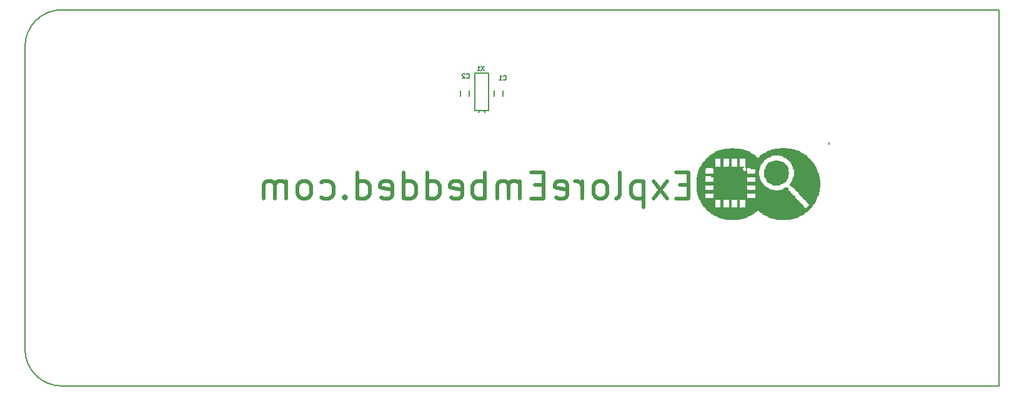
<source format=gbr>
G04 #@! TF.FileFunction,Legend,Bot*
%FSLAX46Y46*%
G04 Gerber Fmt 4.6, Leading zero omitted, Abs format (unit mm)*
G04 Created by KiCad (PCBNEW (2015-01-16 BZR 5376)-product) date 7/24/2015 3:20:05 PM*
%MOMM*%
G01*
G04 APERTURE LIST*
%ADD10C,0.100000*%
%ADD11C,0.508000*%
%ADD12C,0.150000*%
%ADD13C,0.010000*%
G04 APERTURE END LIST*
D10*
D11*
X148928664Y-64770000D02*
X147743331Y-64770000D01*
X147235331Y-66632667D02*
X148928664Y-66632667D01*
X148928664Y-63076667D01*
X147235331Y-63076667D01*
X146049998Y-66632667D02*
X144187331Y-64262000D01*
X146049998Y-64262000D02*
X144187331Y-66632667D01*
X142832664Y-64262000D02*
X142832664Y-67818000D01*
X142832664Y-64431333D02*
X142493998Y-64262000D01*
X141816664Y-64262000D01*
X141477998Y-64431333D01*
X141308664Y-64600667D01*
X141139331Y-64939333D01*
X141139331Y-65955333D01*
X141308664Y-66294000D01*
X141477998Y-66463333D01*
X141816664Y-66632667D01*
X142493998Y-66632667D01*
X142832664Y-66463333D01*
X139107331Y-66632667D02*
X139445998Y-66463333D01*
X139615331Y-66124667D01*
X139615331Y-63076667D01*
X137244664Y-66632667D02*
X137583331Y-66463333D01*
X137752664Y-66294000D01*
X137921998Y-65955333D01*
X137921998Y-64939333D01*
X137752664Y-64600667D01*
X137583331Y-64431333D01*
X137244664Y-64262000D01*
X136736664Y-64262000D01*
X136397998Y-64431333D01*
X136228664Y-64600667D01*
X136059331Y-64939333D01*
X136059331Y-65955333D01*
X136228664Y-66294000D01*
X136397998Y-66463333D01*
X136736664Y-66632667D01*
X137244664Y-66632667D01*
X134535331Y-66632667D02*
X134535331Y-64262000D01*
X134535331Y-64939333D02*
X134365998Y-64600667D01*
X134196665Y-64431333D01*
X133857998Y-64262000D01*
X133519331Y-64262000D01*
X130979332Y-66463333D02*
X131317998Y-66632667D01*
X131995332Y-66632667D01*
X132333998Y-66463333D01*
X132503332Y-66124667D01*
X132503332Y-64770000D01*
X132333998Y-64431333D01*
X131995332Y-64262000D01*
X131317998Y-64262000D01*
X130979332Y-64431333D01*
X130809998Y-64770000D01*
X130809998Y-65108667D01*
X132503332Y-65447333D01*
X129285998Y-64770000D02*
X128100665Y-64770000D01*
X127592665Y-66632667D02*
X129285998Y-66632667D01*
X129285998Y-63076667D01*
X127592665Y-63076667D01*
X126068665Y-66632667D02*
X126068665Y-64262000D01*
X126068665Y-64600667D02*
X125899332Y-64431333D01*
X125560665Y-64262000D01*
X125052665Y-64262000D01*
X124713999Y-64431333D01*
X124544665Y-64770000D01*
X124544665Y-66632667D01*
X124544665Y-64770000D02*
X124375332Y-64431333D01*
X124036665Y-64262000D01*
X123528665Y-64262000D01*
X123189999Y-64431333D01*
X123020665Y-64770000D01*
X123020665Y-66632667D01*
X121327332Y-66632667D02*
X121327332Y-63076667D01*
X121327332Y-64431333D02*
X120988666Y-64262000D01*
X120311332Y-64262000D01*
X119972666Y-64431333D01*
X119803332Y-64600667D01*
X119633999Y-64939333D01*
X119633999Y-65955333D01*
X119803332Y-66294000D01*
X119972666Y-66463333D01*
X120311332Y-66632667D01*
X120988666Y-66632667D01*
X121327332Y-66463333D01*
X116755333Y-66463333D02*
X117093999Y-66632667D01*
X117771333Y-66632667D01*
X118109999Y-66463333D01*
X118279333Y-66124667D01*
X118279333Y-64770000D01*
X118109999Y-64431333D01*
X117771333Y-64262000D01*
X117093999Y-64262000D01*
X116755333Y-64431333D01*
X116585999Y-64770000D01*
X116585999Y-65108667D01*
X118279333Y-65447333D01*
X113537999Y-66632667D02*
X113537999Y-63076667D01*
X113537999Y-66463333D02*
X113876666Y-66632667D01*
X114553999Y-66632667D01*
X114892666Y-66463333D01*
X115061999Y-66294000D01*
X115231333Y-65955333D01*
X115231333Y-64939333D01*
X115061999Y-64600667D01*
X114892666Y-64431333D01*
X114553999Y-64262000D01*
X113876666Y-64262000D01*
X113537999Y-64431333D01*
X110320666Y-66632667D02*
X110320666Y-63076667D01*
X110320666Y-66463333D02*
X110659333Y-66632667D01*
X111336666Y-66632667D01*
X111675333Y-66463333D01*
X111844666Y-66294000D01*
X112014000Y-65955333D01*
X112014000Y-64939333D01*
X111844666Y-64600667D01*
X111675333Y-64431333D01*
X111336666Y-64262000D01*
X110659333Y-64262000D01*
X110320666Y-64431333D01*
X107272667Y-66463333D02*
X107611333Y-66632667D01*
X108288667Y-66632667D01*
X108627333Y-66463333D01*
X108796667Y-66124667D01*
X108796667Y-64770000D01*
X108627333Y-64431333D01*
X108288667Y-64262000D01*
X107611333Y-64262000D01*
X107272667Y-64431333D01*
X107103333Y-64770000D01*
X107103333Y-65108667D01*
X108796667Y-65447333D01*
X104055333Y-66632667D02*
X104055333Y-63076667D01*
X104055333Y-66463333D02*
X104394000Y-66632667D01*
X105071333Y-66632667D01*
X105410000Y-66463333D01*
X105579333Y-66294000D01*
X105748667Y-65955333D01*
X105748667Y-64939333D01*
X105579333Y-64600667D01*
X105410000Y-64431333D01*
X105071333Y-64262000D01*
X104394000Y-64262000D01*
X104055333Y-64431333D01*
X102362000Y-66294000D02*
X102192667Y-66463333D01*
X102362000Y-66632667D01*
X102531334Y-66463333D01*
X102362000Y-66294000D01*
X102362000Y-66632667D01*
X99144667Y-66463333D02*
X99483334Y-66632667D01*
X100160667Y-66632667D01*
X100499334Y-66463333D01*
X100668667Y-66294000D01*
X100838001Y-65955333D01*
X100838001Y-64939333D01*
X100668667Y-64600667D01*
X100499334Y-64431333D01*
X100160667Y-64262000D01*
X99483334Y-64262000D01*
X99144667Y-64431333D01*
X97112667Y-66632667D02*
X97451334Y-66463333D01*
X97620667Y-66294000D01*
X97790001Y-65955333D01*
X97790001Y-64939333D01*
X97620667Y-64600667D01*
X97451334Y-64431333D01*
X97112667Y-64262000D01*
X96604667Y-64262000D01*
X96266001Y-64431333D01*
X96096667Y-64600667D01*
X95927334Y-64939333D01*
X95927334Y-65955333D01*
X96096667Y-66294000D01*
X96266001Y-66463333D01*
X96604667Y-66632667D01*
X97112667Y-66632667D01*
X94403334Y-66632667D02*
X94403334Y-64262000D01*
X94403334Y-64600667D02*
X94234001Y-64431333D01*
X93895334Y-64262000D01*
X93387334Y-64262000D01*
X93048668Y-64431333D01*
X92879334Y-64770000D01*
X92879334Y-66632667D01*
X92879334Y-64770000D02*
X92710001Y-64431333D01*
X92371334Y-64262000D01*
X91863334Y-64262000D01*
X91524668Y-64431333D01*
X91355334Y-64770000D01*
X91355334Y-66632667D01*
D12*
X64000000Y-92000000D02*
X191000000Y-92000000D01*
X59000000Y-46000000D02*
X59000000Y-87000000D01*
X64000000Y-41000000D02*
X191000000Y-41000000D01*
X59000000Y-87000000D02*
G75*
G03X64000000Y-92000000I5000000J0D01*
G01*
X64000000Y-41000000D02*
G75*
G03X59000000Y-46000000I0J-5000000D01*
G01*
X191000000Y-41000000D02*
X191000000Y-92000000D01*
X121203720Y-54630320D02*
X121302780Y-54930040D01*
X120604280Y-54630320D02*
X120505220Y-54930040D01*
X120004840Y-54630320D02*
X120004840Y-49580800D01*
X120004840Y-49580800D02*
X121803160Y-49580800D01*
X121803160Y-49580800D02*
X121803160Y-54630320D01*
X120004840Y-54630320D02*
X121803160Y-54630320D01*
X123790000Y-52674000D02*
X123790000Y-51974000D01*
X122590000Y-51974000D02*
X122590000Y-52674000D01*
X119218000Y-52674000D02*
X119218000Y-51974000D01*
X118018000Y-51974000D02*
X118018000Y-52674000D01*
D13*
G36*
X168000000Y-59000000D02*
X167900000Y-59000000D01*
X167900000Y-59100000D01*
X168000000Y-59100000D01*
X168000000Y-59000000D01*
X168000000Y-59000000D01*
G37*
X168000000Y-59000000D02*
X167900000Y-59000000D01*
X167900000Y-59100000D01*
X168000000Y-59100000D01*
X168000000Y-59000000D01*
G36*
X168000000Y-59100000D02*
X167900000Y-59100000D01*
X167900000Y-59200000D01*
X168000000Y-59200000D01*
X168000000Y-59100000D01*
X168000000Y-59100000D01*
G37*
X168000000Y-59100000D02*
X167900000Y-59100000D01*
X167900000Y-59200000D01*
X168000000Y-59200000D01*
X168000000Y-59100000D01*
G36*
X162200000Y-59700000D02*
X162100000Y-59700000D01*
X162100000Y-59800000D01*
X162200000Y-59800000D01*
X162200000Y-59700000D01*
X162200000Y-59700000D01*
G37*
X162200000Y-59700000D02*
X162100000Y-59700000D01*
X162100000Y-59800000D01*
X162200000Y-59800000D01*
X162200000Y-59700000D01*
G36*
X162100000Y-59700000D02*
X162000000Y-59700000D01*
X162000000Y-59800000D01*
X162100000Y-59800000D01*
X162100000Y-59700000D01*
X162100000Y-59700000D01*
G37*
X162100000Y-59700000D02*
X162000000Y-59700000D01*
X162000000Y-59800000D01*
X162100000Y-59800000D01*
X162100000Y-59700000D01*
G36*
X162000000Y-59700000D02*
X161900000Y-59700000D01*
X161900000Y-59800000D01*
X162000000Y-59800000D01*
X162000000Y-59700000D01*
X162000000Y-59700000D01*
G37*
X162000000Y-59700000D02*
X161900000Y-59700000D01*
X161900000Y-59800000D01*
X162000000Y-59800000D01*
X162000000Y-59700000D01*
G36*
X161900000Y-59700000D02*
X161800000Y-59700000D01*
X161800000Y-59800000D01*
X161900000Y-59800000D01*
X161900000Y-59700000D01*
X161900000Y-59700000D01*
G37*
X161900000Y-59700000D02*
X161800000Y-59700000D01*
X161800000Y-59800000D01*
X161900000Y-59800000D01*
X161900000Y-59700000D01*
G36*
X161800000Y-59700000D02*
X161700000Y-59700000D01*
X161700000Y-59800000D01*
X161800000Y-59800000D01*
X161800000Y-59700000D01*
X161800000Y-59700000D01*
G37*
X161800000Y-59700000D02*
X161700000Y-59700000D01*
X161700000Y-59800000D01*
X161800000Y-59800000D01*
X161800000Y-59700000D01*
G36*
X161700000Y-59700000D02*
X161600000Y-59700000D01*
X161600000Y-59800000D01*
X161700000Y-59800000D01*
X161700000Y-59700000D01*
X161700000Y-59700000D01*
G37*
X161700000Y-59700000D02*
X161600000Y-59700000D01*
X161600000Y-59800000D01*
X161700000Y-59800000D01*
X161700000Y-59700000D01*
G36*
X161600000Y-59700000D02*
X161500000Y-59700000D01*
X161500000Y-59800000D01*
X161600000Y-59800000D01*
X161600000Y-59700000D01*
X161600000Y-59700000D01*
G37*
X161600000Y-59700000D02*
X161500000Y-59700000D01*
X161500000Y-59800000D01*
X161600000Y-59800000D01*
X161600000Y-59700000D01*
G36*
X161500000Y-59700000D02*
X161400000Y-59700000D01*
X161400000Y-59800000D01*
X161500000Y-59800000D01*
X161500000Y-59700000D01*
X161500000Y-59700000D01*
G37*
X161500000Y-59700000D02*
X161400000Y-59700000D01*
X161400000Y-59800000D01*
X161500000Y-59800000D01*
X161500000Y-59700000D01*
G36*
X161400000Y-59700000D02*
X161300000Y-59700000D01*
X161300000Y-59800000D01*
X161400000Y-59800000D01*
X161400000Y-59700000D01*
X161400000Y-59700000D01*
G37*
X161400000Y-59700000D02*
X161300000Y-59700000D01*
X161300000Y-59800000D01*
X161400000Y-59800000D01*
X161400000Y-59700000D01*
G36*
X155000000Y-59700000D02*
X154900000Y-59700000D01*
X154900000Y-59800000D01*
X155000000Y-59800000D01*
X155000000Y-59700000D01*
X155000000Y-59700000D01*
G37*
X155000000Y-59700000D02*
X154900000Y-59700000D01*
X154900000Y-59800000D01*
X155000000Y-59800000D01*
X155000000Y-59700000D01*
G36*
X154900000Y-59700000D02*
X154800000Y-59700000D01*
X154800000Y-59800000D01*
X154900000Y-59800000D01*
X154900000Y-59700000D01*
X154900000Y-59700000D01*
G37*
X154900000Y-59700000D02*
X154800000Y-59700000D01*
X154800000Y-59800000D01*
X154900000Y-59800000D01*
X154900000Y-59700000D01*
G36*
X154800000Y-59700000D02*
X154700000Y-59700000D01*
X154700000Y-59800000D01*
X154800000Y-59800000D01*
X154800000Y-59700000D01*
X154800000Y-59700000D01*
G37*
X154800000Y-59700000D02*
X154700000Y-59700000D01*
X154700000Y-59800000D01*
X154800000Y-59800000D01*
X154800000Y-59700000D01*
G36*
X162900000Y-59800000D02*
X162800000Y-59800000D01*
X162800000Y-59900000D01*
X162900000Y-59900000D01*
X162900000Y-59800000D01*
X162900000Y-59800000D01*
G37*
X162900000Y-59800000D02*
X162800000Y-59800000D01*
X162800000Y-59900000D01*
X162900000Y-59900000D01*
X162900000Y-59800000D01*
G36*
X162800000Y-59800000D02*
X162700000Y-59800000D01*
X162700000Y-59900000D01*
X162800000Y-59900000D01*
X162800000Y-59800000D01*
X162800000Y-59800000D01*
G37*
X162800000Y-59800000D02*
X162700000Y-59800000D01*
X162700000Y-59900000D01*
X162800000Y-59900000D01*
X162800000Y-59800000D01*
G36*
X162700000Y-59800000D02*
X162600000Y-59800000D01*
X162600000Y-59900000D01*
X162700000Y-59900000D01*
X162700000Y-59800000D01*
X162700000Y-59800000D01*
G37*
X162700000Y-59800000D02*
X162600000Y-59800000D01*
X162600000Y-59900000D01*
X162700000Y-59900000D01*
X162700000Y-59800000D01*
G36*
X162600000Y-59800000D02*
X162500000Y-59800000D01*
X162500000Y-59900000D01*
X162600000Y-59900000D01*
X162600000Y-59800000D01*
X162600000Y-59800000D01*
G37*
X162600000Y-59800000D02*
X162500000Y-59800000D01*
X162500000Y-59900000D01*
X162600000Y-59900000D01*
X162600000Y-59800000D01*
G36*
X162500000Y-59800000D02*
X162400000Y-59800000D01*
X162400000Y-59900000D01*
X162500000Y-59900000D01*
X162500000Y-59800000D01*
X162500000Y-59800000D01*
G37*
X162500000Y-59800000D02*
X162400000Y-59800000D01*
X162400000Y-59900000D01*
X162500000Y-59900000D01*
X162500000Y-59800000D01*
G36*
X162400000Y-59800000D02*
X162300000Y-59800000D01*
X162300000Y-59900000D01*
X162400000Y-59900000D01*
X162400000Y-59800000D01*
X162400000Y-59800000D01*
G37*
X162400000Y-59800000D02*
X162300000Y-59800000D01*
X162300000Y-59900000D01*
X162400000Y-59900000D01*
X162400000Y-59800000D01*
G36*
X162300000Y-59800000D02*
X162200000Y-59800000D01*
X162200000Y-59900000D01*
X162300000Y-59900000D01*
X162300000Y-59800000D01*
X162300000Y-59800000D01*
G37*
X162300000Y-59800000D02*
X162200000Y-59800000D01*
X162200000Y-59900000D01*
X162300000Y-59900000D01*
X162300000Y-59800000D01*
G36*
X162200000Y-59800000D02*
X162100000Y-59800000D01*
X162100000Y-59900000D01*
X162200000Y-59900000D01*
X162200000Y-59800000D01*
X162200000Y-59800000D01*
G37*
X162200000Y-59800000D02*
X162100000Y-59800000D01*
X162100000Y-59900000D01*
X162200000Y-59900000D01*
X162200000Y-59800000D01*
G36*
X162100000Y-59800000D02*
X162000000Y-59800000D01*
X162000000Y-59900000D01*
X162100000Y-59900000D01*
X162100000Y-59800000D01*
X162100000Y-59800000D01*
G37*
X162100000Y-59800000D02*
X162000000Y-59800000D01*
X162000000Y-59900000D01*
X162100000Y-59900000D01*
X162100000Y-59800000D01*
G36*
X162000000Y-59800000D02*
X161900000Y-59800000D01*
X161900000Y-59900000D01*
X162000000Y-59900000D01*
X162000000Y-59800000D01*
X162000000Y-59800000D01*
G37*
X162000000Y-59800000D02*
X161900000Y-59800000D01*
X161900000Y-59900000D01*
X162000000Y-59900000D01*
X162000000Y-59800000D01*
G36*
X161900000Y-59800000D02*
X161800000Y-59800000D01*
X161800000Y-59900000D01*
X161900000Y-59900000D01*
X161900000Y-59800000D01*
X161900000Y-59800000D01*
G37*
X161900000Y-59800000D02*
X161800000Y-59800000D01*
X161800000Y-59900000D01*
X161900000Y-59900000D01*
X161900000Y-59800000D01*
G36*
X161800000Y-59800000D02*
X161700000Y-59800000D01*
X161700000Y-59900000D01*
X161800000Y-59900000D01*
X161800000Y-59800000D01*
X161800000Y-59800000D01*
G37*
X161800000Y-59800000D02*
X161700000Y-59800000D01*
X161700000Y-59900000D01*
X161800000Y-59900000D01*
X161800000Y-59800000D01*
G36*
X161700000Y-59800000D02*
X161600000Y-59800000D01*
X161600000Y-59900000D01*
X161700000Y-59900000D01*
X161700000Y-59800000D01*
X161700000Y-59800000D01*
G37*
X161700000Y-59800000D02*
X161600000Y-59800000D01*
X161600000Y-59900000D01*
X161700000Y-59900000D01*
X161700000Y-59800000D01*
G36*
X161600000Y-59800000D02*
X161500000Y-59800000D01*
X161500000Y-59900000D01*
X161600000Y-59900000D01*
X161600000Y-59800000D01*
X161600000Y-59800000D01*
G37*
X161600000Y-59800000D02*
X161500000Y-59800000D01*
X161500000Y-59900000D01*
X161600000Y-59900000D01*
X161600000Y-59800000D01*
G36*
X161500000Y-59800000D02*
X161400000Y-59800000D01*
X161400000Y-59900000D01*
X161500000Y-59900000D01*
X161500000Y-59800000D01*
X161500000Y-59800000D01*
G37*
X161500000Y-59800000D02*
X161400000Y-59800000D01*
X161400000Y-59900000D01*
X161500000Y-59900000D01*
X161500000Y-59800000D01*
G36*
X161400000Y-59800000D02*
X161300000Y-59800000D01*
X161300000Y-59900000D01*
X161400000Y-59900000D01*
X161400000Y-59800000D01*
X161400000Y-59800000D01*
G37*
X161400000Y-59800000D02*
X161300000Y-59800000D01*
X161300000Y-59900000D01*
X161400000Y-59900000D01*
X161400000Y-59800000D01*
G36*
X161300000Y-59800000D02*
X161200000Y-59800000D01*
X161200000Y-59900000D01*
X161300000Y-59900000D01*
X161300000Y-59800000D01*
X161300000Y-59800000D01*
G37*
X161300000Y-59800000D02*
X161200000Y-59800000D01*
X161200000Y-59900000D01*
X161300000Y-59900000D01*
X161300000Y-59800000D01*
G36*
X161200000Y-59800000D02*
X161100000Y-59800000D01*
X161100000Y-59900000D01*
X161200000Y-59900000D01*
X161200000Y-59800000D01*
X161200000Y-59800000D01*
G37*
X161200000Y-59800000D02*
X161100000Y-59800000D01*
X161100000Y-59900000D01*
X161200000Y-59900000D01*
X161200000Y-59800000D01*
G36*
X161100000Y-59800000D02*
X161000000Y-59800000D01*
X161000000Y-59900000D01*
X161100000Y-59900000D01*
X161100000Y-59800000D01*
X161100000Y-59800000D01*
G37*
X161100000Y-59800000D02*
X161000000Y-59800000D01*
X161000000Y-59900000D01*
X161100000Y-59900000D01*
X161100000Y-59800000D01*
G36*
X161000000Y-59800000D02*
X160900000Y-59800000D01*
X160900000Y-59900000D01*
X161000000Y-59900000D01*
X161000000Y-59800000D01*
X161000000Y-59800000D01*
G37*
X161000000Y-59800000D02*
X160900000Y-59800000D01*
X160900000Y-59900000D01*
X161000000Y-59900000D01*
X161000000Y-59800000D01*
G36*
X160900000Y-59800000D02*
X160800000Y-59800000D01*
X160800000Y-59900000D01*
X160900000Y-59900000D01*
X160900000Y-59800000D01*
X160900000Y-59800000D01*
G37*
X160900000Y-59800000D02*
X160800000Y-59800000D01*
X160800000Y-59900000D01*
X160900000Y-59900000D01*
X160900000Y-59800000D01*
G36*
X160800000Y-59800000D02*
X160700000Y-59800000D01*
X160700000Y-59900000D01*
X160800000Y-59900000D01*
X160800000Y-59800000D01*
X160800000Y-59800000D01*
G37*
X160800000Y-59800000D02*
X160700000Y-59800000D01*
X160700000Y-59900000D01*
X160800000Y-59900000D01*
X160800000Y-59800000D01*
G36*
X160700000Y-59800000D02*
X160600000Y-59800000D01*
X160600000Y-59900000D01*
X160700000Y-59900000D01*
X160700000Y-59800000D01*
X160700000Y-59800000D01*
G37*
X160700000Y-59800000D02*
X160600000Y-59800000D01*
X160600000Y-59900000D01*
X160700000Y-59900000D01*
X160700000Y-59800000D01*
G36*
X155900000Y-59800000D02*
X155800000Y-59800000D01*
X155800000Y-59900000D01*
X155900000Y-59900000D01*
X155900000Y-59800000D01*
X155900000Y-59800000D01*
G37*
X155900000Y-59800000D02*
X155800000Y-59800000D01*
X155800000Y-59900000D01*
X155900000Y-59900000D01*
X155900000Y-59800000D01*
G36*
X155800000Y-59800000D02*
X155700000Y-59800000D01*
X155700000Y-59900000D01*
X155800000Y-59900000D01*
X155800000Y-59800000D01*
X155800000Y-59800000D01*
G37*
X155800000Y-59800000D02*
X155700000Y-59800000D01*
X155700000Y-59900000D01*
X155800000Y-59900000D01*
X155800000Y-59800000D01*
G36*
X155700000Y-59800000D02*
X155600000Y-59800000D01*
X155600000Y-59900000D01*
X155700000Y-59900000D01*
X155700000Y-59800000D01*
X155700000Y-59800000D01*
G37*
X155700000Y-59800000D02*
X155600000Y-59800000D01*
X155600000Y-59900000D01*
X155700000Y-59900000D01*
X155700000Y-59800000D01*
G36*
X155600000Y-59800000D02*
X155500000Y-59800000D01*
X155500000Y-59900000D01*
X155600000Y-59900000D01*
X155600000Y-59800000D01*
X155600000Y-59800000D01*
G37*
X155600000Y-59800000D02*
X155500000Y-59800000D01*
X155500000Y-59900000D01*
X155600000Y-59900000D01*
X155600000Y-59800000D01*
G36*
X155500000Y-59800000D02*
X155400000Y-59800000D01*
X155400000Y-59900000D01*
X155500000Y-59900000D01*
X155500000Y-59800000D01*
X155500000Y-59800000D01*
G37*
X155500000Y-59800000D02*
X155400000Y-59800000D01*
X155400000Y-59900000D01*
X155500000Y-59900000D01*
X155500000Y-59800000D01*
G36*
X155400000Y-59800000D02*
X155300000Y-59800000D01*
X155300000Y-59900000D01*
X155400000Y-59900000D01*
X155400000Y-59800000D01*
X155400000Y-59800000D01*
G37*
X155400000Y-59800000D02*
X155300000Y-59800000D01*
X155300000Y-59900000D01*
X155400000Y-59900000D01*
X155400000Y-59800000D01*
G36*
X155300000Y-59800000D02*
X155200000Y-59800000D01*
X155200000Y-59900000D01*
X155300000Y-59900000D01*
X155300000Y-59800000D01*
X155300000Y-59800000D01*
G37*
X155300000Y-59800000D02*
X155200000Y-59800000D01*
X155200000Y-59900000D01*
X155300000Y-59900000D01*
X155300000Y-59800000D01*
G36*
X155200000Y-59800000D02*
X155100000Y-59800000D01*
X155100000Y-59900000D01*
X155200000Y-59900000D01*
X155200000Y-59800000D01*
X155200000Y-59800000D01*
G37*
X155200000Y-59800000D02*
X155100000Y-59800000D01*
X155100000Y-59900000D01*
X155200000Y-59900000D01*
X155200000Y-59800000D01*
G36*
X155100000Y-59800000D02*
X155000000Y-59800000D01*
X155000000Y-59900000D01*
X155100000Y-59900000D01*
X155100000Y-59800000D01*
X155100000Y-59800000D01*
G37*
X155100000Y-59800000D02*
X155000000Y-59800000D01*
X155000000Y-59900000D01*
X155100000Y-59900000D01*
X155100000Y-59800000D01*
G36*
X155000000Y-59800000D02*
X154900000Y-59800000D01*
X154900000Y-59900000D01*
X155000000Y-59900000D01*
X155000000Y-59800000D01*
X155000000Y-59800000D01*
G37*
X155000000Y-59800000D02*
X154900000Y-59800000D01*
X154900000Y-59900000D01*
X155000000Y-59900000D01*
X155000000Y-59800000D01*
G36*
X154900000Y-59800000D02*
X154800000Y-59800000D01*
X154800000Y-59900000D01*
X154900000Y-59900000D01*
X154900000Y-59800000D01*
X154900000Y-59800000D01*
G37*
X154900000Y-59800000D02*
X154800000Y-59800000D01*
X154800000Y-59900000D01*
X154900000Y-59900000D01*
X154900000Y-59800000D01*
G36*
X154800000Y-59800000D02*
X154700000Y-59800000D01*
X154700000Y-59900000D01*
X154800000Y-59900000D01*
X154800000Y-59800000D01*
X154800000Y-59800000D01*
G37*
X154800000Y-59800000D02*
X154700000Y-59800000D01*
X154700000Y-59900000D01*
X154800000Y-59900000D01*
X154800000Y-59800000D01*
G36*
X154700000Y-59800000D02*
X154600000Y-59800000D01*
X154600000Y-59900000D01*
X154700000Y-59900000D01*
X154700000Y-59800000D01*
X154700000Y-59800000D01*
G37*
X154700000Y-59800000D02*
X154600000Y-59800000D01*
X154600000Y-59900000D01*
X154700000Y-59900000D01*
X154700000Y-59800000D01*
G36*
X154600000Y-59800000D02*
X154500000Y-59800000D01*
X154500000Y-59900000D01*
X154600000Y-59900000D01*
X154600000Y-59800000D01*
X154600000Y-59800000D01*
G37*
X154600000Y-59800000D02*
X154500000Y-59800000D01*
X154500000Y-59900000D01*
X154600000Y-59900000D01*
X154600000Y-59800000D01*
G36*
X154500000Y-59800000D02*
X154400000Y-59800000D01*
X154400000Y-59900000D01*
X154500000Y-59900000D01*
X154500000Y-59800000D01*
X154500000Y-59800000D01*
G37*
X154500000Y-59800000D02*
X154400000Y-59800000D01*
X154400000Y-59900000D01*
X154500000Y-59900000D01*
X154500000Y-59800000D01*
G36*
X154400000Y-59800000D02*
X154300000Y-59800000D01*
X154300000Y-59900000D01*
X154400000Y-59900000D01*
X154400000Y-59800000D01*
X154400000Y-59800000D01*
G37*
X154400000Y-59800000D02*
X154300000Y-59800000D01*
X154300000Y-59900000D01*
X154400000Y-59900000D01*
X154400000Y-59800000D01*
G36*
X154300000Y-59800000D02*
X154200000Y-59800000D01*
X154200000Y-59900000D01*
X154300000Y-59900000D01*
X154300000Y-59800000D01*
X154300000Y-59800000D01*
G37*
X154300000Y-59800000D02*
X154200000Y-59800000D01*
X154200000Y-59900000D01*
X154300000Y-59900000D01*
X154300000Y-59800000D01*
G36*
X154200000Y-59800000D02*
X154100000Y-59800000D01*
X154100000Y-59900000D01*
X154200000Y-59900000D01*
X154200000Y-59800000D01*
X154200000Y-59800000D01*
G37*
X154200000Y-59800000D02*
X154100000Y-59800000D01*
X154100000Y-59900000D01*
X154200000Y-59900000D01*
X154200000Y-59800000D01*
G36*
X154100000Y-59800000D02*
X154000000Y-59800000D01*
X154000000Y-59900000D01*
X154100000Y-59900000D01*
X154100000Y-59800000D01*
X154100000Y-59800000D01*
G37*
X154100000Y-59800000D02*
X154000000Y-59800000D01*
X154000000Y-59900000D01*
X154100000Y-59900000D01*
X154100000Y-59800000D01*
G36*
X154000000Y-59800000D02*
X153900000Y-59800000D01*
X153900000Y-59900000D01*
X154000000Y-59900000D01*
X154000000Y-59800000D01*
X154000000Y-59800000D01*
G37*
X154000000Y-59800000D02*
X153900000Y-59800000D01*
X153900000Y-59900000D01*
X154000000Y-59900000D01*
X154000000Y-59800000D01*
G36*
X153900000Y-59800000D02*
X153800000Y-59800000D01*
X153800000Y-59900000D01*
X153900000Y-59900000D01*
X153900000Y-59800000D01*
X153900000Y-59800000D01*
G37*
X153900000Y-59800000D02*
X153800000Y-59800000D01*
X153800000Y-59900000D01*
X153900000Y-59900000D01*
X153900000Y-59800000D01*
G36*
X163200000Y-59900000D02*
X163100000Y-59900000D01*
X163100000Y-60000000D01*
X163200000Y-60000000D01*
X163200000Y-59900000D01*
X163200000Y-59900000D01*
G37*
X163200000Y-59900000D02*
X163100000Y-59900000D01*
X163100000Y-60000000D01*
X163200000Y-60000000D01*
X163200000Y-59900000D01*
G36*
X163100000Y-59900000D02*
X163000000Y-59900000D01*
X163000000Y-60000000D01*
X163100000Y-60000000D01*
X163100000Y-59900000D01*
X163100000Y-59900000D01*
G37*
X163100000Y-59900000D02*
X163000000Y-59900000D01*
X163000000Y-60000000D01*
X163100000Y-60000000D01*
X163100000Y-59900000D01*
G36*
X163000000Y-59900000D02*
X162900000Y-59900000D01*
X162900000Y-60000000D01*
X163000000Y-60000000D01*
X163000000Y-59900000D01*
X163000000Y-59900000D01*
G37*
X163000000Y-59900000D02*
X162900000Y-59900000D01*
X162900000Y-60000000D01*
X163000000Y-60000000D01*
X163000000Y-59900000D01*
G36*
X162900000Y-59900000D02*
X162800000Y-59900000D01*
X162800000Y-60000000D01*
X162900000Y-60000000D01*
X162900000Y-59900000D01*
X162900000Y-59900000D01*
G37*
X162900000Y-59900000D02*
X162800000Y-59900000D01*
X162800000Y-60000000D01*
X162900000Y-60000000D01*
X162900000Y-59900000D01*
G36*
X162800000Y-59900000D02*
X162700000Y-59900000D01*
X162700000Y-60000000D01*
X162800000Y-60000000D01*
X162800000Y-59900000D01*
X162800000Y-59900000D01*
G37*
X162800000Y-59900000D02*
X162700000Y-59900000D01*
X162700000Y-60000000D01*
X162800000Y-60000000D01*
X162800000Y-59900000D01*
G36*
X162700000Y-59900000D02*
X162600000Y-59900000D01*
X162600000Y-60000000D01*
X162700000Y-60000000D01*
X162700000Y-59900000D01*
X162700000Y-59900000D01*
G37*
X162700000Y-59900000D02*
X162600000Y-59900000D01*
X162600000Y-60000000D01*
X162700000Y-60000000D01*
X162700000Y-59900000D01*
G36*
X162600000Y-59900000D02*
X162500000Y-59900000D01*
X162500000Y-60000000D01*
X162600000Y-60000000D01*
X162600000Y-59900000D01*
X162600000Y-59900000D01*
G37*
X162600000Y-59900000D02*
X162500000Y-59900000D01*
X162500000Y-60000000D01*
X162600000Y-60000000D01*
X162600000Y-59900000D01*
G36*
X162500000Y-59900000D02*
X162400000Y-59900000D01*
X162400000Y-60000000D01*
X162500000Y-60000000D01*
X162500000Y-59900000D01*
X162500000Y-59900000D01*
G37*
X162500000Y-59900000D02*
X162400000Y-59900000D01*
X162400000Y-60000000D01*
X162500000Y-60000000D01*
X162500000Y-59900000D01*
G36*
X162400000Y-59900000D02*
X162300000Y-59900000D01*
X162300000Y-60000000D01*
X162400000Y-60000000D01*
X162400000Y-59900000D01*
X162400000Y-59900000D01*
G37*
X162400000Y-59900000D02*
X162300000Y-59900000D01*
X162300000Y-60000000D01*
X162400000Y-60000000D01*
X162400000Y-59900000D01*
G36*
X162300000Y-59900000D02*
X162200000Y-59900000D01*
X162200000Y-60000000D01*
X162300000Y-60000000D01*
X162300000Y-59900000D01*
X162300000Y-59900000D01*
G37*
X162300000Y-59900000D02*
X162200000Y-59900000D01*
X162200000Y-60000000D01*
X162300000Y-60000000D01*
X162300000Y-59900000D01*
G36*
X162200000Y-59900000D02*
X162100000Y-59900000D01*
X162100000Y-60000000D01*
X162200000Y-60000000D01*
X162200000Y-59900000D01*
X162200000Y-59900000D01*
G37*
X162200000Y-59900000D02*
X162100000Y-59900000D01*
X162100000Y-60000000D01*
X162200000Y-60000000D01*
X162200000Y-59900000D01*
G36*
X162100000Y-59900000D02*
X162000000Y-59900000D01*
X162000000Y-60000000D01*
X162100000Y-60000000D01*
X162100000Y-59900000D01*
X162100000Y-59900000D01*
G37*
X162100000Y-59900000D02*
X162000000Y-59900000D01*
X162000000Y-60000000D01*
X162100000Y-60000000D01*
X162100000Y-59900000D01*
G36*
X162000000Y-59900000D02*
X161900000Y-59900000D01*
X161900000Y-60000000D01*
X162000000Y-60000000D01*
X162000000Y-59900000D01*
X162000000Y-59900000D01*
G37*
X162000000Y-59900000D02*
X161900000Y-59900000D01*
X161900000Y-60000000D01*
X162000000Y-60000000D01*
X162000000Y-59900000D01*
G36*
X161900000Y-59900000D02*
X161800000Y-59900000D01*
X161800000Y-60000000D01*
X161900000Y-60000000D01*
X161900000Y-59900000D01*
X161900000Y-59900000D01*
G37*
X161900000Y-59900000D02*
X161800000Y-59900000D01*
X161800000Y-60000000D01*
X161900000Y-60000000D01*
X161900000Y-59900000D01*
G36*
X161800000Y-59900000D02*
X161700000Y-59900000D01*
X161700000Y-60000000D01*
X161800000Y-60000000D01*
X161800000Y-59900000D01*
X161800000Y-59900000D01*
G37*
X161800000Y-59900000D02*
X161700000Y-59900000D01*
X161700000Y-60000000D01*
X161800000Y-60000000D01*
X161800000Y-59900000D01*
G36*
X161700000Y-59900000D02*
X161600000Y-59900000D01*
X161600000Y-60000000D01*
X161700000Y-60000000D01*
X161700000Y-59900000D01*
X161700000Y-59900000D01*
G37*
X161700000Y-59900000D02*
X161600000Y-59900000D01*
X161600000Y-60000000D01*
X161700000Y-60000000D01*
X161700000Y-59900000D01*
G36*
X161600000Y-59900000D02*
X161500000Y-59900000D01*
X161500000Y-60000000D01*
X161600000Y-60000000D01*
X161600000Y-59900000D01*
X161600000Y-59900000D01*
G37*
X161600000Y-59900000D02*
X161500000Y-59900000D01*
X161500000Y-60000000D01*
X161600000Y-60000000D01*
X161600000Y-59900000D01*
G36*
X161500000Y-59900000D02*
X161400000Y-59900000D01*
X161400000Y-60000000D01*
X161500000Y-60000000D01*
X161500000Y-59900000D01*
X161500000Y-59900000D01*
G37*
X161500000Y-59900000D02*
X161400000Y-59900000D01*
X161400000Y-60000000D01*
X161500000Y-60000000D01*
X161500000Y-59900000D01*
G36*
X161400000Y-59900000D02*
X161300000Y-59900000D01*
X161300000Y-60000000D01*
X161400000Y-60000000D01*
X161400000Y-59900000D01*
X161400000Y-59900000D01*
G37*
X161400000Y-59900000D02*
X161300000Y-59900000D01*
X161300000Y-60000000D01*
X161400000Y-60000000D01*
X161400000Y-59900000D01*
G36*
X161300000Y-59900000D02*
X161200000Y-59900000D01*
X161200000Y-60000000D01*
X161300000Y-60000000D01*
X161300000Y-59900000D01*
X161300000Y-59900000D01*
G37*
X161300000Y-59900000D02*
X161200000Y-59900000D01*
X161200000Y-60000000D01*
X161300000Y-60000000D01*
X161300000Y-59900000D01*
G36*
X161200000Y-59900000D02*
X161100000Y-59900000D01*
X161100000Y-60000000D01*
X161200000Y-60000000D01*
X161200000Y-59900000D01*
X161200000Y-59900000D01*
G37*
X161200000Y-59900000D02*
X161100000Y-59900000D01*
X161100000Y-60000000D01*
X161200000Y-60000000D01*
X161200000Y-59900000D01*
G36*
X161100000Y-59900000D02*
X161000000Y-59900000D01*
X161000000Y-60000000D01*
X161100000Y-60000000D01*
X161100000Y-59900000D01*
X161100000Y-59900000D01*
G37*
X161100000Y-59900000D02*
X161000000Y-59900000D01*
X161000000Y-60000000D01*
X161100000Y-60000000D01*
X161100000Y-59900000D01*
G36*
X161000000Y-59900000D02*
X160900000Y-59900000D01*
X160900000Y-60000000D01*
X161000000Y-60000000D01*
X161000000Y-59900000D01*
X161000000Y-59900000D01*
G37*
X161000000Y-59900000D02*
X160900000Y-59900000D01*
X160900000Y-60000000D01*
X161000000Y-60000000D01*
X161000000Y-59900000D01*
G36*
X160900000Y-59900000D02*
X160800000Y-59900000D01*
X160800000Y-60000000D01*
X160900000Y-60000000D01*
X160900000Y-59900000D01*
X160900000Y-59900000D01*
G37*
X160900000Y-59900000D02*
X160800000Y-59900000D01*
X160800000Y-60000000D01*
X160900000Y-60000000D01*
X160900000Y-59900000D01*
G36*
X160800000Y-59900000D02*
X160700000Y-59900000D01*
X160700000Y-60000000D01*
X160800000Y-60000000D01*
X160800000Y-59900000D01*
X160800000Y-59900000D01*
G37*
X160800000Y-59900000D02*
X160700000Y-59900000D01*
X160700000Y-60000000D01*
X160800000Y-60000000D01*
X160800000Y-59900000D01*
G36*
X160700000Y-59900000D02*
X160600000Y-59900000D01*
X160600000Y-60000000D01*
X160700000Y-60000000D01*
X160700000Y-59900000D01*
X160700000Y-59900000D01*
G37*
X160700000Y-59900000D02*
X160600000Y-59900000D01*
X160600000Y-60000000D01*
X160700000Y-60000000D01*
X160700000Y-59900000D01*
G36*
X160600000Y-59900000D02*
X160500000Y-59900000D01*
X160500000Y-60000000D01*
X160600000Y-60000000D01*
X160600000Y-59900000D01*
X160600000Y-59900000D01*
G37*
X160600000Y-59900000D02*
X160500000Y-59900000D01*
X160500000Y-60000000D01*
X160600000Y-60000000D01*
X160600000Y-59900000D01*
G36*
X160500000Y-59900000D02*
X160400000Y-59900000D01*
X160400000Y-60000000D01*
X160500000Y-60000000D01*
X160500000Y-59900000D01*
X160500000Y-59900000D01*
G37*
X160500000Y-59900000D02*
X160400000Y-59900000D01*
X160400000Y-60000000D01*
X160500000Y-60000000D01*
X160500000Y-59900000D01*
G36*
X160400000Y-59900000D02*
X160300000Y-59900000D01*
X160300000Y-60000000D01*
X160400000Y-60000000D01*
X160400000Y-59900000D01*
X160400000Y-59900000D01*
G37*
X160400000Y-59900000D02*
X160300000Y-59900000D01*
X160300000Y-60000000D01*
X160400000Y-60000000D01*
X160400000Y-59900000D01*
G36*
X160300000Y-59900000D02*
X160200000Y-59900000D01*
X160200000Y-60000000D01*
X160300000Y-60000000D01*
X160300000Y-59900000D01*
X160300000Y-59900000D01*
G37*
X160300000Y-59900000D02*
X160200000Y-59900000D01*
X160200000Y-60000000D01*
X160300000Y-60000000D01*
X160300000Y-59900000D01*
G36*
X156300000Y-59900000D02*
X156200000Y-59900000D01*
X156200000Y-60000000D01*
X156300000Y-60000000D01*
X156300000Y-59900000D01*
X156300000Y-59900000D01*
G37*
X156300000Y-59900000D02*
X156200000Y-59900000D01*
X156200000Y-60000000D01*
X156300000Y-60000000D01*
X156300000Y-59900000D01*
G36*
X156200000Y-59900000D02*
X156100000Y-59900000D01*
X156100000Y-60000000D01*
X156200000Y-60000000D01*
X156200000Y-59900000D01*
X156200000Y-59900000D01*
G37*
X156200000Y-59900000D02*
X156100000Y-59900000D01*
X156100000Y-60000000D01*
X156200000Y-60000000D01*
X156200000Y-59900000D01*
G36*
X156100000Y-59900000D02*
X156000000Y-59900000D01*
X156000000Y-60000000D01*
X156100000Y-60000000D01*
X156100000Y-59900000D01*
X156100000Y-59900000D01*
G37*
X156100000Y-59900000D02*
X156000000Y-59900000D01*
X156000000Y-60000000D01*
X156100000Y-60000000D01*
X156100000Y-59900000D01*
G36*
X156000000Y-59900000D02*
X155900000Y-59900000D01*
X155900000Y-60000000D01*
X156000000Y-60000000D01*
X156000000Y-59900000D01*
X156000000Y-59900000D01*
G37*
X156000000Y-59900000D02*
X155900000Y-59900000D01*
X155900000Y-60000000D01*
X156000000Y-60000000D01*
X156000000Y-59900000D01*
G36*
X155900000Y-59900000D02*
X155800000Y-59900000D01*
X155800000Y-60000000D01*
X155900000Y-60000000D01*
X155900000Y-59900000D01*
X155900000Y-59900000D01*
G37*
X155900000Y-59900000D02*
X155800000Y-59900000D01*
X155800000Y-60000000D01*
X155900000Y-60000000D01*
X155900000Y-59900000D01*
G36*
X155800000Y-59900000D02*
X155700000Y-59900000D01*
X155700000Y-60000000D01*
X155800000Y-60000000D01*
X155800000Y-59900000D01*
X155800000Y-59900000D01*
G37*
X155800000Y-59900000D02*
X155700000Y-59900000D01*
X155700000Y-60000000D01*
X155800000Y-60000000D01*
X155800000Y-59900000D01*
G36*
X155700000Y-59900000D02*
X155600000Y-59900000D01*
X155600000Y-60000000D01*
X155700000Y-60000000D01*
X155700000Y-59900000D01*
X155700000Y-59900000D01*
G37*
X155700000Y-59900000D02*
X155600000Y-59900000D01*
X155600000Y-60000000D01*
X155700000Y-60000000D01*
X155700000Y-59900000D01*
G36*
X155600000Y-59900000D02*
X155500000Y-59900000D01*
X155500000Y-60000000D01*
X155600000Y-60000000D01*
X155600000Y-59900000D01*
X155600000Y-59900000D01*
G37*
X155600000Y-59900000D02*
X155500000Y-59900000D01*
X155500000Y-60000000D01*
X155600000Y-60000000D01*
X155600000Y-59900000D01*
G36*
X155500000Y-59900000D02*
X155400000Y-59900000D01*
X155400000Y-60000000D01*
X155500000Y-60000000D01*
X155500000Y-59900000D01*
X155500000Y-59900000D01*
G37*
X155500000Y-59900000D02*
X155400000Y-59900000D01*
X155400000Y-60000000D01*
X155500000Y-60000000D01*
X155500000Y-59900000D01*
G36*
X155400000Y-59900000D02*
X155300000Y-59900000D01*
X155300000Y-60000000D01*
X155400000Y-60000000D01*
X155400000Y-59900000D01*
X155400000Y-59900000D01*
G37*
X155400000Y-59900000D02*
X155300000Y-59900000D01*
X155300000Y-60000000D01*
X155400000Y-60000000D01*
X155400000Y-59900000D01*
G36*
X155300000Y-59900000D02*
X155200000Y-59900000D01*
X155200000Y-60000000D01*
X155300000Y-60000000D01*
X155300000Y-59900000D01*
X155300000Y-59900000D01*
G37*
X155300000Y-59900000D02*
X155200000Y-59900000D01*
X155200000Y-60000000D01*
X155300000Y-60000000D01*
X155300000Y-59900000D01*
G36*
X155200000Y-59900000D02*
X155100000Y-59900000D01*
X155100000Y-60000000D01*
X155200000Y-60000000D01*
X155200000Y-59900000D01*
X155200000Y-59900000D01*
G37*
X155200000Y-59900000D02*
X155100000Y-59900000D01*
X155100000Y-60000000D01*
X155200000Y-60000000D01*
X155200000Y-59900000D01*
G36*
X155100000Y-59900000D02*
X155000000Y-59900000D01*
X155000000Y-60000000D01*
X155100000Y-60000000D01*
X155100000Y-59900000D01*
X155100000Y-59900000D01*
G37*
X155100000Y-59900000D02*
X155000000Y-59900000D01*
X155000000Y-60000000D01*
X155100000Y-60000000D01*
X155100000Y-59900000D01*
G36*
X155000000Y-59900000D02*
X154900000Y-59900000D01*
X154900000Y-60000000D01*
X155000000Y-60000000D01*
X155000000Y-59900000D01*
X155000000Y-59900000D01*
G37*
X155000000Y-59900000D02*
X154900000Y-59900000D01*
X154900000Y-60000000D01*
X155000000Y-60000000D01*
X155000000Y-59900000D01*
G36*
X154900000Y-59900000D02*
X154800000Y-59900000D01*
X154800000Y-60000000D01*
X154900000Y-60000000D01*
X154900000Y-59900000D01*
X154900000Y-59900000D01*
G37*
X154900000Y-59900000D02*
X154800000Y-59900000D01*
X154800000Y-60000000D01*
X154900000Y-60000000D01*
X154900000Y-59900000D01*
G36*
X154800000Y-59900000D02*
X154700000Y-59900000D01*
X154700000Y-60000000D01*
X154800000Y-60000000D01*
X154800000Y-59900000D01*
X154800000Y-59900000D01*
G37*
X154800000Y-59900000D02*
X154700000Y-59900000D01*
X154700000Y-60000000D01*
X154800000Y-60000000D01*
X154800000Y-59900000D01*
G36*
X154700000Y-59900000D02*
X154600000Y-59900000D01*
X154600000Y-60000000D01*
X154700000Y-60000000D01*
X154700000Y-59900000D01*
X154700000Y-59900000D01*
G37*
X154700000Y-59900000D02*
X154600000Y-59900000D01*
X154600000Y-60000000D01*
X154700000Y-60000000D01*
X154700000Y-59900000D01*
G36*
X154600000Y-59900000D02*
X154500000Y-59900000D01*
X154500000Y-60000000D01*
X154600000Y-60000000D01*
X154600000Y-59900000D01*
X154600000Y-59900000D01*
G37*
X154600000Y-59900000D02*
X154500000Y-59900000D01*
X154500000Y-60000000D01*
X154600000Y-60000000D01*
X154600000Y-59900000D01*
G36*
X154500000Y-59900000D02*
X154400000Y-59900000D01*
X154400000Y-60000000D01*
X154500000Y-60000000D01*
X154500000Y-59900000D01*
X154500000Y-59900000D01*
G37*
X154500000Y-59900000D02*
X154400000Y-59900000D01*
X154400000Y-60000000D01*
X154500000Y-60000000D01*
X154500000Y-59900000D01*
G36*
X154400000Y-59900000D02*
X154300000Y-59900000D01*
X154300000Y-60000000D01*
X154400000Y-60000000D01*
X154400000Y-59900000D01*
X154400000Y-59900000D01*
G37*
X154400000Y-59900000D02*
X154300000Y-59900000D01*
X154300000Y-60000000D01*
X154400000Y-60000000D01*
X154400000Y-59900000D01*
G36*
X154300000Y-59900000D02*
X154200000Y-59900000D01*
X154200000Y-60000000D01*
X154300000Y-60000000D01*
X154300000Y-59900000D01*
X154300000Y-59900000D01*
G37*
X154300000Y-59900000D02*
X154200000Y-59900000D01*
X154200000Y-60000000D01*
X154300000Y-60000000D01*
X154300000Y-59900000D01*
G36*
X154200000Y-59900000D02*
X154100000Y-59900000D01*
X154100000Y-60000000D01*
X154200000Y-60000000D01*
X154200000Y-59900000D01*
X154200000Y-59900000D01*
G37*
X154200000Y-59900000D02*
X154100000Y-59900000D01*
X154100000Y-60000000D01*
X154200000Y-60000000D01*
X154200000Y-59900000D01*
G36*
X154100000Y-59900000D02*
X154000000Y-59900000D01*
X154000000Y-60000000D01*
X154100000Y-60000000D01*
X154100000Y-59900000D01*
X154100000Y-59900000D01*
G37*
X154100000Y-59900000D02*
X154000000Y-59900000D01*
X154000000Y-60000000D01*
X154100000Y-60000000D01*
X154100000Y-59900000D01*
G36*
X154000000Y-59900000D02*
X153900000Y-59900000D01*
X153900000Y-60000000D01*
X154000000Y-60000000D01*
X154000000Y-59900000D01*
X154000000Y-59900000D01*
G37*
X154000000Y-59900000D02*
X153900000Y-59900000D01*
X153900000Y-60000000D01*
X154000000Y-60000000D01*
X154000000Y-59900000D01*
G36*
X153900000Y-59900000D02*
X153800000Y-59900000D01*
X153800000Y-60000000D01*
X153900000Y-60000000D01*
X153900000Y-59900000D01*
X153900000Y-59900000D01*
G37*
X153900000Y-59900000D02*
X153800000Y-59900000D01*
X153800000Y-60000000D01*
X153900000Y-60000000D01*
X153900000Y-59900000D01*
G36*
X153800000Y-59900000D02*
X153700000Y-59900000D01*
X153700000Y-60000000D01*
X153800000Y-60000000D01*
X153800000Y-59900000D01*
X153800000Y-59900000D01*
G37*
X153800000Y-59900000D02*
X153700000Y-59900000D01*
X153700000Y-60000000D01*
X153800000Y-60000000D01*
X153800000Y-59900000D01*
G36*
X153700000Y-59900000D02*
X153600000Y-59900000D01*
X153600000Y-60000000D01*
X153700000Y-60000000D01*
X153700000Y-59900000D01*
X153700000Y-59900000D01*
G37*
X153700000Y-59900000D02*
X153600000Y-59900000D01*
X153600000Y-60000000D01*
X153700000Y-60000000D01*
X153700000Y-59900000D01*
G36*
X153600000Y-59900000D02*
X153500000Y-59900000D01*
X153500000Y-60000000D01*
X153600000Y-60000000D01*
X153600000Y-59900000D01*
X153600000Y-59900000D01*
G37*
X153600000Y-59900000D02*
X153500000Y-59900000D01*
X153500000Y-60000000D01*
X153600000Y-60000000D01*
X153600000Y-59900000D01*
G36*
X153500000Y-59900000D02*
X153400000Y-59900000D01*
X153400000Y-60000000D01*
X153500000Y-60000000D01*
X153500000Y-59900000D01*
X153500000Y-59900000D01*
G37*
X153500000Y-59900000D02*
X153400000Y-59900000D01*
X153400000Y-60000000D01*
X153500000Y-60000000D01*
X153500000Y-59900000D01*
G36*
X163500000Y-60000000D02*
X163400000Y-60000000D01*
X163400000Y-60100000D01*
X163500000Y-60100000D01*
X163500000Y-60000000D01*
X163500000Y-60000000D01*
G37*
X163500000Y-60000000D02*
X163400000Y-60000000D01*
X163400000Y-60100000D01*
X163500000Y-60100000D01*
X163500000Y-60000000D01*
G36*
X163400000Y-60000000D02*
X163300000Y-60000000D01*
X163300000Y-60100000D01*
X163400000Y-60100000D01*
X163400000Y-60000000D01*
X163400000Y-60000000D01*
G37*
X163400000Y-60000000D02*
X163300000Y-60000000D01*
X163300000Y-60100000D01*
X163400000Y-60100000D01*
X163400000Y-60000000D01*
G36*
X163300000Y-60000000D02*
X163200000Y-60000000D01*
X163200000Y-60100000D01*
X163300000Y-60100000D01*
X163300000Y-60000000D01*
X163300000Y-60000000D01*
G37*
X163300000Y-60000000D02*
X163200000Y-60000000D01*
X163200000Y-60100000D01*
X163300000Y-60100000D01*
X163300000Y-60000000D01*
G36*
X163200000Y-60000000D02*
X163100000Y-60000000D01*
X163100000Y-60100000D01*
X163200000Y-60100000D01*
X163200000Y-60000000D01*
X163200000Y-60000000D01*
G37*
X163200000Y-60000000D02*
X163100000Y-60000000D01*
X163100000Y-60100000D01*
X163200000Y-60100000D01*
X163200000Y-60000000D01*
G36*
X163100000Y-60000000D02*
X163000000Y-60000000D01*
X163000000Y-60100000D01*
X163100000Y-60100000D01*
X163100000Y-60000000D01*
X163100000Y-60000000D01*
G37*
X163100000Y-60000000D02*
X163000000Y-60000000D01*
X163000000Y-60100000D01*
X163100000Y-60100000D01*
X163100000Y-60000000D01*
G36*
X163000000Y-60000000D02*
X162900000Y-60000000D01*
X162900000Y-60100000D01*
X163000000Y-60100000D01*
X163000000Y-60000000D01*
X163000000Y-60000000D01*
G37*
X163000000Y-60000000D02*
X162900000Y-60000000D01*
X162900000Y-60100000D01*
X163000000Y-60100000D01*
X163000000Y-60000000D01*
G36*
X162900000Y-60000000D02*
X162800000Y-60000000D01*
X162800000Y-60100000D01*
X162900000Y-60100000D01*
X162900000Y-60000000D01*
X162900000Y-60000000D01*
G37*
X162900000Y-60000000D02*
X162800000Y-60000000D01*
X162800000Y-60100000D01*
X162900000Y-60100000D01*
X162900000Y-60000000D01*
G36*
X162800000Y-60000000D02*
X162700000Y-60000000D01*
X162700000Y-60100000D01*
X162800000Y-60100000D01*
X162800000Y-60000000D01*
X162800000Y-60000000D01*
G37*
X162800000Y-60000000D02*
X162700000Y-60000000D01*
X162700000Y-60100000D01*
X162800000Y-60100000D01*
X162800000Y-60000000D01*
G36*
X162700000Y-60000000D02*
X162600000Y-60000000D01*
X162600000Y-60100000D01*
X162700000Y-60100000D01*
X162700000Y-60000000D01*
X162700000Y-60000000D01*
G37*
X162700000Y-60000000D02*
X162600000Y-60000000D01*
X162600000Y-60100000D01*
X162700000Y-60100000D01*
X162700000Y-60000000D01*
G36*
X162600000Y-60000000D02*
X162500000Y-60000000D01*
X162500000Y-60100000D01*
X162600000Y-60100000D01*
X162600000Y-60000000D01*
X162600000Y-60000000D01*
G37*
X162600000Y-60000000D02*
X162500000Y-60000000D01*
X162500000Y-60100000D01*
X162600000Y-60100000D01*
X162600000Y-60000000D01*
G36*
X162500000Y-60000000D02*
X162400000Y-60000000D01*
X162400000Y-60100000D01*
X162500000Y-60100000D01*
X162500000Y-60000000D01*
X162500000Y-60000000D01*
G37*
X162500000Y-60000000D02*
X162400000Y-60000000D01*
X162400000Y-60100000D01*
X162500000Y-60100000D01*
X162500000Y-60000000D01*
G36*
X162400000Y-60000000D02*
X162300000Y-60000000D01*
X162300000Y-60100000D01*
X162400000Y-60100000D01*
X162400000Y-60000000D01*
X162400000Y-60000000D01*
G37*
X162400000Y-60000000D02*
X162300000Y-60000000D01*
X162300000Y-60100000D01*
X162400000Y-60100000D01*
X162400000Y-60000000D01*
G36*
X162300000Y-60000000D02*
X162200000Y-60000000D01*
X162200000Y-60100000D01*
X162300000Y-60100000D01*
X162300000Y-60000000D01*
X162300000Y-60000000D01*
G37*
X162300000Y-60000000D02*
X162200000Y-60000000D01*
X162200000Y-60100000D01*
X162300000Y-60100000D01*
X162300000Y-60000000D01*
G36*
X162200000Y-60000000D02*
X162100000Y-60000000D01*
X162100000Y-60100000D01*
X162200000Y-60100000D01*
X162200000Y-60000000D01*
X162200000Y-60000000D01*
G37*
X162200000Y-60000000D02*
X162100000Y-60000000D01*
X162100000Y-60100000D01*
X162200000Y-60100000D01*
X162200000Y-60000000D01*
G36*
X162100000Y-60000000D02*
X162000000Y-60000000D01*
X162000000Y-60100000D01*
X162100000Y-60100000D01*
X162100000Y-60000000D01*
X162100000Y-60000000D01*
G37*
X162100000Y-60000000D02*
X162000000Y-60000000D01*
X162000000Y-60100000D01*
X162100000Y-60100000D01*
X162100000Y-60000000D01*
G36*
X162000000Y-60000000D02*
X161900000Y-60000000D01*
X161900000Y-60100000D01*
X162000000Y-60100000D01*
X162000000Y-60000000D01*
X162000000Y-60000000D01*
G37*
X162000000Y-60000000D02*
X161900000Y-60000000D01*
X161900000Y-60100000D01*
X162000000Y-60100000D01*
X162000000Y-60000000D01*
G36*
X161900000Y-60000000D02*
X161800000Y-60000000D01*
X161800000Y-60100000D01*
X161900000Y-60100000D01*
X161900000Y-60000000D01*
X161900000Y-60000000D01*
G37*
X161900000Y-60000000D02*
X161800000Y-60000000D01*
X161800000Y-60100000D01*
X161900000Y-60100000D01*
X161900000Y-60000000D01*
G36*
X161800000Y-60000000D02*
X161700000Y-60000000D01*
X161700000Y-60100000D01*
X161800000Y-60100000D01*
X161800000Y-60000000D01*
X161800000Y-60000000D01*
G37*
X161800000Y-60000000D02*
X161700000Y-60000000D01*
X161700000Y-60100000D01*
X161800000Y-60100000D01*
X161800000Y-60000000D01*
G36*
X161700000Y-60000000D02*
X161600000Y-60000000D01*
X161600000Y-60100000D01*
X161700000Y-60100000D01*
X161700000Y-60000000D01*
X161700000Y-60000000D01*
G37*
X161700000Y-60000000D02*
X161600000Y-60000000D01*
X161600000Y-60100000D01*
X161700000Y-60100000D01*
X161700000Y-60000000D01*
G36*
X161600000Y-60000000D02*
X161500000Y-60000000D01*
X161500000Y-60100000D01*
X161600000Y-60100000D01*
X161600000Y-60000000D01*
X161600000Y-60000000D01*
G37*
X161600000Y-60000000D02*
X161500000Y-60000000D01*
X161500000Y-60100000D01*
X161600000Y-60100000D01*
X161600000Y-60000000D01*
G36*
X161500000Y-60000000D02*
X161400000Y-60000000D01*
X161400000Y-60100000D01*
X161500000Y-60100000D01*
X161500000Y-60000000D01*
X161500000Y-60000000D01*
G37*
X161500000Y-60000000D02*
X161400000Y-60000000D01*
X161400000Y-60100000D01*
X161500000Y-60100000D01*
X161500000Y-60000000D01*
G36*
X161400000Y-60000000D02*
X161300000Y-60000000D01*
X161300000Y-60100000D01*
X161400000Y-60100000D01*
X161400000Y-60000000D01*
X161400000Y-60000000D01*
G37*
X161400000Y-60000000D02*
X161300000Y-60000000D01*
X161300000Y-60100000D01*
X161400000Y-60100000D01*
X161400000Y-60000000D01*
G36*
X161300000Y-60000000D02*
X161200000Y-60000000D01*
X161200000Y-60100000D01*
X161300000Y-60100000D01*
X161300000Y-60000000D01*
X161300000Y-60000000D01*
G37*
X161300000Y-60000000D02*
X161200000Y-60000000D01*
X161200000Y-60100000D01*
X161300000Y-60100000D01*
X161300000Y-60000000D01*
G36*
X161200000Y-60000000D02*
X161100000Y-60000000D01*
X161100000Y-60100000D01*
X161200000Y-60100000D01*
X161200000Y-60000000D01*
X161200000Y-60000000D01*
G37*
X161200000Y-60000000D02*
X161100000Y-60000000D01*
X161100000Y-60100000D01*
X161200000Y-60100000D01*
X161200000Y-60000000D01*
G36*
X161100000Y-60000000D02*
X161000000Y-60000000D01*
X161000000Y-60100000D01*
X161100000Y-60100000D01*
X161100000Y-60000000D01*
X161100000Y-60000000D01*
G37*
X161100000Y-60000000D02*
X161000000Y-60000000D01*
X161000000Y-60100000D01*
X161100000Y-60100000D01*
X161100000Y-60000000D01*
G36*
X161000000Y-60000000D02*
X160900000Y-60000000D01*
X160900000Y-60100000D01*
X161000000Y-60100000D01*
X161000000Y-60000000D01*
X161000000Y-60000000D01*
G37*
X161000000Y-60000000D02*
X160900000Y-60000000D01*
X160900000Y-60100000D01*
X161000000Y-60100000D01*
X161000000Y-60000000D01*
G36*
X160900000Y-60000000D02*
X160800000Y-60000000D01*
X160800000Y-60100000D01*
X160900000Y-60100000D01*
X160900000Y-60000000D01*
X160900000Y-60000000D01*
G37*
X160900000Y-60000000D02*
X160800000Y-60000000D01*
X160800000Y-60100000D01*
X160900000Y-60100000D01*
X160900000Y-60000000D01*
G36*
X160800000Y-60000000D02*
X160700000Y-60000000D01*
X160700000Y-60100000D01*
X160800000Y-60100000D01*
X160800000Y-60000000D01*
X160800000Y-60000000D01*
G37*
X160800000Y-60000000D02*
X160700000Y-60000000D01*
X160700000Y-60100000D01*
X160800000Y-60100000D01*
X160800000Y-60000000D01*
G36*
X160700000Y-60000000D02*
X160600000Y-60000000D01*
X160600000Y-60100000D01*
X160700000Y-60100000D01*
X160700000Y-60000000D01*
X160700000Y-60000000D01*
G37*
X160700000Y-60000000D02*
X160600000Y-60000000D01*
X160600000Y-60100000D01*
X160700000Y-60100000D01*
X160700000Y-60000000D01*
G36*
X160600000Y-60000000D02*
X160500000Y-60000000D01*
X160500000Y-60100000D01*
X160600000Y-60100000D01*
X160600000Y-60000000D01*
X160600000Y-60000000D01*
G37*
X160600000Y-60000000D02*
X160500000Y-60000000D01*
X160500000Y-60100000D01*
X160600000Y-60100000D01*
X160600000Y-60000000D01*
G36*
X160500000Y-60000000D02*
X160400000Y-60000000D01*
X160400000Y-60100000D01*
X160500000Y-60100000D01*
X160500000Y-60000000D01*
X160500000Y-60000000D01*
G37*
X160500000Y-60000000D02*
X160400000Y-60000000D01*
X160400000Y-60100000D01*
X160500000Y-60100000D01*
X160500000Y-60000000D01*
G36*
X160400000Y-60000000D02*
X160300000Y-60000000D01*
X160300000Y-60100000D01*
X160400000Y-60100000D01*
X160400000Y-60000000D01*
X160400000Y-60000000D01*
G37*
X160400000Y-60000000D02*
X160300000Y-60000000D01*
X160300000Y-60100000D01*
X160400000Y-60100000D01*
X160400000Y-60000000D01*
G36*
X160300000Y-60000000D02*
X160200000Y-60000000D01*
X160200000Y-60100000D01*
X160300000Y-60100000D01*
X160300000Y-60000000D01*
X160300000Y-60000000D01*
G37*
X160300000Y-60000000D02*
X160200000Y-60000000D01*
X160200000Y-60100000D01*
X160300000Y-60100000D01*
X160300000Y-60000000D01*
G36*
X160200000Y-60000000D02*
X160100000Y-60000000D01*
X160100000Y-60100000D01*
X160200000Y-60100000D01*
X160200000Y-60000000D01*
X160200000Y-60000000D01*
G37*
X160200000Y-60000000D02*
X160100000Y-60000000D01*
X160100000Y-60100000D01*
X160200000Y-60100000D01*
X160200000Y-60000000D01*
G36*
X160100000Y-60000000D02*
X160000000Y-60000000D01*
X160000000Y-60100000D01*
X160100000Y-60100000D01*
X160100000Y-60000000D01*
X160100000Y-60000000D01*
G37*
X160100000Y-60000000D02*
X160000000Y-60000000D01*
X160000000Y-60100000D01*
X160100000Y-60100000D01*
X160100000Y-60000000D01*
G36*
X156600000Y-60000000D02*
X156500000Y-60000000D01*
X156500000Y-60100000D01*
X156600000Y-60100000D01*
X156600000Y-60000000D01*
X156600000Y-60000000D01*
G37*
X156600000Y-60000000D02*
X156500000Y-60000000D01*
X156500000Y-60100000D01*
X156600000Y-60100000D01*
X156600000Y-60000000D01*
G36*
X156500000Y-60000000D02*
X156400000Y-60000000D01*
X156400000Y-60100000D01*
X156500000Y-60100000D01*
X156500000Y-60000000D01*
X156500000Y-60000000D01*
G37*
X156500000Y-60000000D02*
X156400000Y-60000000D01*
X156400000Y-60100000D01*
X156500000Y-60100000D01*
X156500000Y-60000000D01*
G36*
X156400000Y-60000000D02*
X156300000Y-60000000D01*
X156300000Y-60100000D01*
X156400000Y-60100000D01*
X156400000Y-60000000D01*
X156400000Y-60000000D01*
G37*
X156400000Y-60000000D02*
X156300000Y-60000000D01*
X156300000Y-60100000D01*
X156400000Y-60100000D01*
X156400000Y-60000000D01*
G36*
X156300000Y-60000000D02*
X156200000Y-60000000D01*
X156200000Y-60100000D01*
X156300000Y-60100000D01*
X156300000Y-60000000D01*
X156300000Y-60000000D01*
G37*
X156300000Y-60000000D02*
X156200000Y-60000000D01*
X156200000Y-60100000D01*
X156300000Y-60100000D01*
X156300000Y-60000000D01*
G36*
X156200000Y-60000000D02*
X156100000Y-60000000D01*
X156100000Y-60100000D01*
X156200000Y-60100000D01*
X156200000Y-60000000D01*
X156200000Y-60000000D01*
G37*
X156200000Y-60000000D02*
X156100000Y-60000000D01*
X156100000Y-60100000D01*
X156200000Y-60100000D01*
X156200000Y-60000000D01*
G36*
X156100000Y-60000000D02*
X156000000Y-60000000D01*
X156000000Y-60100000D01*
X156100000Y-60100000D01*
X156100000Y-60000000D01*
X156100000Y-60000000D01*
G37*
X156100000Y-60000000D02*
X156000000Y-60000000D01*
X156000000Y-60100000D01*
X156100000Y-60100000D01*
X156100000Y-60000000D01*
G36*
X156000000Y-60000000D02*
X155900000Y-60000000D01*
X155900000Y-60100000D01*
X156000000Y-60100000D01*
X156000000Y-60000000D01*
X156000000Y-60000000D01*
G37*
X156000000Y-60000000D02*
X155900000Y-60000000D01*
X155900000Y-60100000D01*
X156000000Y-60100000D01*
X156000000Y-60000000D01*
G36*
X155900000Y-60000000D02*
X155800000Y-60000000D01*
X155800000Y-60100000D01*
X155900000Y-60100000D01*
X155900000Y-60000000D01*
X155900000Y-60000000D01*
G37*
X155900000Y-60000000D02*
X155800000Y-60000000D01*
X155800000Y-60100000D01*
X155900000Y-60100000D01*
X155900000Y-60000000D01*
G36*
X155800000Y-60000000D02*
X155700000Y-60000000D01*
X155700000Y-60100000D01*
X155800000Y-60100000D01*
X155800000Y-60000000D01*
X155800000Y-60000000D01*
G37*
X155800000Y-60000000D02*
X155700000Y-60000000D01*
X155700000Y-60100000D01*
X155800000Y-60100000D01*
X155800000Y-60000000D01*
G36*
X155700000Y-60000000D02*
X155600000Y-60000000D01*
X155600000Y-60100000D01*
X155700000Y-60100000D01*
X155700000Y-60000000D01*
X155700000Y-60000000D01*
G37*
X155700000Y-60000000D02*
X155600000Y-60000000D01*
X155600000Y-60100000D01*
X155700000Y-60100000D01*
X155700000Y-60000000D01*
G36*
X155600000Y-60000000D02*
X155500000Y-60000000D01*
X155500000Y-60100000D01*
X155600000Y-60100000D01*
X155600000Y-60000000D01*
X155600000Y-60000000D01*
G37*
X155600000Y-60000000D02*
X155500000Y-60000000D01*
X155500000Y-60100000D01*
X155600000Y-60100000D01*
X155600000Y-60000000D01*
G36*
X155500000Y-60000000D02*
X155400000Y-60000000D01*
X155400000Y-60100000D01*
X155500000Y-60100000D01*
X155500000Y-60000000D01*
X155500000Y-60000000D01*
G37*
X155500000Y-60000000D02*
X155400000Y-60000000D01*
X155400000Y-60100000D01*
X155500000Y-60100000D01*
X155500000Y-60000000D01*
G36*
X155400000Y-60000000D02*
X155300000Y-60000000D01*
X155300000Y-60100000D01*
X155400000Y-60100000D01*
X155400000Y-60000000D01*
X155400000Y-60000000D01*
G37*
X155400000Y-60000000D02*
X155300000Y-60000000D01*
X155300000Y-60100000D01*
X155400000Y-60100000D01*
X155400000Y-60000000D01*
G36*
X155300000Y-60000000D02*
X155200000Y-60000000D01*
X155200000Y-60100000D01*
X155300000Y-60100000D01*
X155300000Y-60000000D01*
X155300000Y-60000000D01*
G37*
X155300000Y-60000000D02*
X155200000Y-60000000D01*
X155200000Y-60100000D01*
X155300000Y-60100000D01*
X155300000Y-60000000D01*
G36*
X155200000Y-60000000D02*
X155100000Y-60000000D01*
X155100000Y-60100000D01*
X155200000Y-60100000D01*
X155200000Y-60000000D01*
X155200000Y-60000000D01*
G37*
X155200000Y-60000000D02*
X155100000Y-60000000D01*
X155100000Y-60100000D01*
X155200000Y-60100000D01*
X155200000Y-60000000D01*
G36*
X155100000Y-60000000D02*
X155000000Y-60000000D01*
X155000000Y-60100000D01*
X155100000Y-60100000D01*
X155100000Y-60000000D01*
X155100000Y-60000000D01*
G37*
X155100000Y-60000000D02*
X155000000Y-60000000D01*
X155000000Y-60100000D01*
X155100000Y-60100000D01*
X155100000Y-60000000D01*
G36*
X155000000Y-60000000D02*
X154900000Y-60000000D01*
X154900000Y-60100000D01*
X155000000Y-60100000D01*
X155000000Y-60000000D01*
X155000000Y-60000000D01*
G37*
X155000000Y-60000000D02*
X154900000Y-60000000D01*
X154900000Y-60100000D01*
X155000000Y-60100000D01*
X155000000Y-60000000D01*
G36*
X154900000Y-60000000D02*
X154800000Y-60000000D01*
X154800000Y-60100000D01*
X154900000Y-60100000D01*
X154900000Y-60000000D01*
X154900000Y-60000000D01*
G37*
X154900000Y-60000000D02*
X154800000Y-60000000D01*
X154800000Y-60100000D01*
X154900000Y-60100000D01*
X154900000Y-60000000D01*
G36*
X154800000Y-60000000D02*
X154700000Y-60000000D01*
X154700000Y-60100000D01*
X154800000Y-60100000D01*
X154800000Y-60000000D01*
X154800000Y-60000000D01*
G37*
X154800000Y-60000000D02*
X154700000Y-60000000D01*
X154700000Y-60100000D01*
X154800000Y-60100000D01*
X154800000Y-60000000D01*
G36*
X154700000Y-60000000D02*
X154600000Y-60000000D01*
X154600000Y-60100000D01*
X154700000Y-60100000D01*
X154700000Y-60000000D01*
X154700000Y-60000000D01*
G37*
X154700000Y-60000000D02*
X154600000Y-60000000D01*
X154600000Y-60100000D01*
X154700000Y-60100000D01*
X154700000Y-60000000D01*
G36*
X154600000Y-60000000D02*
X154500000Y-60000000D01*
X154500000Y-60100000D01*
X154600000Y-60100000D01*
X154600000Y-60000000D01*
X154600000Y-60000000D01*
G37*
X154600000Y-60000000D02*
X154500000Y-60000000D01*
X154500000Y-60100000D01*
X154600000Y-60100000D01*
X154600000Y-60000000D01*
G36*
X154500000Y-60000000D02*
X154400000Y-60000000D01*
X154400000Y-60100000D01*
X154500000Y-60100000D01*
X154500000Y-60000000D01*
X154500000Y-60000000D01*
G37*
X154500000Y-60000000D02*
X154400000Y-60000000D01*
X154400000Y-60100000D01*
X154500000Y-60100000D01*
X154500000Y-60000000D01*
G36*
X154400000Y-60000000D02*
X154300000Y-60000000D01*
X154300000Y-60100000D01*
X154400000Y-60100000D01*
X154400000Y-60000000D01*
X154400000Y-60000000D01*
G37*
X154400000Y-60000000D02*
X154300000Y-60000000D01*
X154300000Y-60100000D01*
X154400000Y-60100000D01*
X154400000Y-60000000D01*
G36*
X154300000Y-60000000D02*
X154200000Y-60000000D01*
X154200000Y-60100000D01*
X154300000Y-60100000D01*
X154300000Y-60000000D01*
X154300000Y-60000000D01*
G37*
X154300000Y-60000000D02*
X154200000Y-60000000D01*
X154200000Y-60100000D01*
X154300000Y-60100000D01*
X154300000Y-60000000D01*
G36*
X154200000Y-60000000D02*
X154100000Y-60000000D01*
X154100000Y-60100000D01*
X154200000Y-60100000D01*
X154200000Y-60000000D01*
X154200000Y-60000000D01*
G37*
X154200000Y-60000000D02*
X154100000Y-60000000D01*
X154100000Y-60100000D01*
X154200000Y-60100000D01*
X154200000Y-60000000D01*
G36*
X154100000Y-60000000D02*
X154000000Y-60000000D01*
X154000000Y-60100000D01*
X154100000Y-60100000D01*
X154100000Y-60000000D01*
X154100000Y-60000000D01*
G37*
X154100000Y-60000000D02*
X154000000Y-60000000D01*
X154000000Y-60100000D01*
X154100000Y-60100000D01*
X154100000Y-60000000D01*
G36*
X154000000Y-60000000D02*
X153900000Y-60000000D01*
X153900000Y-60100000D01*
X154000000Y-60100000D01*
X154000000Y-60000000D01*
X154000000Y-60000000D01*
G37*
X154000000Y-60000000D02*
X153900000Y-60000000D01*
X153900000Y-60100000D01*
X154000000Y-60100000D01*
X154000000Y-60000000D01*
G36*
X153900000Y-60000000D02*
X153800000Y-60000000D01*
X153800000Y-60100000D01*
X153900000Y-60100000D01*
X153900000Y-60000000D01*
X153900000Y-60000000D01*
G37*
X153900000Y-60000000D02*
X153800000Y-60000000D01*
X153800000Y-60100000D01*
X153900000Y-60100000D01*
X153900000Y-60000000D01*
G36*
X153800000Y-60000000D02*
X153700000Y-60000000D01*
X153700000Y-60100000D01*
X153800000Y-60100000D01*
X153800000Y-60000000D01*
X153800000Y-60000000D01*
G37*
X153800000Y-60000000D02*
X153700000Y-60000000D01*
X153700000Y-60100000D01*
X153800000Y-60100000D01*
X153800000Y-60000000D01*
G36*
X153700000Y-60000000D02*
X153600000Y-60000000D01*
X153600000Y-60100000D01*
X153700000Y-60100000D01*
X153700000Y-60000000D01*
X153700000Y-60000000D01*
G37*
X153700000Y-60000000D02*
X153600000Y-60000000D01*
X153600000Y-60100000D01*
X153700000Y-60100000D01*
X153700000Y-60000000D01*
G36*
X153600000Y-60000000D02*
X153500000Y-60000000D01*
X153500000Y-60100000D01*
X153600000Y-60100000D01*
X153600000Y-60000000D01*
X153600000Y-60000000D01*
G37*
X153600000Y-60000000D02*
X153500000Y-60000000D01*
X153500000Y-60100000D01*
X153600000Y-60100000D01*
X153600000Y-60000000D01*
G36*
X153500000Y-60000000D02*
X153400000Y-60000000D01*
X153400000Y-60100000D01*
X153500000Y-60100000D01*
X153500000Y-60000000D01*
X153500000Y-60000000D01*
G37*
X153500000Y-60000000D02*
X153400000Y-60000000D01*
X153400000Y-60100000D01*
X153500000Y-60100000D01*
X153500000Y-60000000D01*
G36*
X153400000Y-60000000D02*
X153300000Y-60000000D01*
X153300000Y-60100000D01*
X153400000Y-60100000D01*
X153400000Y-60000000D01*
X153400000Y-60000000D01*
G37*
X153400000Y-60000000D02*
X153300000Y-60000000D01*
X153300000Y-60100000D01*
X153400000Y-60100000D01*
X153400000Y-60000000D01*
G36*
X153300000Y-60000000D02*
X153200000Y-60000000D01*
X153200000Y-60100000D01*
X153300000Y-60100000D01*
X153300000Y-60000000D01*
X153300000Y-60000000D01*
G37*
X153300000Y-60000000D02*
X153200000Y-60000000D01*
X153200000Y-60100000D01*
X153300000Y-60100000D01*
X153300000Y-60000000D01*
G36*
X153200000Y-60000000D02*
X153100000Y-60000000D01*
X153100000Y-60100000D01*
X153200000Y-60100000D01*
X153200000Y-60000000D01*
X153200000Y-60000000D01*
G37*
X153200000Y-60000000D02*
X153100000Y-60000000D01*
X153100000Y-60100000D01*
X153200000Y-60100000D01*
X153200000Y-60000000D01*
G36*
X163800000Y-60100000D02*
X163700000Y-60100000D01*
X163700000Y-60200000D01*
X163800000Y-60200000D01*
X163800000Y-60100000D01*
X163800000Y-60100000D01*
G37*
X163800000Y-60100000D02*
X163700000Y-60100000D01*
X163700000Y-60200000D01*
X163800000Y-60200000D01*
X163800000Y-60100000D01*
G36*
X163700000Y-60100000D02*
X163600000Y-60100000D01*
X163600000Y-60200000D01*
X163700000Y-60200000D01*
X163700000Y-60100000D01*
X163700000Y-60100000D01*
G37*
X163700000Y-60100000D02*
X163600000Y-60100000D01*
X163600000Y-60200000D01*
X163700000Y-60200000D01*
X163700000Y-60100000D01*
G36*
X163600000Y-60100000D02*
X163500000Y-60100000D01*
X163500000Y-60200000D01*
X163600000Y-60200000D01*
X163600000Y-60100000D01*
X163600000Y-60100000D01*
G37*
X163600000Y-60100000D02*
X163500000Y-60100000D01*
X163500000Y-60200000D01*
X163600000Y-60200000D01*
X163600000Y-60100000D01*
G36*
X163500000Y-60100000D02*
X163400000Y-60100000D01*
X163400000Y-60200000D01*
X163500000Y-60200000D01*
X163500000Y-60100000D01*
X163500000Y-60100000D01*
G37*
X163500000Y-60100000D02*
X163400000Y-60100000D01*
X163400000Y-60200000D01*
X163500000Y-60200000D01*
X163500000Y-60100000D01*
G36*
X163400000Y-60100000D02*
X163300000Y-60100000D01*
X163300000Y-60200000D01*
X163400000Y-60200000D01*
X163400000Y-60100000D01*
X163400000Y-60100000D01*
G37*
X163400000Y-60100000D02*
X163300000Y-60100000D01*
X163300000Y-60200000D01*
X163400000Y-60200000D01*
X163400000Y-60100000D01*
G36*
X163300000Y-60100000D02*
X163200000Y-60100000D01*
X163200000Y-60200000D01*
X163300000Y-60200000D01*
X163300000Y-60100000D01*
X163300000Y-60100000D01*
G37*
X163300000Y-60100000D02*
X163200000Y-60100000D01*
X163200000Y-60200000D01*
X163300000Y-60200000D01*
X163300000Y-60100000D01*
G36*
X163200000Y-60100000D02*
X163100000Y-60100000D01*
X163100000Y-60200000D01*
X163200000Y-60200000D01*
X163200000Y-60100000D01*
X163200000Y-60100000D01*
G37*
X163200000Y-60100000D02*
X163100000Y-60100000D01*
X163100000Y-60200000D01*
X163200000Y-60200000D01*
X163200000Y-60100000D01*
G36*
X163100000Y-60100000D02*
X163000000Y-60100000D01*
X163000000Y-60200000D01*
X163100000Y-60200000D01*
X163100000Y-60100000D01*
X163100000Y-60100000D01*
G37*
X163100000Y-60100000D02*
X163000000Y-60100000D01*
X163000000Y-60200000D01*
X163100000Y-60200000D01*
X163100000Y-60100000D01*
G36*
X163000000Y-60100000D02*
X162900000Y-60100000D01*
X162900000Y-60200000D01*
X163000000Y-60200000D01*
X163000000Y-60100000D01*
X163000000Y-60100000D01*
G37*
X163000000Y-60100000D02*
X162900000Y-60100000D01*
X162900000Y-60200000D01*
X163000000Y-60200000D01*
X163000000Y-60100000D01*
G36*
X162900000Y-60100000D02*
X162800000Y-60100000D01*
X162800000Y-60200000D01*
X162900000Y-60200000D01*
X162900000Y-60100000D01*
X162900000Y-60100000D01*
G37*
X162900000Y-60100000D02*
X162800000Y-60100000D01*
X162800000Y-60200000D01*
X162900000Y-60200000D01*
X162900000Y-60100000D01*
G36*
X162800000Y-60100000D02*
X162700000Y-60100000D01*
X162700000Y-60200000D01*
X162800000Y-60200000D01*
X162800000Y-60100000D01*
X162800000Y-60100000D01*
G37*
X162800000Y-60100000D02*
X162700000Y-60100000D01*
X162700000Y-60200000D01*
X162800000Y-60200000D01*
X162800000Y-60100000D01*
G36*
X162700000Y-60100000D02*
X162600000Y-60100000D01*
X162600000Y-60200000D01*
X162700000Y-60200000D01*
X162700000Y-60100000D01*
X162700000Y-60100000D01*
G37*
X162700000Y-60100000D02*
X162600000Y-60100000D01*
X162600000Y-60200000D01*
X162700000Y-60200000D01*
X162700000Y-60100000D01*
G36*
X162600000Y-60100000D02*
X162500000Y-60100000D01*
X162500000Y-60200000D01*
X162600000Y-60200000D01*
X162600000Y-60100000D01*
X162600000Y-60100000D01*
G37*
X162600000Y-60100000D02*
X162500000Y-60100000D01*
X162500000Y-60200000D01*
X162600000Y-60200000D01*
X162600000Y-60100000D01*
G36*
X162500000Y-60100000D02*
X162400000Y-60100000D01*
X162400000Y-60200000D01*
X162500000Y-60200000D01*
X162500000Y-60100000D01*
X162500000Y-60100000D01*
G37*
X162500000Y-60100000D02*
X162400000Y-60100000D01*
X162400000Y-60200000D01*
X162500000Y-60200000D01*
X162500000Y-60100000D01*
G36*
X162400000Y-60100000D02*
X162300000Y-60100000D01*
X162300000Y-60200000D01*
X162400000Y-60200000D01*
X162400000Y-60100000D01*
X162400000Y-60100000D01*
G37*
X162400000Y-60100000D02*
X162300000Y-60100000D01*
X162300000Y-60200000D01*
X162400000Y-60200000D01*
X162400000Y-60100000D01*
G36*
X162300000Y-60100000D02*
X162200000Y-60100000D01*
X162200000Y-60200000D01*
X162300000Y-60200000D01*
X162300000Y-60100000D01*
X162300000Y-60100000D01*
G37*
X162300000Y-60100000D02*
X162200000Y-60100000D01*
X162200000Y-60200000D01*
X162300000Y-60200000D01*
X162300000Y-60100000D01*
G36*
X162200000Y-60100000D02*
X162100000Y-60100000D01*
X162100000Y-60200000D01*
X162200000Y-60200000D01*
X162200000Y-60100000D01*
X162200000Y-60100000D01*
G37*
X162200000Y-60100000D02*
X162100000Y-60100000D01*
X162100000Y-60200000D01*
X162200000Y-60200000D01*
X162200000Y-60100000D01*
G36*
X162100000Y-60100000D02*
X162000000Y-60100000D01*
X162000000Y-60200000D01*
X162100000Y-60200000D01*
X162100000Y-60100000D01*
X162100000Y-60100000D01*
G37*
X162100000Y-60100000D02*
X162000000Y-60100000D01*
X162000000Y-60200000D01*
X162100000Y-60200000D01*
X162100000Y-60100000D01*
G36*
X162000000Y-60100000D02*
X161900000Y-60100000D01*
X161900000Y-60200000D01*
X162000000Y-60200000D01*
X162000000Y-60100000D01*
X162000000Y-60100000D01*
G37*
X162000000Y-60100000D02*
X161900000Y-60100000D01*
X161900000Y-60200000D01*
X162000000Y-60200000D01*
X162000000Y-60100000D01*
G36*
X161900000Y-60100000D02*
X161800000Y-60100000D01*
X161800000Y-60200000D01*
X161900000Y-60200000D01*
X161900000Y-60100000D01*
X161900000Y-60100000D01*
G37*
X161900000Y-60100000D02*
X161800000Y-60100000D01*
X161800000Y-60200000D01*
X161900000Y-60200000D01*
X161900000Y-60100000D01*
G36*
X161800000Y-60100000D02*
X161700000Y-60100000D01*
X161700000Y-60200000D01*
X161800000Y-60200000D01*
X161800000Y-60100000D01*
X161800000Y-60100000D01*
G37*
X161800000Y-60100000D02*
X161700000Y-60100000D01*
X161700000Y-60200000D01*
X161800000Y-60200000D01*
X161800000Y-60100000D01*
G36*
X161700000Y-60100000D02*
X161600000Y-60100000D01*
X161600000Y-60200000D01*
X161700000Y-60200000D01*
X161700000Y-60100000D01*
X161700000Y-60100000D01*
G37*
X161700000Y-60100000D02*
X161600000Y-60100000D01*
X161600000Y-60200000D01*
X161700000Y-60200000D01*
X161700000Y-60100000D01*
G36*
X161600000Y-60100000D02*
X161500000Y-60100000D01*
X161500000Y-60200000D01*
X161600000Y-60200000D01*
X161600000Y-60100000D01*
X161600000Y-60100000D01*
G37*
X161600000Y-60100000D02*
X161500000Y-60100000D01*
X161500000Y-60200000D01*
X161600000Y-60200000D01*
X161600000Y-60100000D01*
G36*
X161500000Y-60100000D02*
X161400000Y-60100000D01*
X161400000Y-60200000D01*
X161500000Y-60200000D01*
X161500000Y-60100000D01*
X161500000Y-60100000D01*
G37*
X161500000Y-60100000D02*
X161400000Y-60100000D01*
X161400000Y-60200000D01*
X161500000Y-60200000D01*
X161500000Y-60100000D01*
G36*
X161400000Y-60100000D02*
X161300000Y-60100000D01*
X161300000Y-60200000D01*
X161400000Y-60200000D01*
X161400000Y-60100000D01*
X161400000Y-60100000D01*
G37*
X161400000Y-60100000D02*
X161300000Y-60100000D01*
X161300000Y-60200000D01*
X161400000Y-60200000D01*
X161400000Y-60100000D01*
G36*
X161300000Y-60100000D02*
X161200000Y-60100000D01*
X161200000Y-60200000D01*
X161300000Y-60200000D01*
X161300000Y-60100000D01*
X161300000Y-60100000D01*
G37*
X161300000Y-60100000D02*
X161200000Y-60100000D01*
X161200000Y-60200000D01*
X161300000Y-60200000D01*
X161300000Y-60100000D01*
G36*
X161200000Y-60100000D02*
X161100000Y-60100000D01*
X161100000Y-60200000D01*
X161200000Y-60200000D01*
X161200000Y-60100000D01*
X161200000Y-60100000D01*
G37*
X161200000Y-60100000D02*
X161100000Y-60100000D01*
X161100000Y-60200000D01*
X161200000Y-60200000D01*
X161200000Y-60100000D01*
G36*
X161100000Y-60100000D02*
X161000000Y-60100000D01*
X161000000Y-60200000D01*
X161100000Y-60200000D01*
X161100000Y-60100000D01*
X161100000Y-60100000D01*
G37*
X161100000Y-60100000D02*
X161000000Y-60100000D01*
X161000000Y-60200000D01*
X161100000Y-60200000D01*
X161100000Y-60100000D01*
G36*
X161000000Y-60100000D02*
X160900000Y-60100000D01*
X160900000Y-60200000D01*
X161000000Y-60200000D01*
X161000000Y-60100000D01*
X161000000Y-60100000D01*
G37*
X161000000Y-60100000D02*
X160900000Y-60100000D01*
X160900000Y-60200000D01*
X161000000Y-60200000D01*
X161000000Y-60100000D01*
G36*
X160900000Y-60100000D02*
X160800000Y-60100000D01*
X160800000Y-60200000D01*
X160900000Y-60200000D01*
X160900000Y-60100000D01*
X160900000Y-60100000D01*
G37*
X160900000Y-60100000D02*
X160800000Y-60100000D01*
X160800000Y-60200000D01*
X160900000Y-60200000D01*
X160900000Y-60100000D01*
G36*
X160800000Y-60100000D02*
X160700000Y-60100000D01*
X160700000Y-60200000D01*
X160800000Y-60200000D01*
X160800000Y-60100000D01*
X160800000Y-60100000D01*
G37*
X160800000Y-60100000D02*
X160700000Y-60100000D01*
X160700000Y-60200000D01*
X160800000Y-60200000D01*
X160800000Y-60100000D01*
G36*
X160700000Y-60100000D02*
X160600000Y-60100000D01*
X160600000Y-60200000D01*
X160700000Y-60200000D01*
X160700000Y-60100000D01*
X160700000Y-60100000D01*
G37*
X160700000Y-60100000D02*
X160600000Y-60100000D01*
X160600000Y-60200000D01*
X160700000Y-60200000D01*
X160700000Y-60100000D01*
G36*
X160600000Y-60100000D02*
X160500000Y-60100000D01*
X160500000Y-60200000D01*
X160600000Y-60200000D01*
X160600000Y-60100000D01*
X160600000Y-60100000D01*
G37*
X160600000Y-60100000D02*
X160500000Y-60100000D01*
X160500000Y-60200000D01*
X160600000Y-60200000D01*
X160600000Y-60100000D01*
G36*
X160500000Y-60100000D02*
X160400000Y-60100000D01*
X160400000Y-60200000D01*
X160500000Y-60200000D01*
X160500000Y-60100000D01*
X160500000Y-60100000D01*
G37*
X160500000Y-60100000D02*
X160400000Y-60100000D01*
X160400000Y-60200000D01*
X160500000Y-60200000D01*
X160500000Y-60100000D01*
G36*
X160400000Y-60100000D02*
X160300000Y-60100000D01*
X160300000Y-60200000D01*
X160400000Y-60200000D01*
X160400000Y-60100000D01*
X160400000Y-60100000D01*
G37*
X160400000Y-60100000D02*
X160300000Y-60100000D01*
X160300000Y-60200000D01*
X160400000Y-60200000D01*
X160400000Y-60100000D01*
G36*
X160300000Y-60100000D02*
X160200000Y-60100000D01*
X160200000Y-60200000D01*
X160300000Y-60200000D01*
X160300000Y-60100000D01*
X160300000Y-60100000D01*
G37*
X160300000Y-60100000D02*
X160200000Y-60100000D01*
X160200000Y-60200000D01*
X160300000Y-60200000D01*
X160300000Y-60100000D01*
G36*
X160200000Y-60100000D02*
X160100000Y-60100000D01*
X160100000Y-60200000D01*
X160200000Y-60200000D01*
X160200000Y-60100000D01*
X160200000Y-60100000D01*
G37*
X160200000Y-60100000D02*
X160100000Y-60100000D01*
X160100000Y-60200000D01*
X160200000Y-60200000D01*
X160200000Y-60100000D01*
G36*
X160100000Y-60100000D02*
X160000000Y-60100000D01*
X160000000Y-60200000D01*
X160100000Y-60200000D01*
X160100000Y-60100000D01*
X160100000Y-60100000D01*
G37*
X160100000Y-60100000D02*
X160000000Y-60100000D01*
X160000000Y-60200000D01*
X160100000Y-60200000D01*
X160100000Y-60100000D01*
G36*
X160000000Y-60100000D02*
X159900000Y-60100000D01*
X159900000Y-60200000D01*
X160000000Y-60200000D01*
X160000000Y-60100000D01*
X160000000Y-60100000D01*
G37*
X160000000Y-60100000D02*
X159900000Y-60100000D01*
X159900000Y-60200000D01*
X160000000Y-60200000D01*
X160000000Y-60100000D01*
G36*
X159900000Y-60100000D02*
X159800000Y-60100000D01*
X159800000Y-60200000D01*
X159900000Y-60200000D01*
X159900000Y-60100000D01*
X159900000Y-60100000D01*
G37*
X159900000Y-60100000D02*
X159800000Y-60100000D01*
X159800000Y-60200000D01*
X159900000Y-60200000D01*
X159900000Y-60100000D01*
G36*
X159800000Y-60100000D02*
X159700000Y-60100000D01*
X159700000Y-60200000D01*
X159800000Y-60200000D01*
X159800000Y-60100000D01*
X159800000Y-60100000D01*
G37*
X159800000Y-60100000D02*
X159700000Y-60100000D01*
X159700000Y-60200000D01*
X159800000Y-60200000D01*
X159800000Y-60100000D01*
G36*
X156800000Y-60100000D02*
X156700000Y-60100000D01*
X156700000Y-60200000D01*
X156800000Y-60200000D01*
X156800000Y-60100000D01*
X156800000Y-60100000D01*
G37*
X156800000Y-60100000D02*
X156700000Y-60100000D01*
X156700000Y-60200000D01*
X156800000Y-60200000D01*
X156800000Y-60100000D01*
G36*
X156700000Y-60100000D02*
X156600000Y-60100000D01*
X156600000Y-60200000D01*
X156700000Y-60200000D01*
X156700000Y-60100000D01*
X156700000Y-60100000D01*
G37*
X156700000Y-60100000D02*
X156600000Y-60100000D01*
X156600000Y-60200000D01*
X156700000Y-60200000D01*
X156700000Y-60100000D01*
G36*
X156600000Y-60100000D02*
X156500000Y-60100000D01*
X156500000Y-60200000D01*
X156600000Y-60200000D01*
X156600000Y-60100000D01*
X156600000Y-60100000D01*
G37*
X156600000Y-60100000D02*
X156500000Y-60100000D01*
X156500000Y-60200000D01*
X156600000Y-60200000D01*
X156600000Y-60100000D01*
G36*
X156500000Y-60100000D02*
X156400000Y-60100000D01*
X156400000Y-60200000D01*
X156500000Y-60200000D01*
X156500000Y-60100000D01*
X156500000Y-60100000D01*
G37*
X156500000Y-60100000D02*
X156400000Y-60100000D01*
X156400000Y-60200000D01*
X156500000Y-60200000D01*
X156500000Y-60100000D01*
G36*
X156400000Y-60100000D02*
X156300000Y-60100000D01*
X156300000Y-60200000D01*
X156400000Y-60200000D01*
X156400000Y-60100000D01*
X156400000Y-60100000D01*
G37*
X156400000Y-60100000D02*
X156300000Y-60100000D01*
X156300000Y-60200000D01*
X156400000Y-60200000D01*
X156400000Y-60100000D01*
G36*
X156300000Y-60100000D02*
X156200000Y-60100000D01*
X156200000Y-60200000D01*
X156300000Y-60200000D01*
X156300000Y-60100000D01*
X156300000Y-60100000D01*
G37*
X156300000Y-60100000D02*
X156200000Y-60100000D01*
X156200000Y-60200000D01*
X156300000Y-60200000D01*
X156300000Y-60100000D01*
G36*
X156200000Y-60100000D02*
X156100000Y-60100000D01*
X156100000Y-60200000D01*
X156200000Y-60200000D01*
X156200000Y-60100000D01*
X156200000Y-60100000D01*
G37*
X156200000Y-60100000D02*
X156100000Y-60100000D01*
X156100000Y-60200000D01*
X156200000Y-60200000D01*
X156200000Y-60100000D01*
G36*
X156100000Y-60100000D02*
X156000000Y-60100000D01*
X156000000Y-60200000D01*
X156100000Y-60200000D01*
X156100000Y-60100000D01*
X156100000Y-60100000D01*
G37*
X156100000Y-60100000D02*
X156000000Y-60100000D01*
X156000000Y-60200000D01*
X156100000Y-60200000D01*
X156100000Y-60100000D01*
G36*
X156000000Y-60100000D02*
X155900000Y-60100000D01*
X155900000Y-60200000D01*
X156000000Y-60200000D01*
X156000000Y-60100000D01*
X156000000Y-60100000D01*
G37*
X156000000Y-60100000D02*
X155900000Y-60100000D01*
X155900000Y-60200000D01*
X156000000Y-60200000D01*
X156000000Y-60100000D01*
G36*
X155900000Y-60100000D02*
X155800000Y-60100000D01*
X155800000Y-60200000D01*
X155900000Y-60200000D01*
X155900000Y-60100000D01*
X155900000Y-60100000D01*
G37*
X155900000Y-60100000D02*
X155800000Y-60100000D01*
X155800000Y-60200000D01*
X155900000Y-60200000D01*
X155900000Y-60100000D01*
G36*
X155800000Y-60100000D02*
X155700000Y-60100000D01*
X155700000Y-60200000D01*
X155800000Y-60200000D01*
X155800000Y-60100000D01*
X155800000Y-60100000D01*
G37*
X155800000Y-60100000D02*
X155700000Y-60100000D01*
X155700000Y-60200000D01*
X155800000Y-60200000D01*
X155800000Y-60100000D01*
G36*
X155700000Y-60100000D02*
X155600000Y-60100000D01*
X155600000Y-60200000D01*
X155700000Y-60200000D01*
X155700000Y-60100000D01*
X155700000Y-60100000D01*
G37*
X155700000Y-60100000D02*
X155600000Y-60100000D01*
X155600000Y-60200000D01*
X155700000Y-60200000D01*
X155700000Y-60100000D01*
G36*
X155600000Y-60100000D02*
X155500000Y-60100000D01*
X155500000Y-60200000D01*
X155600000Y-60200000D01*
X155600000Y-60100000D01*
X155600000Y-60100000D01*
G37*
X155600000Y-60100000D02*
X155500000Y-60100000D01*
X155500000Y-60200000D01*
X155600000Y-60200000D01*
X155600000Y-60100000D01*
G36*
X155500000Y-60100000D02*
X155400000Y-60100000D01*
X155400000Y-60200000D01*
X155500000Y-60200000D01*
X155500000Y-60100000D01*
X155500000Y-60100000D01*
G37*
X155500000Y-60100000D02*
X155400000Y-60100000D01*
X155400000Y-60200000D01*
X155500000Y-60200000D01*
X155500000Y-60100000D01*
G36*
X155400000Y-60100000D02*
X155300000Y-60100000D01*
X155300000Y-60200000D01*
X155400000Y-60200000D01*
X155400000Y-60100000D01*
X155400000Y-60100000D01*
G37*
X155400000Y-60100000D02*
X155300000Y-60100000D01*
X155300000Y-60200000D01*
X155400000Y-60200000D01*
X155400000Y-60100000D01*
G36*
X155300000Y-60100000D02*
X155200000Y-60100000D01*
X155200000Y-60200000D01*
X155300000Y-60200000D01*
X155300000Y-60100000D01*
X155300000Y-60100000D01*
G37*
X155300000Y-60100000D02*
X155200000Y-60100000D01*
X155200000Y-60200000D01*
X155300000Y-60200000D01*
X155300000Y-60100000D01*
G36*
X155200000Y-60100000D02*
X155100000Y-60100000D01*
X155100000Y-60200000D01*
X155200000Y-60200000D01*
X155200000Y-60100000D01*
X155200000Y-60100000D01*
G37*
X155200000Y-60100000D02*
X155100000Y-60100000D01*
X155100000Y-60200000D01*
X155200000Y-60200000D01*
X155200000Y-60100000D01*
G36*
X155100000Y-60100000D02*
X155000000Y-60100000D01*
X155000000Y-60200000D01*
X155100000Y-60200000D01*
X155100000Y-60100000D01*
X155100000Y-60100000D01*
G37*
X155100000Y-60100000D02*
X155000000Y-60100000D01*
X155000000Y-60200000D01*
X155100000Y-60200000D01*
X155100000Y-60100000D01*
G36*
X155000000Y-60100000D02*
X154900000Y-60100000D01*
X154900000Y-60200000D01*
X155000000Y-60200000D01*
X155000000Y-60100000D01*
X155000000Y-60100000D01*
G37*
X155000000Y-60100000D02*
X154900000Y-60100000D01*
X154900000Y-60200000D01*
X155000000Y-60200000D01*
X155000000Y-60100000D01*
G36*
X154900000Y-60100000D02*
X154800000Y-60100000D01*
X154800000Y-60200000D01*
X154900000Y-60200000D01*
X154900000Y-60100000D01*
X154900000Y-60100000D01*
G37*
X154900000Y-60100000D02*
X154800000Y-60100000D01*
X154800000Y-60200000D01*
X154900000Y-60200000D01*
X154900000Y-60100000D01*
G36*
X154800000Y-60100000D02*
X154700000Y-60100000D01*
X154700000Y-60200000D01*
X154800000Y-60200000D01*
X154800000Y-60100000D01*
X154800000Y-60100000D01*
G37*
X154800000Y-60100000D02*
X154700000Y-60100000D01*
X154700000Y-60200000D01*
X154800000Y-60200000D01*
X154800000Y-60100000D01*
G36*
X154700000Y-60100000D02*
X154600000Y-60100000D01*
X154600000Y-60200000D01*
X154700000Y-60200000D01*
X154700000Y-60100000D01*
X154700000Y-60100000D01*
G37*
X154700000Y-60100000D02*
X154600000Y-60100000D01*
X154600000Y-60200000D01*
X154700000Y-60200000D01*
X154700000Y-60100000D01*
G36*
X154600000Y-60100000D02*
X154500000Y-60100000D01*
X154500000Y-60200000D01*
X154600000Y-60200000D01*
X154600000Y-60100000D01*
X154600000Y-60100000D01*
G37*
X154600000Y-60100000D02*
X154500000Y-60100000D01*
X154500000Y-60200000D01*
X154600000Y-60200000D01*
X154600000Y-60100000D01*
G36*
X154500000Y-60100000D02*
X154400000Y-60100000D01*
X154400000Y-60200000D01*
X154500000Y-60200000D01*
X154500000Y-60100000D01*
X154500000Y-60100000D01*
G37*
X154500000Y-60100000D02*
X154400000Y-60100000D01*
X154400000Y-60200000D01*
X154500000Y-60200000D01*
X154500000Y-60100000D01*
G36*
X154400000Y-60100000D02*
X154300000Y-60100000D01*
X154300000Y-60200000D01*
X154400000Y-60200000D01*
X154400000Y-60100000D01*
X154400000Y-60100000D01*
G37*
X154400000Y-60100000D02*
X154300000Y-60100000D01*
X154300000Y-60200000D01*
X154400000Y-60200000D01*
X154400000Y-60100000D01*
G36*
X154300000Y-60100000D02*
X154200000Y-60100000D01*
X154200000Y-60200000D01*
X154300000Y-60200000D01*
X154300000Y-60100000D01*
X154300000Y-60100000D01*
G37*
X154300000Y-60100000D02*
X154200000Y-60100000D01*
X154200000Y-60200000D01*
X154300000Y-60200000D01*
X154300000Y-60100000D01*
G36*
X154200000Y-60100000D02*
X154100000Y-60100000D01*
X154100000Y-60200000D01*
X154200000Y-60200000D01*
X154200000Y-60100000D01*
X154200000Y-60100000D01*
G37*
X154200000Y-60100000D02*
X154100000Y-60100000D01*
X154100000Y-60200000D01*
X154200000Y-60200000D01*
X154200000Y-60100000D01*
G36*
X154100000Y-60100000D02*
X154000000Y-60100000D01*
X154000000Y-60200000D01*
X154100000Y-60200000D01*
X154100000Y-60100000D01*
X154100000Y-60100000D01*
G37*
X154100000Y-60100000D02*
X154000000Y-60100000D01*
X154000000Y-60200000D01*
X154100000Y-60200000D01*
X154100000Y-60100000D01*
G36*
X154000000Y-60100000D02*
X153900000Y-60100000D01*
X153900000Y-60200000D01*
X154000000Y-60200000D01*
X154000000Y-60100000D01*
X154000000Y-60100000D01*
G37*
X154000000Y-60100000D02*
X153900000Y-60100000D01*
X153900000Y-60200000D01*
X154000000Y-60200000D01*
X154000000Y-60100000D01*
G36*
X153900000Y-60100000D02*
X153800000Y-60100000D01*
X153800000Y-60200000D01*
X153900000Y-60200000D01*
X153900000Y-60100000D01*
X153900000Y-60100000D01*
G37*
X153900000Y-60100000D02*
X153800000Y-60100000D01*
X153800000Y-60200000D01*
X153900000Y-60200000D01*
X153900000Y-60100000D01*
G36*
X153800000Y-60100000D02*
X153700000Y-60100000D01*
X153700000Y-60200000D01*
X153800000Y-60200000D01*
X153800000Y-60100000D01*
X153800000Y-60100000D01*
G37*
X153800000Y-60100000D02*
X153700000Y-60100000D01*
X153700000Y-60200000D01*
X153800000Y-60200000D01*
X153800000Y-60100000D01*
G36*
X153700000Y-60100000D02*
X153600000Y-60100000D01*
X153600000Y-60200000D01*
X153700000Y-60200000D01*
X153700000Y-60100000D01*
X153700000Y-60100000D01*
G37*
X153700000Y-60100000D02*
X153600000Y-60100000D01*
X153600000Y-60200000D01*
X153700000Y-60200000D01*
X153700000Y-60100000D01*
G36*
X153600000Y-60100000D02*
X153500000Y-60100000D01*
X153500000Y-60200000D01*
X153600000Y-60200000D01*
X153600000Y-60100000D01*
X153600000Y-60100000D01*
G37*
X153600000Y-60100000D02*
X153500000Y-60100000D01*
X153500000Y-60200000D01*
X153600000Y-60200000D01*
X153600000Y-60100000D01*
G36*
X153500000Y-60100000D02*
X153400000Y-60100000D01*
X153400000Y-60200000D01*
X153500000Y-60200000D01*
X153500000Y-60100000D01*
X153500000Y-60100000D01*
G37*
X153500000Y-60100000D02*
X153400000Y-60100000D01*
X153400000Y-60200000D01*
X153500000Y-60200000D01*
X153500000Y-60100000D01*
G36*
X153400000Y-60100000D02*
X153300000Y-60100000D01*
X153300000Y-60200000D01*
X153400000Y-60200000D01*
X153400000Y-60100000D01*
X153400000Y-60100000D01*
G37*
X153400000Y-60100000D02*
X153300000Y-60100000D01*
X153300000Y-60200000D01*
X153400000Y-60200000D01*
X153400000Y-60100000D01*
G36*
X153300000Y-60100000D02*
X153200000Y-60100000D01*
X153200000Y-60200000D01*
X153300000Y-60200000D01*
X153300000Y-60100000D01*
X153300000Y-60100000D01*
G37*
X153300000Y-60100000D02*
X153200000Y-60100000D01*
X153200000Y-60200000D01*
X153300000Y-60200000D01*
X153300000Y-60100000D01*
G36*
X153200000Y-60100000D02*
X153100000Y-60100000D01*
X153100000Y-60200000D01*
X153200000Y-60200000D01*
X153200000Y-60100000D01*
X153200000Y-60100000D01*
G37*
X153200000Y-60100000D02*
X153100000Y-60100000D01*
X153100000Y-60200000D01*
X153200000Y-60200000D01*
X153200000Y-60100000D01*
G36*
X153100000Y-60100000D02*
X153000000Y-60100000D01*
X153000000Y-60200000D01*
X153100000Y-60200000D01*
X153100000Y-60100000D01*
X153100000Y-60100000D01*
G37*
X153100000Y-60100000D02*
X153000000Y-60100000D01*
X153000000Y-60200000D01*
X153100000Y-60200000D01*
X153100000Y-60100000D01*
G36*
X153000000Y-60100000D02*
X152900000Y-60100000D01*
X152900000Y-60200000D01*
X153000000Y-60200000D01*
X153000000Y-60100000D01*
X153000000Y-60100000D01*
G37*
X153000000Y-60100000D02*
X152900000Y-60100000D01*
X152900000Y-60200000D01*
X153000000Y-60200000D01*
X153000000Y-60100000D01*
G36*
X152900000Y-60100000D02*
X152800000Y-60100000D01*
X152800000Y-60200000D01*
X152900000Y-60200000D01*
X152900000Y-60100000D01*
X152900000Y-60100000D01*
G37*
X152900000Y-60100000D02*
X152800000Y-60100000D01*
X152800000Y-60200000D01*
X152900000Y-60200000D01*
X152900000Y-60100000D01*
G36*
X164000000Y-60200000D02*
X163900000Y-60200000D01*
X163900000Y-60300000D01*
X164000000Y-60300000D01*
X164000000Y-60200000D01*
X164000000Y-60200000D01*
G37*
X164000000Y-60200000D02*
X163900000Y-60200000D01*
X163900000Y-60300000D01*
X164000000Y-60300000D01*
X164000000Y-60200000D01*
G36*
X163900000Y-60200000D02*
X163800000Y-60200000D01*
X163800000Y-60300000D01*
X163900000Y-60300000D01*
X163900000Y-60200000D01*
X163900000Y-60200000D01*
G37*
X163900000Y-60200000D02*
X163800000Y-60200000D01*
X163800000Y-60300000D01*
X163900000Y-60300000D01*
X163900000Y-60200000D01*
G36*
X163800000Y-60200000D02*
X163700000Y-60200000D01*
X163700000Y-60300000D01*
X163800000Y-60300000D01*
X163800000Y-60200000D01*
X163800000Y-60200000D01*
G37*
X163800000Y-60200000D02*
X163700000Y-60200000D01*
X163700000Y-60300000D01*
X163800000Y-60300000D01*
X163800000Y-60200000D01*
G36*
X163700000Y-60200000D02*
X163600000Y-60200000D01*
X163600000Y-60300000D01*
X163700000Y-60300000D01*
X163700000Y-60200000D01*
X163700000Y-60200000D01*
G37*
X163700000Y-60200000D02*
X163600000Y-60200000D01*
X163600000Y-60300000D01*
X163700000Y-60300000D01*
X163700000Y-60200000D01*
G36*
X163600000Y-60200000D02*
X163500000Y-60200000D01*
X163500000Y-60300000D01*
X163600000Y-60300000D01*
X163600000Y-60200000D01*
X163600000Y-60200000D01*
G37*
X163600000Y-60200000D02*
X163500000Y-60200000D01*
X163500000Y-60300000D01*
X163600000Y-60300000D01*
X163600000Y-60200000D01*
G36*
X163500000Y-60200000D02*
X163400000Y-60200000D01*
X163400000Y-60300000D01*
X163500000Y-60300000D01*
X163500000Y-60200000D01*
X163500000Y-60200000D01*
G37*
X163500000Y-60200000D02*
X163400000Y-60200000D01*
X163400000Y-60300000D01*
X163500000Y-60300000D01*
X163500000Y-60200000D01*
G36*
X163400000Y-60200000D02*
X163300000Y-60200000D01*
X163300000Y-60300000D01*
X163400000Y-60300000D01*
X163400000Y-60200000D01*
X163400000Y-60200000D01*
G37*
X163400000Y-60200000D02*
X163300000Y-60200000D01*
X163300000Y-60300000D01*
X163400000Y-60300000D01*
X163400000Y-60200000D01*
G36*
X163300000Y-60200000D02*
X163200000Y-60200000D01*
X163200000Y-60300000D01*
X163300000Y-60300000D01*
X163300000Y-60200000D01*
X163300000Y-60200000D01*
G37*
X163300000Y-60200000D02*
X163200000Y-60200000D01*
X163200000Y-60300000D01*
X163300000Y-60300000D01*
X163300000Y-60200000D01*
G36*
X163200000Y-60200000D02*
X163100000Y-60200000D01*
X163100000Y-60300000D01*
X163200000Y-60300000D01*
X163200000Y-60200000D01*
X163200000Y-60200000D01*
G37*
X163200000Y-60200000D02*
X163100000Y-60200000D01*
X163100000Y-60300000D01*
X163200000Y-60300000D01*
X163200000Y-60200000D01*
G36*
X163100000Y-60200000D02*
X163000000Y-60200000D01*
X163000000Y-60300000D01*
X163100000Y-60300000D01*
X163100000Y-60200000D01*
X163100000Y-60200000D01*
G37*
X163100000Y-60200000D02*
X163000000Y-60200000D01*
X163000000Y-60300000D01*
X163100000Y-60300000D01*
X163100000Y-60200000D01*
G36*
X163000000Y-60200000D02*
X162900000Y-60200000D01*
X162900000Y-60300000D01*
X163000000Y-60300000D01*
X163000000Y-60200000D01*
X163000000Y-60200000D01*
G37*
X163000000Y-60200000D02*
X162900000Y-60200000D01*
X162900000Y-60300000D01*
X163000000Y-60300000D01*
X163000000Y-60200000D01*
G36*
X162900000Y-60200000D02*
X162800000Y-60200000D01*
X162800000Y-60300000D01*
X162900000Y-60300000D01*
X162900000Y-60200000D01*
X162900000Y-60200000D01*
G37*
X162900000Y-60200000D02*
X162800000Y-60200000D01*
X162800000Y-60300000D01*
X162900000Y-60300000D01*
X162900000Y-60200000D01*
G36*
X162800000Y-60200000D02*
X162700000Y-60200000D01*
X162700000Y-60300000D01*
X162800000Y-60300000D01*
X162800000Y-60200000D01*
X162800000Y-60200000D01*
G37*
X162800000Y-60200000D02*
X162700000Y-60200000D01*
X162700000Y-60300000D01*
X162800000Y-60300000D01*
X162800000Y-60200000D01*
G36*
X162700000Y-60200000D02*
X162600000Y-60200000D01*
X162600000Y-60300000D01*
X162700000Y-60300000D01*
X162700000Y-60200000D01*
X162700000Y-60200000D01*
G37*
X162700000Y-60200000D02*
X162600000Y-60200000D01*
X162600000Y-60300000D01*
X162700000Y-60300000D01*
X162700000Y-60200000D01*
G36*
X162600000Y-60200000D02*
X162500000Y-60200000D01*
X162500000Y-60300000D01*
X162600000Y-60300000D01*
X162600000Y-60200000D01*
X162600000Y-60200000D01*
G37*
X162600000Y-60200000D02*
X162500000Y-60200000D01*
X162500000Y-60300000D01*
X162600000Y-60300000D01*
X162600000Y-60200000D01*
G36*
X162500000Y-60200000D02*
X162400000Y-60200000D01*
X162400000Y-60300000D01*
X162500000Y-60300000D01*
X162500000Y-60200000D01*
X162500000Y-60200000D01*
G37*
X162500000Y-60200000D02*
X162400000Y-60200000D01*
X162400000Y-60300000D01*
X162500000Y-60300000D01*
X162500000Y-60200000D01*
G36*
X162400000Y-60200000D02*
X162300000Y-60200000D01*
X162300000Y-60300000D01*
X162400000Y-60300000D01*
X162400000Y-60200000D01*
X162400000Y-60200000D01*
G37*
X162400000Y-60200000D02*
X162300000Y-60200000D01*
X162300000Y-60300000D01*
X162400000Y-60300000D01*
X162400000Y-60200000D01*
G36*
X162300000Y-60200000D02*
X162200000Y-60200000D01*
X162200000Y-60300000D01*
X162300000Y-60300000D01*
X162300000Y-60200000D01*
X162300000Y-60200000D01*
G37*
X162300000Y-60200000D02*
X162200000Y-60200000D01*
X162200000Y-60300000D01*
X162300000Y-60300000D01*
X162300000Y-60200000D01*
G36*
X162200000Y-60200000D02*
X162100000Y-60200000D01*
X162100000Y-60300000D01*
X162200000Y-60300000D01*
X162200000Y-60200000D01*
X162200000Y-60200000D01*
G37*
X162200000Y-60200000D02*
X162100000Y-60200000D01*
X162100000Y-60300000D01*
X162200000Y-60300000D01*
X162200000Y-60200000D01*
G36*
X162100000Y-60200000D02*
X162000000Y-60200000D01*
X162000000Y-60300000D01*
X162100000Y-60300000D01*
X162100000Y-60200000D01*
X162100000Y-60200000D01*
G37*
X162100000Y-60200000D02*
X162000000Y-60200000D01*
X162000000Y-60300000D01*
X162100000Y-60300000D01*
X162100000Y-60200000D01*
G36*
X162000000Y-60200000D02*
X161900000Y-60200000D01*
X161900000Y-60300000D01*
X162000000Y-60300000D01*
X162000000Y-60200000D01*
X162000000Y-60200000D01*
G37*
X162000000Y-60200000D02*
X161900000Y-60200000D01*
X161900000Y-60300000D01*
X162000000Y-60300000D01*
X162000000Y-60200000D01*
G36*
X161900000Y-60200000D02*
X161800000Y-60200000D01*
X161800000Y-60300000D01*
X161900000Y-60300000D01*
X161900000Y-60200000D01*
X161900000Y-60200000D01*
G37*
X161900000Y-60200000D02*
X161800000Y-60200000D01*
X161800000Y-60300000D01*
X161900000Y-60300000D01*
X161900000Y-60200000D01*
G36*
X161800000Y-60200000D02*
X161700000Y-60200000D01*
X161700000Y-60300000D01*
X161800000Y-60300000D01*
X161800000Y-60200000D01*
X161800000Y-60200000D01*
G37*
X161800000Y-60200000D02*
X161700000Y-60200000D01*
X161700000Y-60300000D01*
X161800000Y-60300000D01*
X161800000Y-60200000D01*
G36*
X161700000Y-60200000D02*
X161600000Y-60200000D01*
X161600000Y-60300000D01*
X161700000Y-60300000D01*
X161700000Y-60200000D01*
X161700000Y-60200000D01*
G37*
X161700000Y-60200000D02*
X161600000Y-60200000D01*
X161600000Y-60300000D01*
X161700000Y-60300000D01*
X161700000Y-60200000D01*
G36*
X161600000Y-60200000D02*
X161500000Y-60200000D01*
X161500000Y-60300000D01*
X161600000Y-60300000D01*
X161600000Y-60200000D01*
X161600000Y-60200000D01*
G37*
X161600000Y-60200000D02*
X161500000Y-60200000D01*
X161500000Y-60300000D01*
X161600000Y-60300000D01*
X161600000Y-60200000D01*
G36*
X161500000Y-60200000D02*
X161400000Y-60200000D01*
X161400000Y-60300000D01*
X161500000Y-60300000D01*
X161500000Y-60200000D01*
X161500000Y-60200000D01*
G37*
X161500000Y-60200000D02*
X161400000Y-60200000D01*
X161400000Y-60300000D01*
X161500000Y-60300000D01*
X161500000Y-60200000D01*
G36*
X161400000Y-60200000D02*
X161300000Y-60200000D01*
X161300000Y-60300000D01*
X161400000Y-60300000D01*
X161400000Y-60200000D01*
X161400000Y-60200000D01*
G37*
X161400000Y-60200000D02*
X161300000Y-60200000D01*
X161300000Y-60300000D01*
X161400000Y-60300000D01*
X161400000Y-60200000D01*
G36*
X161300000Y-60200000D02*
X161200000Y-60200000D01*
X161200000Y-60300000D01*
X161300000Y-60300000D01*
X161300000Y-60200000D01*
X161300000Y-60200000D01*
G37*
X161300000Y-60200000D02*
X161200000Y-60200000D01*
X161200000Y-60300000D01*
X161300000Y-60300000D01*
X161300000Y-60200000D01*
G36*
X161200000Y-60200000D02*
X161100000Y-60200000D01*
X161100000Y-60300000D01*
X161200000Y-60300000D01*
X161200000Y-60200000D01*
X161200000Y-60200000D01*
G37*
X161200000Y-60200000D02*
X161100000Y-60200000D01*
X161100000Y-60300000D01*
X161200000Y-60300000D01*
X161200000Y-60200000D01*
G36*
X161100000Y-60200000D02*
X161000000Y-60200000D01*
X161000000Y-60300000D01*
X161100000Y-60300000D01*
X161100000Y-60200000D01*
X161100000Y-60200000D01*
G37*
X161100000Y-60200000D02*
X161000000Y-60200000D01*
X161000000Y-60300000D01*
X161100000Y-60300000D01*
X161100000Y-60200000D01*
G36*
X161000000Y-60200000D02*
X160900000Y-60200000D01*
X160900000Y-60300000D01*
X161000000Y-60300000D01*
X161000000Y-60200000D01*
X161000000Y-60200000D01*
G37*
X161000000Y-60200000D02*
X160900000Y-60200000D01*
X160900000Y-60300000D01*
X161000000Y-60300000D01*
X161000000Y-60200000D01*
G36*
X160900000Y-60200000D02*
X160800000Y-60200000D01*
X160800000Y-60300000D01*
X160900000Y-60300000D01*
X160900000Y-60200000D01*
X160900000Y-60200000D01*
G37*
X160900000Y-60200000D02*
X160800000Y-60200000D01*
X160800000Y-60300000D01*
X160900000Y-60300000D01*
X160900000Y-60200000D01*
G36*
X160800000Y-60200000D02*
X160700000Y-60200000D01*
X160700000Y-60300000D01*
X160800000Y-60300000D01*
X160800000Y-60200000D01*
X160800000Y-60200000D01*
G37*
X160800000Y-60200000D02*
X160700000Y-60200000D01*
X160700000Y-60300000D01*
X160800000Y-60300000D01*
X160800000Y-60200000D01*
G36*
X160700000Y-60200000D02*
X160600000Y-60200000D01*
X160600000Y-60300000D01*
X160700000Y-60300000D01*
X160700000Y-60200000D01*
X160700000Y-60200000D01*
G37*
X160700000Y-60200000D02*
X160600000Y-60200000D01*
X160600000Y-60300000D01*
X160700000Y-60300000D01*
X160700000Y-60200000D01*
G36*
X160600000Y-60200000D02*
X160500000Y-60200000D01*
X160500000Y-60300000D01*
X160600000Y-60300000D01*
X160600000Y-60200000D01*
X160600000Y-60200000D01*
G37*
X160600000Y-60200000D02*
X160500000Y-60200000D01*
X160500000Y-60300000D01*
X160600000Y-60300000D01*
X160600000Y-60200000D01*
G36*
X160500000Y-60200000D02*
X160400000Y-60200000D01*
X160400000Y-60300000D01*
X160500000Y-60300000D01*
X160500000Y-60200000D01*
X160500000Y-60200000D01*
G37*
X160500000Y-60200000D02*
X160400000Y-60200000D01*
X160400000Y-60300000D01*
X160500000Y-60300000D01*
X160500000Y-60200000D01*
G36*
X160400000Y-60200000D02*
X160300000Y-60200000D01*
X160300000Y-60300000D01*
X160400000Y-60300000D01*
X160400000Y-60200000D01*
X160400000Y-60200000D01*
G37*
X160400000Y-60200000D02*
X160300000Y-60200000D01*
X160300000Y-60300000D01*
X160400000Y-60300000D01*
X160400000Y-60200000D01*
G36*
X160300000Y-60200000D02*
X160200000Y-60200000D01*
X160200000Y-60300000D01*
X160300000Y-60300000D01*
X160300000Y-60200000D01*
X160300000Y-60200000D01*
G37*
X160300000Y-60200000D02*
X160200000Y-60200000D01*
X160200000Y-60300000D01*
X160300000Y-60300000D01*
X160300000Y-60200000D01*
G36*
X160200000Y-60200000D02*
X160100000Y-60200000D01*
X160100000Y-60300000D01*
X160200000Y-60300000D01*
X160200000Y-60200000D01*
X160200000Y-60200000D01*
G37*
X160200000Y-60200000D02*
X160100000Y-60200000D01*
X160100000Y-60300000D01*
X160200000Y-60300000D01*
X160200000Y-60200000D01*
G36*
X160100000Y-60200000D02*
X160000000Y-60200000D01*
X160000000Y-60300000D01*
X160100000Y-60300000D01*
X160100000Y-60200000D01*
X160100000Y-60200000D01*
G37*
X160100000Y-60200000D02*
X160000000Y-60200000D01*
X160000000Y-60300000D01*
X160100000Y-60300000D01*
X160100000Y-60200000D01*
G36*
X160000000Y-60200000D02*
X159900000Y-60200000D01*
X159900000Y-60300000D01*
X160000000Y-60300000D01*
X160000000Y-60200000D01*
X160000000Y-60200000D01*
G37*
X160000000Y-60200000D02*
X159900000Y-60200000D01*
X159900000Y-60300000D01*
X160000000Y-60300000D01*
X160000000Y-60200000D01*
G36*
X159900000Y-60200000D02*
X159800000Y-60200000D01*
X159800000Y-60300000D01*
X159900000Y-60300000D01*
X159900000Y-60200000D01*
X159900000Y-60200000D01*
G37*
X159900000Y-60200000D02*
X159800000Y-60200000D01*
X159800000Y-60300000D01*
X159900000Y-60300000D01*
X159900000Y-60200000D01*
G36*
X159800000Y-60200000D02*
X159700000Y-60200000D01*
X159700000Y-60300000D01*
X159800000Y-60300000D01*
X159800000Y-60200000D01*
X159800000Y-60200000D01*
G37*
X159800000Y-60200000D02*
X159700000Y-60200000D01*
X159700000Y-60300000D01*
X159800000Y-60300000D01*
X159800000Y-60200000D01*
G36*
X159700000Y-60200000D02*
X159600000Y-60200000D01*
X159600000Y-60300000D01*
X159700000Y-60300000D01*
X159700000Y-60200000D01*
X159700000Y-60200000D01*
G37*
X159700000Y-60200000D02*
X159600000Y-60200000D01*
X159600000Y-60300000D01*
X159700000Y-60300000D01*
X159700000Y-60200000D01*
G36*
X159600000Y-60200000D02*
X159500000Y-60200000D01*
X159500000Y-60300000D01*
X159600000Y-60300000D01*
X159600000Y-60200000D01*
X159600000Y-60200000D01*
G37*
X159600000Y-60200000D02*
X159500000Y-60200000D01*
X159500000Y-60300000D01*
X159600000Y-60300000D01*
X159600000Y-60200000D01*
G36*
X157100000Y-60200000D02*
X157000000Y-60200000D01*
X157000000Y-60300000D01*
X157100000Y-60300000D01*
X157100000Y-60200000D01*
X157100000Y-60200000D01*
G37*
X157100000Y-60200000D02*
X157000000Y-60200000D01*
X157000000Y-60300000D01*
X157100000Y-60300000D01*
X157100000Y-60200000D01*
G36*
X157000000Y-60200000D02*
X156900000Y-60200000D01*
X156900000Y-60300000D01*
X157000000Y-60300000D01*
X157000000Y-60200000D01*
X157000000Y-60200000D01*
G37*
X157000000Y-60200000D02*
X156900000Y-60200000D01*
X156900000Y-60300000D01*
X157000000Y-60300000D01*
X157000000Y-60200000D01*
G36*
X156900000Y-60200000D02*
X156800000Y-60200000D01*
X156800000Y-60300000D01*
X156900000Y-60300000D01*
X156900000Y-60200000D01*
X156900000Y-60200000D01*
G37*
X156900000Y-60200000D02*
X156800000Y-60200000D01*
X156800000Y-60300000D01*
X156900000Y-60300000D01*
X156900000Y-60200000D01*
G36*
X156800000Y-60200000D02*
X156700000Y-60200000D01*
X156700000Y-60300000D01*
X156800000Y-60300000D01*
X156800000Y-60200000D01*
X156800000Y-60200000D01*
G37*
X156800000Y-60200000D02*
X156700000Y-60200000D01*
X156700000Y-60300000D01*
X156800000Y-60300000D01*
X156800000Y-60200000D01*
G36*
X156700000Y-60200000D02*
X156600000Y-60200000D01*
X156600000Y-60300000D01*
X156700000Y-60300000D01*
X156700000Y-60200000D01*
X156700000Y-60200000D01*
G37*
X156700000Y-60200000D02*
X156600000Y-60200000D01*
X156600000Y-60300000D01*
X156700000Y-60300000D01*
X156700000Y-60200000D01*
G36*
X156600000Y-60200000D02*
X156500000Y-60200000D01*
X156500000Y-60300000D01*
X156600000Y-60300000D01*
X156600000Y-60200000D01*
X156600000Y-60200000D01*
G37*
X156600000Y-60200000D02*
X156500000Y-60200000D01*
X156500000Y-60300000D01*
X156600000Y-60300000D01*
X156600000Y-60200000D01*
G36*
X156500000Y-60200000D02*
X156400000Y-60200000D01*
X156400000Y-60300000D01*
X156500000Y-60300000D01*
X156500000Y-60200000D01*
X156500000Y-60200000D01*
G37*
X156500000Y-60200000D02*
X156400000Y-60200000D01*
X156400000Y-60300000D01*
X156500000Y-60300000D01*
X156500000Y-60200000D01*
G36*
X156400000Y-60200000D02*
X156300000Y-60200000D01*
X156300000Y-60300000D01*
X156400000Y-60300000D01*
X156400000Y-60200000D01*
X156400000Y-60200000D01*
G37*
X156400000Y-60200000D02*
X156300000Y-60200000D01*
X156300000Y-60300000D01*
X156400000Y-60300000D01*
X156400000Y-60200000D01*
G36*
X156300000Y-60200000D02*
X156200000Y-60200000D01*
X156200000Y-60300000D01*
X156300000Y-60300000D01*
X156300000Y-60200000D01*
X156300000Y-60200000D01*
G37*
X156300000Y-60200000D02*
X156200000Y-60200000D01*
X156200000Y-60300000D01*
X156300000Y-60300000D01*
X156300000Y-60200000D01*
G36*
X156200000Y-60200000D02*
X156100000Y-60200000D01*
X156100000Y-60300000D01*
X156200000Y-60300000D01*
X156200000Y-60200000D01*
X156200000Y-60200000D01*
G37*
X156200000Y-60200000D02*
X156100000Y-60200000D01*
X156100000Y-60300000D01*
X156200000Y-60300000D01*
X156200000Y-60200000D01*
G36*
X156100000Y-60200000D02*
X156000000Y-60200000D01*
X156000000Y-60300000D01*
X156100000Y-60300000D01*
X156100000Y-60200000D01*
X156100000Y-60200000D01*
G37*
X156100000Y-60200000D02*
X156000000Y-60200000D01*
X156000000Y-60300000D01*
X156100000Y-60300000D01*
X156100000Y-60200000D01*
G36*
X156000000Y-60200000D02*
X155900000Y-60200000D01*
X155900000Y-60300000D01*
X156000000Y-60300000D01*
X156000000Y-60200000D01*
X156000000Y-60200000D01*
G37*
X156000000Y-60200000D02*
X155900000Y-60200000D01*
X155900000Y-60300000D01*
X156000000Y-60300000D01*
X156000000Y-60200000D01*
G36*
X155900000Y-60200000D02*
X155800000Y-60200000D01*
X155800000Y-60300000D01*
X155900000Y-60300000D01*
X155900000Y-60200000D01*
X155900000Y-60200000D01*
G37*
X155900000Y-60200000D02*
X155800000Y-60200000D01*
X155800000Y-60300000D01*
X155900000Y-60300000D01*
X155900000Y-60200000D01*
G36*
X155800000Y-60200000D02*
X155700000Y-60200000D01*
X155700000Y-60300000D01*
X155800000Y-60300000D01*
X155800000Y-60200000D01*
X155800000Y-60200000D01*
G37*
X155800000Y-60200000D02*
X155700000Y-60200000D01*
X155700000Y-60300000D01*
X155800000Y-60300000D01*
X155800000Y-60200000D01*
G36*
X155700000Y-60200000D02*
X155600000Y-60200000D01*
X155600000Y-60300000D01*
X155700000Y-60300000D01*
X155700000Y-60200000D01*
X155700000Y-60200000D01*
G37*
X155700000Y-60200000D02*
X155600000Y-60200000D01*
X155600000Y-60300000D01*
X155700000Y-60300000D01*
X155700000Y-60200000D01*
G36*
X155600000Y-60200000D02*
X155500000Y-60200000D01*
X155500000Y-60300000D01*
X155600000Y-60300000D01*
X155600000Y-60200000D01*
X155600000Y-60200000D01*
G37*
X155600000Y-60200000D02*
X155500000Y-60200000D01*
X155500000Y-60300000D01*
X155600000Y-60300000D01*
X155600000Y-60200000D01*
G36*
X155500000Y-60200000D02*
X155400000Y-60200000D01*
X155400000Y-60300000D01*
X155500000Y-60300000D01*
X155500000Y-60200000D01*
X155500000Y-60200000D01*
G37*
X155500000Y-60200000D02*
X155400000Y-60200000D01*
X155400000Y-60300000D01*
X155500000Y-60300000D01*
X155500000Y-60200000D01*
G36*
X155400000Y-60200000D02*
X155300000Y-60200000D01*
X155300000Y-60300000D01*
X155400000Y-60300000D01*
X155400000Y-60200000D01*
X155400000Y-60200000D01*
G37*
X155400000Y-60200000D02*
X155300000Y-60200000D01*
X155300000Y-60300000D01*
X155400000Y-60300000D01*
X155400000Y-60200000D01*
G36*
X155300000Y-60200000D02*
X155200000Y-60200000D01*
X155200000Y-60300000D01*
X155300000Y-60300000D01*
X155300000Y-60200000D01*
X155300000Y-60200000D01*
G37*
X155300000Y-60200000D02*
X155200000Y-60200000D01*
X155200000Y-60300000D01*
X155300000Y-60300000D01*
X155300000Y-60200000D01*
G36*
X155200000Y-60200000D02*
X155100000Y-60200000D01*
X155100000Y-60300000D01*
X155200000Y-60300000D01*
X155200000Y-60200000D01*
X155200000Y-60200000D01*
G37*
X155200000Y-60200000D02*
X155100000Y-60200000D01*
X155100000Y-60300000D01*
X155200000Y-60300000D01*
X155200000Y-60200000D01*
G36*
X155100000Y-60200000D02*
X155000000Y-60200000D01*
X155000000Y-60300000D01*
X155100000Y-60300000D01*
X155100000Y-60200000D01*
X155100000Y-60200000D01*
G37*
X155100000Y-60200000D02*
X155000000Y-60200000D01*
X155000000Y-60300000D01*
X155100000Y-60300000D01*
X155100000Y-60200000D01*
G36*
X155000000Y-60200000D02*
X154900000Y-60200000D01*
X154900000Y-60300000D01*
X155000000Y-60300000D01*
X155000000Y-60200000D01*
X155000000Y-60200000D01*
G37*
X155000000Y-60200000D02*
X154900000Y-60200000D01*
X154900000Y-60300000D01*
X155000000Y-60300000D01*
X155000000Y-60200000D01*
G36*
X154900000Y-60200000D02*
X154800000Y-60200000D01*
X154800000Y-60300000D01*
X154900000Y-60300000D01*
X154900000Y-60200000D01*
X154900000Y-60200000D01*
G37*
X154900000Y-60200000D02*
X154800000Y-60200000D01*
X154800000Y-60300000D01*
X154900000Y-60300000D01*
X154900000Y-60200000D01*
G36*
X154800000Y-60200000D02*
X154700000Y-60200000D01*
X154700000Y-60300000D01*
X154800000Y-60300000D01*
X154800000Y-60200000D01*
X154800000Y-60200000D01*
G37*
X154800000Y-60200000D02*
X154700000Y-60200000D01*
X154700000Y-60300000D01*
X154800000Y-60300000D01*
X154800000Y-60200000D01*
G36*
X154700000Y-60200000D02*
X154600000Y-60200000D01*
X154600000Y-60300000D01*
X154700000Y-60300000D01*
X154700000Y-60200000D01*
X154700000Y-60200000D01*
G37*
X154700000Y-60200000D02*
X154600000Y-60200000D01*
X154600000Y-60300000D01*
X154700000Y-60300000D01*
X154700000Y-60200000D01*
G36*
X154600000Y-60200000D02*
X154500000Y-60200000D01*
X154500000Y-60300000D01*
X154600000Y-60300000D01*
X154600000Y-60200000D01*
X154600000Y-60200000D01*
G37*
X154600000Y-60200000D02*
X154500000Y-60200000D01*
X154500000Y-60300000D01*
X154600000Y-60300000D01*
X154600000Y-60200000D01*
G36*
X154500000Y-60200000D02*
X154400000Y-60200000D01*
X154400000Y-60300000D01*
X154500000Y-60300000D01*
X154500000Y-60200000D01*
X154500000Y-60200000D01*
G37*
X154500000Y-60200000D02*
X154400000Y-60200000D01*
X154400000Y-60300000D01*
X154500000Y-60300000D01*
X154500000Y-60200000D01*
G36*
X154400000Y-60200000D02*
X154300000Y-60200000D01*
X154300000Y-60300000D01*
X154400000Y-60300000D01*
X154400000Y-60200000D01*
X154400000Y-60200000D01*
G37*
X154400000Y-60200000D02*
X154300000Y-60200000D01*
X154300000Y-60300000D01*
X154400000Y-60300000D01*
X154400000Y-60200000D01*
G36*
X154300000Y-60200000D02*
X154200000Y-60200000D01*
X154200000Y-60300000D01*
X154300000Y-60300000D01*
X154300000Y-60200000D01*
X154300000Y-60200000D01*
G37*
X154300000Y-60200000D02*
X154200000Y-60200000D01*
X154200000Y-60300000D01*
X154300000Y-60300000D01*
X154300000Y-60200000D01*
G36*
X154200000Y-60200000D02*
X154100000Y-60200000D01*
X154100000Y-60300000D01*
X154200000Y-60300000D01*
X154200000Y-60200000D01*
X154200000Y-60200000D01*
G37*
X154200000Y-60200000D02*
X154100000Y-60200000D01*
X154100000Y-60300000D01*
X154200000Y-60300000D01*
X154200000Y-60200000D01*
G36*
X154100000Y-60200000D02*
X154000000Y-60200000D01*
X154000000Y-60300000D01*
X154100000Y-60300000D01*
X154100000Y-60200000D01*
X154100000Y-60200000D01*
G37*
X154100000Y-60200000D02*
X154000000Y-60200000D01*
X154000000Y-60300000D01*
X154100000Y-60300000D01*
X154100000Y-60200000D01*
G36*
X154000000Y-60200000D02*
X153900000Y-60200000D01*
X153900000Y-60300000D01*
X154000000Y-60300000D01*
X154000000Y-60200000D01*
X154000000Y-60200000D01*
G37*
X154000000Y-60200000D02*
X153900000Y-60200000D01*
X153900000Y-60300000D01*
X154000000Y-60300000D01*
X154000000Y-60200000D01*
G36*
X153900000Y-60200000D02*
X153800000Y-60200000D01*
X153800000Y-60300000D01*
X153900000Y-60300000D01*
X153900000Y-60200000D01*
X153900000Y-60200000D01*
G37*
X153900000Y-60200000D02*
X153800000Y-60200000D01*
X153800000Y-60300000D01*
X153900000Y-60300000D01*
X153900000Y-60200000D01*
G36*
X153800000Y-60200000D02*
X153700000Y-60200000D01*
X153700000Y-60300000D01*
X153800000Y-60300000D01*
X153800000Y-60200000D01*
X153800000Y-60200000D01*
G37*
X153800000Y-60200000D02*
X153700000Y-60200000D01*
X153700000Y-60300000D01*
X153800000Y-60300000D01*
X153800000Y-60200000D01*
G36*
X153700000Y-60200000D02*
X153600000Y-60200000D01*
X153600000Y-60300000D01*
X153700000Y-60300000D01*
X153700000Y-60200000D01*
X153700000Y-60200000D01*
G37*
X153700000Y-60200000D02*
X153600000Y-60200000D01*
X153600000Y-60300000D01*
X153700000Y-60300000D01*
X153700000Y-60200000D01*
G36*
X153600000Y-60200000D02*
X153500000Y-60200000D01*
X153500000Y-60300000D01*
X153600000Y-60300000D01*
X153600000Y-60200000D01*
X153600000Y-60200000D01*
G37*
X153600000Y-60200000D02*
X153500000Y-60200000D01*
X153500000Y-60300000D01*
X153600000Y-60300000D01*
X153600000Y-60200000D01*
G36*
X153500000Y-60200000D02*
X153400000Y-60200000D01*
X153400000Y-60300000D01*
X153500000Y-60300000D01*
X153500000Y-60200000D01*
X153500000Y-60200000D01*
G37*
X153500000Y-60200000D02*
X153400000Y-60200000D01*
X153400000Y-60300000D01*
X153500000Y-60300000D01*
X153500000Y-60200000D01*
G36*
X153400000Y-60200000D02*
X153300000Y-60200000D01*
X153300000Y-60300000D01*
X153400000Y-60300000D01*
X153400000Y-60200000D01*
X153400000Y-60200000D01*
G37*
X153400000Y-60200000D02*
X153300000Y-60200000D01*
X153300000Y-60300000D01*
X153400000Y-60300000D01*
X153400000Y-60200000D01*
G36*
X153300000Y-60200000D02*
X153200000Y-60200000D01*
X153200000Y-60300000D01*
X153300000Y-60300000D01*
X153300000Y-60200000D01*
X153300000Y-60200000D01*
G37*
X153300000Y-60200000D02*
X153200000Y-60200000D01*
X153200000Y-60300000D01*
X153300000Y-60300000D01*
X153300000Y-60200000D01*
G36*
X153200000Y-60200000D02*
X153100000Y-60200000D01*
X153100000Y-60300000D01*
X153200000Y-60300000D01*
X153200000Y-60200000D01*
X153200000Y-60200000D01*
G37*
X153200000Y-60200000D02*
X153100000Y-60200000D01*
X153100000Y-60300000D01*
X153200000Y-60300000D01*
X153200000Y-60200000D01*
G36*
X153100000Y-60200000D02*
X153000000Y-60200000D01*
X153000000Y-60300000D01*
X153100000Y-60300000D01*
X153100000Y-60200000D01*
X153100000Y-60200000D01*
G37*
X153100000Y-60200000D02*
X153000000Y-60200000D01*
X153000000Y-60300000D01*
X153100000Y-60300000D01*
X153100000Y-60200000D01*
G36*
X153000000Y-60200000D02*
X152900000Y-60200000D01*
X152900000Y-60300000D01*
X153000000Y-60300000D01*
X153000000Y-60200000D01*
X153000000Y-60200000D01*
G37*
X153000000Y-60200000D02*
X152900000Y-60200000D01*
X152900000Y-60300000D01*
X153000000Y-60300000D01*
X153000000Y-60200000D01*
G36*
X152900000Y-60200000D02*
X152800000Y-60200000D01*
X152800000Y-60300000D01*
X152900000Y-60300000D01*
X152900000Y-60200000D01*
X152900000Y-60200000D01*
G37*
X152900000Y-60200000D02*
X152800000Y-60200000D01*
X152800000Y-60300000D01*
X152900000Y-60300000D01*
X152900000Y-60200000D01*
G36*
X152800000Y-60200000D02*
X152700000Y-60200000D01*
X152700000Y-60300000D01*
X152800000Y-60300000D01*
X152800000Y-60200000D01*
X152800000Y-60200000D01*
G37*
X152800000Y-60200000D02*
X152700000Y-60200000D01*
X152700000Y-60300000D01*
X152800000Y-60300000D01*
X152800000Y-60200000D01*
G36*
X152700000Y-60200000D02*
X152600000Y-60200000D01*
X152600000Y-60300000D01*
X152700000Y-60300000D01*
X152700000Y-60200000D01*
X152700000Y-60200000D01*
G37*
X152700000Y-60200000D02*
X152600000Y-60200000D01*
X152600000Y-60300000D01*
X152700000Y-60300000D01*
X152700000Y-60200000D01*
G36*
X164200000Y-60300000D02*
X164100000Y-60300000D01*
X164100000Y-60400000D01*
X164200000Y-60400000D01*
X164200000Y-60300000D01*
X164200000Y-60300000D01*
G37*
X164200000Y-60300000D02*
X164100000Y-60300000D01*
X164100000Y-60400000D01*
X164200000Y-60400000D01*
X164200000Y-60300000D01*
G36*
X164100000Y-60300000D02*
X164000000Y-60300000D01*
X164000000Y-60400000D01*
X164100000Y-60400000D01*
X164100000Y-60300000D01*
X164100000Y-60300000D01*
G37*
X164100000Y-60300000D02*
X164000000Y-60300000D01*
X164000000Y-60400000D01*
X164100000Y-60400000D01*
X164100000Y-60300000D01*
G36*
X164000000Y-60300000D02*
X163900000Y-60300000D01*
X163900000Y-60400000D01*
X164000000Y-60400000D01*
X164000000Y-60300000D01*
X164000000Y-60300000D01*
G37*
X164000000Y-60300000D02*
X163900000Y-60300000D01*
X163900000Y-60400000D01*
X164000000Y-60400000D01*
X164000000Y-60300000D01*
G36*
X163900000Y-60300000D02*
X163800000Y-60300000D01*
X163800000Y-60400000D01*
X163900000Y-60400000D01*
X163900000Y-60300000D01*
X163900000Y-60300000D01*
G37*
X163900000Y-60300000D02*
X163800000Y-60300000D01*
X163800000Y-60400000D01*
X163900000Y-60400000D01*
X163900000Y-60300000D01*
G36*
X163800000Y-60300000D02*
X163700000Y-60300000D01*
X163700000Y-60400000D01*
X163800000Y-60400000D01*
X163800000Y-60300000D01*
X163800000Y-60300000D01*
G37*
X163800000Y-60300000D02*
X163700000Y-60300000D01*
X163700000Y-60400000D01*
X163800000Y-60400000D01*
X163800000Y-60300000D01*
G36*
X163700000Y-60300000D02*
X163600000Y-60300000D01*
X163600000Y-60400000D01*
X163700000Y-60400000D01*
X163700000Y-60300000D01*
X163700000Y-60300000D01*
G37*
X163700000Y-60300000D02*
X163600000Y-60300000D01*
X163600000Y-60400000D01*
X163700000Y-60400000D01*
X163700000Y-60300000D01*
G36*
X163600000Y-60300000D02*
X163500000Y-60300000D01*
X163500000Y-60400000D01*
X163600000Y-60400000D01*
X163600000Y-60300000D01*
X163600000Y-60300000D01*
G37*
X163600000Y-60300000D02*
X163500000Y-60300000D01*
X163500000Y-60400000D01*
X163600000Y-60400000D01*
X163600000Y-60300000D01*
G36*
X163500000Y-60300000D02*
X163400000Y-60300000D01*
X163400000Y-60400000D01*
X163500000Y-60400000D01*
X163500000Y-60300000D01*
X163500000Y-60300000D01*
G37*
X163500000Y-60300000D02*
X163400000Y-60300000D01*
X163400000Y-60400000D01*
X163500000Y-60400000D01*
X163500000Y-60300000D01*
G36*
X163400000Y-60300000D02*
X163300000Y-60300000D01*
X163300000Y-60400000D01*
X163400000Y-60400000D01*
X163400000Y-60300000D01*
X163400000Y-60300000D01*
G37*
X163400000Y-60300000D02*
X163300000Y-60300000D01*
X163300000Y-60400000D01*
X163400000Y-60400000D01*
X163400000Y-60300000D01*
G36*
X163300000Y-60300000D02*
X163200000Y-60300000D01*
X163200000Y-60400000D01*
X163300000Y-60400000D01*
X163300000Y-60300000D01*
X163300000Y-60300000D01*
G37*
X163300000Y-60300000D02*
X163200000Y-60300000D01*
X163200000Y-60400000D01*
X163300000Y-60400000D01*
X163300000Y-60300000D01*
G36*
X163200000Y-60300000D02*
X163100000Y-60300000D01*
X163100000Y-60400000D01*
X163200000Y-60400000D01*
X163200000Y-60300000D01*
X163200000Y-60300000D01*
G37*
X163200000Y-60300000D02*
X163100000Y-60300000D01*
X163100000Y-60400000D01*
X163200000Y-60400000D01*
X163200000Y-60300000D01*
G36*
X163100000Y-60300000D02*
X163000000Y-60300000D01*
X163000000Y-60400000D01*
X163100000Y-60400000D01*
X163100000Y-60300000D01*
X163100000Y-60300000D01*
G37*
X163100000Y-60300000D02*
X163000000Y-60300000D01*
X163000000Y-60400000D01*
X163100000Y-60400000D01*
X163100000Y-60300000D01*
G36*
X163000000Y-60300000D02*
X162900000Y-60300000D01*
X162900000Y-60400000D01*
X163000000Y-60400000D01*
X163000000Y-60300000D01*
X163000000Y-60300000D01*
G37*
X163000000Y-60300000D02*
X162900000Y-60300000D01*
X162900000Y-60400000D01*
X163000000Y-60400000D01*
X163000000Y-60300000D01*
G36*
X162900000Y-60300000D02*
X162800000Y-60300000D01*
X162800000Y-60400000D01*
X162900000Y-60400000D01*
X162900000Y-60300000D01*
X162900000Y-60300000D01*
G37*
X162900000Y-60300000D02*
X162800000Y-60300000D01*
X162800000Y-60400000D01*
X162900000Y-60400000D01*
X162900000Y-60300000D01*
G36*
X162800000Y-60300000D02*
X162700000Y-60300000D01*
X162700000Y-60400000D01*
X162800000Y-60400000D01*
X162800000Y-60300000D01*
X162800000Y-60300000D01*
G37*
X162800000Y-60300000D02*
X162700000Y-60300000D01*
X162700000Y-60400000D01*
X162800000Y-60400000D01*
X162800000Y-60300000D01*
G36*
X162700000Y-60300000D02*
X162600000Y-60300000D01*
X162600000Y-60400000D01*
X162700000Y-60400000D01*
X162700000Y-60300000D01*
X162700000Y-60300000D01*
G37*
X162700000Y-60300000D02*
X162600000Y-60300000D01*
X162600000Y-60400000D01*
X162700000Y-60400000D01*
X162700000Y-60300000D01*
G36*
X162600000Y-60300000D02*
X162500000Y-60300000D01*
X162500000Y-60400000D01*
X162600000Y-60400000D01*
X162600000Y-60300000D01*
X162600000Y-60300000D01*
G37*
X162600000Y-60300000D02*
X162500000Y-60300000D01*
X162500000Y-60400000D01*
X162600000Y-60400000D01*
X162600000Y-60300000D01*
G36*
X162500000Y-60300000D02*
X162400000Y-60300000D01*
X162400000Y-60400000D01*
X162500000Y-60400000D01*
X162500000Y-60300000D01*
X162500000Y-60300000D01*
G37*
X162500000Y-60300000D02*
X162400000Y-60300000D01*
X162400000Y-60400000D01*
X162500000Y-60400000D01*
X162500000Y-60300000D01*
G36*
X162400000Y-60300000D02*
X162300000Y-60300000D01*
X162300000Y-60400000D01*
X162400000Y-60400000D01*
X162400000Y-60300000D01*
X162400000Y-60300000D01*
G37*
X162400000Y-60300000D02*
X162300000Y-60300000D01*
X162300000Y-60400000D01*
X162400000Y-60400000D01*
X162400000Y-60300000D01*
G36*
X162300000Y-60300000D02*
X162200000Y-60300000D01*
X162200000Y-60400000D01*
X162300000Y-60400000D01*
X162300000Y-60300000D01*
X162300000Y-60300000D01*
G37*
X162300000Y-60300000D02*
X162200000Y-60300000D01*
X162200000Y-60400000D01*
X162300000Y-60400000D01*
X162300000Y-60300000D01*
G36*
X162200000Y-60300000D02*
X162100000Y-60300000D01*
X162100000Y-60400000D01*
X162200000Y-60400000D01*
X162200000Y-60300000D01*
X162200000Y-60300000D01*
G37*
X162200000Y-60300000D02*
X162100000Y-60300000D01*
X162100000Y-60400000D01*
X162200000Y-60400000D01*
X162200000Y-60300000D01*
G36*
X162100000Y-60300000D02*
X162000000Y-60300000D01*
X162000000Y-60400000D01*
X162100000Y-60400000D01*
X162100000Y-60300000D01*
X162100000Y-60300000D01*
G37*
X162100000Y-60300000D02*
X162000000Y-60300000D01*
X162000000Y-60400000D01*
X162100000Y-60400000D01*
X162100000Y-60300000D01*
G36*
X162000000Y-60300000D02*
X161900000Y-60300000D01*
X161900000Y-60400000D01*
X162000000Y-60400000D01*
X162000000Y-60300000D01*
X162000000Y-60300000D01*
G37*
X162000000Y-60300000D02*
X161900000Y-60300000D01*
X161900000Y-60400000D01*
X162000000Y-60400000D01*
X162000000Y-60300000D01*
G36*
X161900000Y-60300000D02*
X161800000Y-60300000D01*
X161800000Y-60400000D01*
X161900000Y-60400000D01*
X161900000Y-60300000D01*
X161900000Y-60300000D01*
G37*
X161900000Y-60300000D02*
X161800000Y-60300000D01*
X161800000Y-60400000D01*
X161900000Y-60400000D01*
X161900000Y-60300000D01*
G36*
X161800000Y-60300000D02*
X161700000Y-60300000D01*
X161700000Y-60400000D01*
X161800000Y-60400000D01*
X161800000Y-60300000D01*
X161800000Y-60300000D01*
G37*
X161800000Y-60300000D02*
X161700000Y-60300000D01*
X161700000Y-60400000D01*
X161800000Y-60400000D01*
X161800000Y-60300000D01*
G36*
X161700000Y-60300000D02*
X161600000Y-60300000D01*
X161600000Y-60400000D01*
X161700000Y-60400000D01*
X161700000Y-60300000D01*
X161700000Y-60300000D01*
G37*
X161700000Y-60300000D02*
X161600000Y-60300000D01*
X161600000Y-60400000D01*
X161700000Y-60400000D01*
X161700000Y-60300000D01*
G36*
X161600000Y-60300000D02*
X161500000Y-60300000D01*
X161500000Y-60400000D01*
X161600000Y-60400000D01*
X161600000Y-60300000D01*
X161600000Y-60300000D01*
G37*
X161600000Y-60300000D02*
X161500000Y-60300000D01*
X161500000Y-60400000D01*
X161600000Y-60400000D01*
X161600000Y-60300000D01*
G36*
X161500000Y-60300000D02*
X161400000Y-60300000D01*
X161400000Y-60400000D01*
X161500000Y-60400000D01*
X161500000Y-60300000D01*
X161500000Y-60300000D01*
G37*
X161500000Y-60300000D02*
X161400000Y-60300000D01*
X161400000Y-60400000D01*
X161500000Y-60400000D01*
X161500000Y-60300000D01*
G36*
X161400000Y-60300000D02*
X161300000Y-60300000D01*
X161300000Y-60400000D01*
X161400000Y-60400000D01*
X161400000Y-60300000D01*
X161400000Y-60300000D01*
G37*
X161400000Y-60300000D02*
X161300000Y-60300000D01*
X161300000Y-60400000D01*
X161400000Y-60400000D01*
X161400000Y-60300000D01*
G36*
X161300000Y-60300000D02*
X161200000Y-60300000D01*
X161200000Y-60400000D01*
X161300000Y-60400000D01*
X161300000Y-60300000D01*
X161300000Y-60300000D01*
G37*
X161300000Y-60300000D02*
X161200000Y-60300000D01*
X161200000Y-60400000D01*
X161300000Y-60400000D01*
X161300000Y-60300000D01*
G36*
X161200000Y-60300000D02*
X161100000Y-60300000D01*
X161100000Y-60400000D01*
X161200000Y-60400000D01*
X161200000Y-60300000D01*
X161200000Y-60300000D01*
G37*
X161200000Y-60300000D02*
X161100000Y-60300000D01*
X161100000Y-60400000D01*
X161200000Y-60400000D01*
X161200000Y-60300000D01*
G36*
X161100000Y-60300000D02*
X161000000Y-60300000D01*
X161000000Y-60400000D01*
X161100000Y-60400000D01*
X161100000Y-60300000D01*
X161100000Y-60300000D01*
G37*
X161100000Y-60300000D02*
X161000000Y-60300000D01*
X161000000Y-60400000D01*
X161100000Y-60400000D01*
X161100000Y-60300000D01*
G36*
X161000000Y-60300000D02*
X160900000Y-60300000D01*
X160900000Y-60400000D01*
X161000000Y-60400000D01*
X161000000Y-60300000D01*
X161000000Y-60300000D01*
G37*
X161000000Y-60300000D02*
X160900000Y-60300000D01*
X160900000Y-60400000D01*
X161000000Y-60400000D01*
X161000000Y-60300000D01*
G36*
X160900000Y-60300000D02*
X160800000Y-60300000D01*
X160800000Y-60400000D01*
X160900000Y-60400000D01*
X160900000Y-60300000D01*
X160900000Y-60300000D01*
G37*
X160900000Y-60300000D02*
X160800000Y-60300000D01*
X160800000Y-60400000D01*
X160900000Y-60400000D01*
X160900000Y-60300000D01*
G36*
X160800000Y-60300000D02*
X160700000Y-60300000D01*
X160700000Y-60400000D01*
X160800000Y-60400000D01*
X160800000Y-60300000D01*
X160800000Y-60300000D01*
G37*
X160800000Y-60300000D02*
X160700000Y-60300000D01*
X160700000Y-60400000D01*
X160800000Y-60400000D01*
X160800000Y-60300000D01*
G36*
X160700000Y-60300000D02*
X160600000Y-60300000D01*
X160600000Y-60400000D01*
X160700000Y-60400000D01*
X160700000Y-60300000D01*
X160700000Y-60300000D01*
G37*
X160700000Y-60300000D02*
X160600000Y-60300000D01*
X160600000Y-60400000D01*
X160700000Y-60400000D01*
X160700000Y-60300000D01*
G36*
X160600000Y-60300000D02*
X160500000Y-60300000D01*
X160500000Y-60400000D01*
X160600000Y-60400000D01*
X160600000Y-60300000D01*
X160600000Y-60300000D01*
G37*
X160600000Y-60300000D02*
X160500000Y-60300000D01*
X160500000Y-60400000D01*
X160600000Y-60400000D01*
X160600000Y-60300000D01*
G36*
X160500000Y-60300000D02*
X160400000Y-60300000D01*
X160400000Y-60400000D01*
X160500000Y-60400000D01*
X160500000Y-60300000D01*
X160500000Y-60300000D01*
G37*
X160500000Y-60300000D02*
X160400000Y-60300000D01*
X160400000Y-60400000D01*
X160500000Y-60400000D01*
X160500000Y-60300000D01*
G36*
X160400000Y-60300000D02*
X160300000Y-60300000D01*
X160300000Y-60400000D01*
X160400000Y-60400000D01*
X160400000Y-60300000D01*
X160400000Y-60300000D01*
G37*
X160400000Y-60300000D02*
X160300000Y-60300000D01*
X160300000Y-60400000D01*
X160400000Y-60400000D01*
X160400000Y-60300000D01*
G36*
X160300000Y-60300000D02*
X160200000Y-60300000D01*
X160200000Y-60400000D01*
X160300000Y-60400000D01*
X160300000Y-60300000D01*
X160300000Y-60300000D01*
G37*
X160300000Y-60300000D02*
X160200000Y-60300000D01*
X160200000Y-60400000D01*
X160300000Y-60400000D01*
X160300000Y-60300000D01*
G36*
X160200000Y-60300000D02*
X160100000Y-60300000D01*
X160100000Y-60400000D01*
X160200000Y-60400000D01*
X160200000Y-60300000D01*
X160200000Y-60300000D01*
G37*
X160200000Y-60300000D02*
X160100000Y-60300000D01*
X160100000Y-60400000D01*
X160200000Y-60400000D01*
X160200000Y-60300000D01*
G36*
X160100000Y-60300000D02*
X160000000Y-60300000D01*
X160000000Y-60400000D01*
X160100000Y-60400000D01*
X160100000Y-60300000D01*
X160100000Y-60300000D01*
G37*
X160100000Y-60300000D02*
X160000000Y-60300000D01*
X160000000Y-60400000D01*
X160100000Y-60400000D01*
X160100000Y-60300000D01*
G36*
X160000000Y-60300000D02*
X159900000Y-60300000D01*
X159900000Y-60400000D01*
X160000000Y-60400000D01*
X160000000Y-60300000D01*
X160000000Y-60300000D01*
G37*
X160000000Y-60300000D02*
X159900000Y-60300000D01*
X159900000Y-60400000D01*
X160000000Y-60400000D01*
X160000000Y-60300000D01*
G36*
X159900000Y-60300000D02*
X159800000Y-60300000D01*
X159800000Y-60400000D01*
X159900000Y-60400000D01*
X159900000Y-60300000D01*
X159900000Y-60300000D01*
G37*
X159900000Y-60300000D02*
X159800000Y-60300000D01*
X159800000Y-60400000D01*
X159900000Y-60400000D01*
X159900000Y-60300000D01*
G36*
X159800000Y-60300000D02*
X159700000Y-60300000D01*
X159700000Y-60400000D01*
X159800000Y-60400000D01*
X159800000Y-60300000D01*
X159800000Y-60300000D01*
G37*
X159800000Y-60300000D02*
X159700000Y-60300000D01*
X159700000Y-60400000D01*
X159800000Y-60400000D01*
X159800000Y-60300000D01*
G36*
X159700000Y-60300000D02*
X159600000Y-60300000D01*
X159600000Y-60400000D01*
X159700000Y-60400000D01*
X159700000Y-60300000D01*
X159700000Y-60300000D01*
G37*
X159700000Y-60300000D02*
X159600000Y-60300000D01*
X159600000Y-60400000D01*
X159700000Y-60400000D01*
X159700000Y-60300000D01*
G36*
X159600000Y-60300000D02*
X159500000Y-60300000D01*
X159500000Y-60400000D01*
X159600000Y-60400000D01*
X159600000Y-60300000D01*
X159600000Y-60300000D01*
G37*
X159600000Y-60300000D02*
X159500000Y-60300000D01*
X159500000Y-60400000D01*
X159600000Y-60400000D01*
X159600000Y-60300000D01*
G36*
X159500000Y-60300000D02*
X159400000Y-60300000D01*
X159400000Y-60400000D01*
X159500000Y-60400000D01*
X159500000Y-60300000D01*
X159500000Y-60300000D01*
G37*
X159500000Y-60300000D02*
X159400000Y-60300000D01*
X159400000Y-60400000D01*
X159500000Y-60400000D01*
X159500000Y-60300000D01*
G36*
X159400000Y-60300000D02*
X159300000Y-60300000D01*
X159300000Y-60400000D01*
X159400000Y-60400000D01*
X159400000Y-60300000D01*
X159400000Y-60300000D01*
G37*
X159400000Y-60300000D02*
X159300000Y-60300000D01*
X159300000Y-60400000D01*
X159400000Y-60400000D01*
X159400000Y-60300000D01*
G36*
X157300000Y-60300000D02*
X157200000Y-60300000D01*
X157200000Y-60400000D01*
X157300000Y-60400000D01*
X157300000Y-60300000D01*
X157300000Y-60300000D01*
G37*
X157300000Y-60300000D02*
X157200000Y-60300000D01*
X157200000Y-60400000D01*
X157300000Y-60400000D01*
X157300000Y-60300000D01*
G36*
X157200000Y-60300000D02*
X157100000Y-60300000D01*
X157100000Y-60400000D01*
X157200000Y-60400000D01*
X157200000Y-60300000D01*
X157200000Y-60300000D01*
G37*
X157200000Y-60300000D02*
X157100000Y-60300000D01*
X157100000Y-60400000D01*
X157200000Y-60400000D01*
X157200000Y-60300000D01*
G36*
X157100000Y-60300000D02*
X157000000Y-60300000D01*
X157000000Y-60400000D01*
X157100000Y-60400000D01*
X157100000Y-60300000D01*
X157100000Y-60300000D01*
G37*
X157100000Y-60300000D02*
X157000000Y-60300000D01*
X157000000Y-60400000D01*
X157100000Y-60400000D01*
X157100000Y-60300000D01*
G36*
X157000000Y-60300000D02*
X156900000Y-60300000D01*
X156900000Y-60400000D01*
X157000000Y-60400000D01*
X157000000Y-60300000D01*
X157000000Y-60300000D01*
G37*
X157000000Y-60300000D02*
X156900000Y-60300000D01*
X156900000Y-60400000D01*
X157000000Y-60400000D01*
X157000000Y-60300000D01*
G36*
X156900000Y-60300000D02*
X156800000Y-60300000D01*
X156800000Y-60400000D01*
X156900000Y-60400000D01*
X156900000Y-60300000D01*
X156900000Y-60300000D01*
G37*
X156900000Y-60300000D02*
X156800000Y-60300000D01*
X156800000Y-60400000D01*
X156900000Y-60400000D01*
X156900000Y-60300000D01*
G36*
X156800000Y-60300000D02*
X156700000Y-60300000D01*
X156700000Y-60400000D01*
X156800000Y-60400000D01*
X156800000Y-60300000D01*
X156800000Y-60300000D01*
G37*
X156800000Y-60300000D02*
X156700000Y-60300000D01*
X156700000Y-60400000D01*
X156800000Y-60400000D01*
X156800000Y-60300000D01*
G36*
X156700000Y-60300000D02*
X156600000Y-60300000D01*
X156600000Y-60400000D01*
X156700000Y-60400000D01*
X156700000Y-60300000D01*
X156700000Y-60300000D01*
G37*
X156700000Y-60300000D02*
X156600000Y-60300000D01*
X156600000Y-60400000D01*
X156700000Y-60400000D01*
X156700000Y-60300000D01*
G36*
X156600000Y-60300000D02*
X156500000Y-60300000D01*
X156500000Y-60400000D01*
X156600000Y-60400000D01*
X156600000Y-60300000D01*
X156600000Y-60300000D01*
G37*
X156600000Y-60300000D02*
X156500000Y-60300000D01*
X156500000Y-60400000D01*
X156600000Y-60400000D01*
X156600000Y-60300000D01*
G36*
X156500000Y-60300000D02*
X156400000Y-60300000D01*
X156400000Y-60400000D01*
X156500000Y-60400000D01*
X156500000Y-60300000D01*
X156500000Y-60300000D01*
G37*
X156500000Y-60300000D02*
X156400000Y-60300000D01*
X156400000Y-60400000D01*
X156500000Y-60400000D01*
X156500000Y-60300000D01*
G36*
X156400000Y-60300000D02*
X156300000Y-60300000D01*
X156300000Y-60400000D01*
X156400000Y-60400000D01*
X156400000Y-60300000D01*
X156400000Y-60300000D01*
G37*
X156400000Y-60300000D02*
X156300000Y-60300000D01*
X156300000Y-60400000D01*
X156400000Y-60400000D01*
X156400000Y-60300000D01*
G36*
X156300000Y-60300000D02*
X156200000Y-60300000D01*
X156200000Y-60400000D01*
X156300000Y-60400000D01*
X156300000Y-60300000D01*
X156300000Y-60300000D01*
G37*
X156300000Y-60300000D02*
X156200000Y-60300000D01*
X156200000Y-60400000D01*
X156300000Y-60400000D01*
X156300000Y-60300000D01*
G36*
X156200000Y-60300000D02*
X156100000Y-60300000D01*
X156100000Y-60400000D01*
X156200000Y-60400000D01*
X156200000Y-60300000D01*
X156200000Y-60300000D01*
G37*
X156200000Y-60300000D02*
X156100000Y-60300000D01*
X156100000Y-60400000D01*
X156200000Y-60400000D01*
X156200000Y-60300000D01*
G36*
X156100000Y-60300000D02*
X156000000Y-60300000D01*
X156000000Y-60400000D01*
X156100000Y-60400000D01*
X156100000Y-60300000D01*
X156100000Y-60300000D01*
G37*
X156100000Y-60300000D02*
X156000000Y-60300000D01*
X156000000Y-60400000D01*
X156100000Y-60400000D01*
X156100000Y-60300000D01*
G36*
X156000000Y-60300000D02*
X155900000Y-60300000D01*
X155900000Y-60400000D01*
X156000000Y-60400000D01*
X156000000Y-60300000D01*
X156000000Y-60300000D01*
G37*
X156000000Y-60300000D02*
X155900000Y-60300000D01*
X155900000Y-60400000D01*
X156000000Y-60400000D01*
X156000000Y-60300000D01*
G36*
X155900000Y-60300000D02*
X155800000Y-60300000D01*
X155800000Y-60400000D01*
X155900000Y-60400000D01*
X155900000Y-60300000D01*
X155900000Y-60300000D01*
G37*
X155900000Y-60300000D02*
X155800000Y-60300000D01*
X155800000Y-60400000D01*
X155900000Y-60400000D01*
X155900000Y-60300000D01*
G36*
X155800000Y-60300000D02*
X155700000Y-60300000D01*
X155700000Y-60400000D01*
X155800000Y-60400000D01*
X155800000Y-60300000D01*
X155800000Y-60300000D01*
G37*
X155800000Y-60300000D02*
X155700000Y-60300000D01*
X155700000Y-60400000D01*
X155800000Y-60400000D01*
X155800000Y-60300000D01*
G36*
X155700000Y-60300000D02*
X155600000Y-60300000D01*
X155600000Y-60400000D01*
X155700000Y-60400000D01*
X155700000Y-60300000D01*
X155700000Y-60300000D01*
G37*
X155700000Y-60300000D02*
X155600000Y-60300000D01*
X155600000Y-60400000D01*
X155700000Y-60400000D01*
X155700000Y-60300000D01*
G36*
X155600000Y-60300000D02*
X155500000Y-60300000D01*
X155500000Y-60400000D01*
X155600000Y-60400000D01*
X155600000Y-60300000D01*
X155600000Y-60300000D01*
G37*
X155600000Y-60300000D02*
X155500000Y-60300000D01*
X155500000Y-60400000D01*
X155600000Y-60400000D01*
X155600000Y-60300000D01*
G36*
X155500000Y-60300000D02*
X155400000Y-60300000D01*
X155400000Y-60400000D01*
X155500000Y-60400000D01*
X155500000Y-60300000D01*
X155500000Y-60300000D01*
G37*
X155500000Y-60300000D02*
X155400000Y-60300000D01*
X155400000Y-60400000D01*
X155500000Y-60400000D01*
X155500000Y-60300000D01*
G36*
X155400000Y-60300000D02*
X155300000Y-60300000D01*
X155300000Y-60400000D01*
X155400000Y-60400000D01*
X155400000Y-60300000D01*
X155400000Y-60300000D01*
G37*
X155400000Y-60300000D02*
X155300000Y-60300000D01*
X155300000Y-60400000D01*
X155400000Y-60400000D01*
X155400000Y-60300000D01*
G36*
X155300000Y-60300000D02*
X155200000Y-60300000D01*
X155200000Y-60400000D01*
X155300000Y-60400000D01*
X155300000Y-60300000D01*
X155300000Y-60300000D01*
G37*
X155300000Y-60300000D02*
X155200000Y-60300000D01*
X155200000Y-60400000D01*
X155300000Y-60400000D01*
X155300000Y-60300000D01*
G36*
X155200000Y-60300000D02*
X155100000Y-60300000D01*
X155100000Y-60400000D01*
X155200000Y-60400000D01*
X155200000Y-60300000D01*
X155200000Y-60300000D01*
G37*
X155200000Y-60300000D02*
X155100000Y-60300000D01*
X155100000Y-60400000D01*
X155200000Y-60400000D01*
X155200000Y-60300000D01*
G36*
X155100000Y-60300000D02*
X155000000Y-60300000D01*
X155000000Y-60400000D01*
X155100000Y-60400000D01*
X155100000Y-60300000D01*
X155100000Y-60300000D01*
G37*
X155100000Y-60300000D02*
X155000000Y-60300000D01*
X155000000Y-60400000D01*
X155100000Y-60400000D01*
X155100000Y-60300000D01*
G36*
X155000000Y-60300000D02*
X154900000Y-60300000D01*
X154900000Y-60400000D01*
X155000000Y-60400000D01*
X155000000Y-60300000D01*
X155000000Y-60300000D01*
G37*
X155000000Y-60300000D02*
X154900000Y-60300000D01*
X154900000Y-60400000D01*
X155000000Y-60400000D01*
X155000000Y-60300000D01*
G36*
X154900000Y-60300000D02*
X154800000Y-60300000D01*
X154800000Y-60400000D01*
X154900000Y-60400000D01*
X154900000Y-60300000D01*
X154900000Y-60300000D01*
G37*
X154900000Y-60300000D02*
X154800000Y-60300000D01*
X154800000Y-60400000D01*
X154900000Y-60400000D01*
X154900000Y-60300000D01*
G36*
X154800000Y-60300000D02*
X154700000Y-60300000D01*
X154700000Y-60400000D01*
X154800000Y-60400000D01*
X154800000Y-60300000D01*
X154800000Y-60300000D01*
G37*
X154800000Y-60300000D02*
X154700000Y-60300000D01*
X154700000Y-60400000D01*
X154800000Y-60400000D01*
X154800000Y-60300000D01*
G36*
X154700000Y-60300000D02*
X154600000Y-60300000D01*
X154600000Y-60400000D01*
X154700000Y-60400000D01*
X154700000Y-60300000D01*
X154700000Y-60300000D01*
G37*
X154700000Y-60300000D02*
X154600000Y-60300000D01*
X154600000Y-60400000D01*
X154700000Y-60400000D01*
X154700000Y-60300000D01*
G36*
X154600000Y-60300000D02*
X154500000Y-60300000D01*
X154500000Y-60400000D01*
X154600000Y-60400000D01*
X154600000Y-60300000D01*
X154600000Y-60300000D01*
G37*
X154600000Y-60300000D02*
X154500000Y-60300000D01*
X154500000Y-60400000D01*
X154600000Y-60400000D01*
X154600000Y-60300000D01*
G36*
X154500000Y-60300000D02*
X154400000Y-60300000D01*
X154400000Y-60400000D01*
X154500000Y-60400000D01*
X154500000Y-60300000D01*
X154500000Y-60300000D01*
G37*
X154500000Y-60300000D02*
X154400000Y-60300000D01*
X154400000Y-60400000D01*
X154500000Y-60400000D01*
X154500000Y-60300000D01*
G36*
X154400000Y-60300000D02*
X154300000Y-60300000D01*
X154300000Y-60400000D01*
X154400000Y-60400000D01*
X154400000Y-60300000D01*
X154400000Y-60300000D01*
G37*
X154400000Y-60300000D02*
X154300000Y-60300000D01*
X154300000Y-60400000D01*
X154400000Y-60400000D01*
X154400000Y-60300000D01*
G36*
X154300000Y-60300000D02*
X154200000Y-60300000D01*
X154200000Y-60400000D01*
X154300000Y-60400000D01*
X154300000Y-60300000D01*
X154300000Y-60300000D01*
G37*
X154300000Y-60300000D02*
X154200000Y-60300000D01*
X154200000Y-60400000D01*
X154300000Y-60400000D01*
X154300000Y-60300000D01*
G36*
X154200000Y-60300000D02*
X154100000Y-60300000D01*
X154100000Y-60400000D01*
X154200000Y-60400000D01*
X154200000Y-60300000D01*
X154200000Y-60300000D01*
G37*
X154200000Y-60300000D02*
X154100000Y-60300000D01*
X154100000Y-60400000D01*
X154200000Y-60400000D01*
X154200000Y-60300000D01*
G36*
X154100000Y-60300000D02*
X154000000Y-60300000D01*
X154000000Y-60400000D01*
X154100000Y-60400000D01*
X154100000Y-60300000D01*
X154100000Y-60300000D01*
G37*
X154100000Y-60300000D02*
X154000000Y-60300000D01*
X154000000Y-60400000D01*
X154100000Y-60400000D01*
X154100000Y-60300000D01*
G36*
X154000000Y-60300000D02*
X153900000Y-60300000D01*
X153900000Y-60400000D01*
X154000000Y-60400000D01*
X154000000Y-60300000D01*
X154000000Y-60300000D01*
G37*
X154000000Y-60300000D02*
X153900000Y-60300000D01*
X153900000Y-60400000D01*
X154000000Y-60400000D01*
X154000000Y-60300000D01*
G36*
X153900000Y-60300000D02*
X153800000Y-60300000D01*
X153800000Y-60400000D01*
X153900000Y-60400000D01*
X153900000Y-60300000D01*
X153900000Y-60300000D01*
G37*
X153900000Y-60300000D02*
X153800000Y-60300000D01*
X153800000Y-60400000D01*
X153900000Y-60400000D01*
X153900000Y-60300000D01*
G36*
X153800000Y-60300000D02*
X153700000Y-60300000D01*
X153700000Y-60400000D01*
X153800000Y-60400000D01*
X153800000Y-60300000D01*
X153800000Y-60300000D01*
G37*
X153800000Y-60300000D02*
X153700000Y-60300000D01*
X153700000Y-60400000D01*
X153800000Y-60400000D01*
X153800000Y-60300000D01*
G36*
X153700000Y-60300000D02*
X153600000Y-60300000D01*
X153600000Y-60400000D01*
X153700000Y-60400000D01*
X153700000Y-60300000D01*
X153700000Y-60300000D01*
G37*
X153700000Y-60300000D02*
X153600000Y-60300000D01*
X153600000Y-60400000D01*
X153700000Y-60400000D01*
X153700000Y-60300000D01*
G36*
X153600000Y-60300000D02*
X153500000Y-60300000D01*
X153500000Y-60400000D01*
X153600000Y-60400000D01*
X153600000Y-60300000D01*
X153600000Y-60300000D01*
G37*
X153600000Y-60300000D02*
X153500000Y-60300000D01*
X153500000Y-60400000D01*
X153600000Y-60400000D01*
X153600000Y-60300000D01*
G36*
X153500000Y-60300000D02*
X153400000Y-60300000D01*
X153400000Y-60400000D01*
X153500000Y-60400000D01*
X153500000Y-60300000D01*
X153500000Y-60300000D01*
G37*
X153500000Y-60300000D02*
X153400000Y-60300000D01*
X153400000Y-60400000D01*
X153500000Y-60400000D01*
X153500000Y-60300000D01*
G36*
X153400000Y-60300000D02*
X153300000Y-60300000D01*
X153300000Y-60400000D01*
X153400000Y-60400000D01*
X153400000Y-60300000D01*
X153400000Y-60300000D01*
G37*
X153400000Y-60300000D02*
X153300000Y-60300000D01*
X153300000Y-60400000D01*
X153400000Y-60400000D01*
X153400000Y-60300000D01*
G36*
X153300000Y-60300000D02*
X153200000Y-60300000D01*
X153200000Y-60400000D01*
X153300000Y-60400000D01*
X153300000Y-60300000D01*
X153300000Y-60300000D01*
G37*
X153300000Y-60300000D02*
X153200000Y-60300000D01*
X153200000Y-60400000D01*
X153300000Y-60400000D01*
X153300000Y-60300000D01*
G36*
X153200000Y-60300000D02*
X153100000Y-60300000D01*
X153100000Y-60400000D01*
X153200000Y-60400000D01*
X153200000Y-60300000D01*
X153200000Y-60300000D01*
G37*
X153200000Y-60300000D02*
X153100000Y-60300000D01*
X153100000Y-60400000D01*
X153200000Y-60400000D01*
X153200000Y-60300000D01*
G36*
X153100000Y-60300000D02*
X153000000Y-60300000D01*
X153000000Y-60400000D01*
X153100000Y-60400000D01*
X153100000Y-60300000D01*
X153100000Y-60300000D01*
G37*
X153100000Y-60300000D02*
X153000000Y-60300000D01*
X153000000Y-60400000D01*
X153100000Y-60400000D01*
X153100000Y-60300000D01*
G36*
X153000000Y-60300000D02*
X152900000Y-60300000D01*
X152900000Y-60400000D01*
X153000000Y-60400000D01*
X153000000Y-60300000D01*
X153000000Y-60300000D01*
G37*
X153000000Y-60300000D02*
X152900000Y-60300000D01*
X152900000Y-60400000D01*
X153000000Y-60400000D01*
X153000000Y-60300000D01*
G36*
X152900000Y-60300000D02*
X152800000Y-60300000D01*
X152800000Y-60400000D01*
X152900000Y-60400000D01*
X152900000Y-60300000D01*
X152900000Y-60300000D01*
G37*
X152900000Y-60300000D02*
X152800000Y-60300000D01*
X152800000Y-60400000D01*
X152900000Y-60400000D01*
X152900000Y-60300000D01*
G36*
X152800000Y-60300000D02*
X152700000Y-60300000D01*
X152700000Y-60400000D01*
X152800000Y-60400000D01*
X152800000Y-60300000D01*
X152800000Y-60300000D01*
G37*
X152800000Y-60300000D02*
X152700000Y-60300000D01*
X152700000Y-60400000D01*
X152800000Y-60400000D01*
X152800000Y-60300000D01*
G36*
X152700000Y-60300000D02*
X152600000Y-60300000D01*
X152600000Y-60400000D01*
X152700000Y-60400000D01*
X152700000Y-60300000D01*
X152700000Y-60300000D01*
G37*
X152700000Y-60300000D02*
X152600000Y-60300000D01*
X152600000Y-60400000D01*
X152700000Y-60400000D01*
X152700000Y-60300000D01*
G36*
X152600000Y-60300000D02*
X152500000Y-60300000D01*
X152500000Y-60400000D01*
X152600000Y-60400000D01*
X152600000Y-60300000D01*
X152600000Y-60300000D01*
G37*
X152600000Y-60300000D02*
X152500000Y-60300000D01*
X152500000Y-60400000D01*
X152600000Y-60400000D01*
X152600000Y-60300000D01*
G36*
X152500000Y-60300000D02*
X152400000Y-60300000D01*
X152400000Y-60400000D01*
X152500000Y-60400000D01*
X152500000Y-60300000D01*
X152500000Y-60300000D01*
G37*
X152500000Y-60300000D02*
X152400000Y-60300000D01*
X152400000Y-60400000D01*
X152500000Y-60400000D01*
X152500000Y-60300000D01*
G36*
X164300000Y-60400000D02*
X164200000Y-60400000D01*
X164200000Y-60500000D01*
X164300000Y-60500000D01*
X164300000Y-60400000D01*
X164300000Y-60400000D01*
G37*
X164300000Y-60400000D02*
X164200000Y-60400000D01*
X164200000Y-60500000D01*
X164300000Y-60500000D01*
X164300000Y-60400000D01*
G36*
X164200000Y-60400000D02*
X164100000Y-60400000D01*
X164100000Y-60500000D01*
X164200000Y-60500000D01*
X164200000Y-60400000D01*
X164200000Y-60400000D01*
G37*
X164200000Y-60400000D02*
X164100000Y-60400000D01*
X164100000Y-60500000D01*
X164200000Y-60500000D01*
X164200000Y-60400000D01*
G36*
X164100000Y-60400000D02*
X164000000Y-60400000D01*
X164000000Y-60500000D01*
X164100000Y-60500000D01*
X164100000Y-60400000D01*
X164100000Y-60400000D01*
G37*
X164100000Y-60400000D02*
X164000000Y-60400000D01*
X164000000Y-60500000D01*
X164100000Y-60500000D01*
X164100000Y-60400000D01*
G36*
X164000000Y-60400000D02*
X163900000Y-60400000D01*
X163900000Y-60500000D01*
X164000000Y-60500000D01*
X164000000Y-60400000D01*
X164000000Y-60400000D01*
G37*
X164000000Y-60400000D02*
X163900000Y-60400000D01*
X163900000Y-60500000D01*
X164000000Y-60500000D01*
X164000000Y-60400000D01*
G36*
X163900000Y-60400000D02*
X163800000Y-60400000D01*
X163800000Y-60500000D01*
X163900000Y-60500000D01*
X163900000Y-60400000D01*
X163900000Y-60400000D01*
G37*
X163900000Y-60400000D02*
X163800000Y-60400000D01*
X163800000Y-60500000D01*
X163900000Y-60500000D01*
X163900000Y-60400000D01*
G36*
X163800000Y-60400000D02*
X163700000Y-60400000D01*
X163700000Y-60500000D01*
X163800000Y-60500000D01*
X163800000Y-60400000D01*
X163800000Y-60400000D01*
G37*
X163800000Y-60400000D02*
X163700000Y-60400000D01*
X163700000Y-60500000D01*
X163800000Y-60500000D01*
X163800000Y-60400000D01*
G36*
X163700000Y-60400000D02*
X163600000Y-60400000D01*
X163600000Y-60500000D01*
X163700000Y-60500000D01*
X163700000Y-60400000D01*
X163700000Y-60400000D01*
G37*
X163700000Y-60400000D02*
X163600000Y-60400000D01*
X163600000Y-60500000D01*
X163700000Y-60500000D01*
X163700000Y-60400000D01*
G36*
X163600000Y-60400000D02*
X163500000Y-60400000D01*
X163500000Y-60500000D01*
X163600000Y-60500000D01*
X163600000Y-60400000D01*
X163600000Y-60400000D01*
G37*
X163600000Y-60400000D02*
X163500000Y-60400000D01*
X163500000Y-60500000D01*
X163600000Y-60500000D01*
X163600000Y-60400000D01*
G36*
X163500000Y-60400000D02*
X163400000Y-60400000D01*
X163400000Y-60500000D01*
X163500000Y-60500000D01*
X163500000Y-60400000D01*
X163500000Y-60400000D01*
G37*
X163500000Y-60400000D02*
X163400000Y-60400000D01*
X163400000Y-60500000D01*
X163500000Y-60500000D01*
X163500000Y-60400000D01*
G36*
X163400000Y-60400000D02*
X163300000Y-60400000D01*
X163300000Y-60500000D01*
X163400000Y-60500000D01*
X163400000Y-60400000D01*
X163400000Y-60400000D01*
G37*
X163400000Y-60400000D02*
X163300000Y-60400000D01*
X163300000Y-60500000D01*
X163400000Y-60500000D01*
X163400000Y-60400000D01*
G36*
X163300000Y-60400000D02*
X163200000Y-60400000D01*
X163200000Y-60500000D01*
X163300000Y-60500000D01*
X163300000Y-60400000D01*
X163300000Y-60400000D01*
G37*
X163300000Y-60400000D02*
X163200000Y-60400000D01*
X163200000Y-60500000D01*
X163300000Y-60500000D01*
X163300000Y-60400000D01*
G36*
X163200000Y-60400000D02*
X163100000Y-60400000D01*
X163100000Y-60500000D01*
X163200000Y-60500000D01*
X163200000Y-60400000D01*
X163200000Y-60400000D01*
G37*
X163200000Y-60400000D02*
X163100000Y-60400000D01*
X163100000Y-60500000D01*
X163200000Y-60500000D01*
X163200000Y-60400000D01*
G36*
X163100000Y-60400000D02*
X163000000Y-60400000D01*
X163000000Y-60500000D01*
X163100000Y-60500000D01*
X163100000Y-60400000D01*
X163100000Y-60400000D01*
G37*
X163100000Y-60400000D02*
X163000000Y-60400000D01*
X163000000Y-60500000D01*
X163100000Y-60500000D01*
X163100000Y-60400000D01*
G36*
X163000000Y-60400000D02*
X162900000Y-60400000D01*
X162900000Y-60500000D01*
X163000000Y-60500000D01*
X163000000Y-60400000D01*
X163000000Y-60400000D01*
G37*
X163000000Y-60400000D02*
X162900000Y-60400000D01*
X162900000Y-60500000D01*
X163000000Y-60500000D01*
X163000000Y-60400000D01*
G36*
X162900000Y-60400000D02*
X162800000Y-60400000D01*
X162800000Y-60500000D01*
X162900000Y-60500000D01*
X162900000Y-60400000D01*
X162900000Y-60400000D01*
G37*
X162900000Y-60400000D02*
X162800000Y-60400000D01*
X162800000Y-60500000D01*
X162900000Y-60500000D01*
X162900000Y-60400000D01*
G36*
X162800000Y-60400000D02*
X162700000Y-60400000D01*
X162700000Y-60500000D01*
X162800000Y-60500000D01*
X162800000Y-60400000D01*
X162800000Y-60400000D01*
G37*
X162800000Y-60400000D02*
X162700000Y-60400000D01*
X162700000Y-60500000D01*
X162800000Y-60500000D01*
X162800000Y-60400000D01*
G36*
X162700000Y-60400000D02*
X162600000Y-60400000D01*
X162600000Y-60500000D01*
X162700000Y-60500000D01*
X162700000Y-60400000D01*
X162700000Y-60400000D01*
G37*
X162700000Y-60400000D02*
X162600000Y-60400000D01*
X162600000Y-60500000D01*
X162700000Y-60500000D01*
X162700000Y-60400000D01*
G36*
X162600000Y-60400000D02*
X162500000Y-60400000D01*
X162500000Y-60500000D01*
X162600000Y-60500000D01*
X162600000Y-60400000D01*
X162600000Y-60400000D01*
G37*
X162600000Y-60400000D02*
X162500000Y-60400000D01*
X162500000Y-60500000D01*
X162600000Y-60500000D01*
X162600000Y-60400000D01*
G36*
X162500000Y-60400000D02*
X162400000Y-60400000D01*
X162400000Y-60500000D01*
X162500000Y-60500000D01*
X162500000Y-60400000D01*
X162500000Y-60400000D01*
G37*
X162500000Y-60400000D02*
X162400000Y-60400000D01*
X162400000Y-60500000D01*
X162500000Y-60500000D01*
X162500000Y-60400000D01*
G36*
X162400000Y-60400000D02*
X162300000Y-60400000D01*
X162300000Y-60500000D01*
X162400000Y-60500000D01*
X162400000Y-60400000D01*
X162400000Y-60400000D01*
G37*
X162400000Y-60400000D02*
X162300000Y-60400000D01*
X162300000Y-60500000D01*
X162400000Y-60500000D01*
X162400000Y-60400000D01*
G36*
X162300000Y-60400000D02*
X162200000Y-60400000D01*
X162200000Y-60500000D01*
X162300000Y-60500000D01*
X162300000Y-60400000D01*
X162300000Y-60400000D01*
G37*
X162300000Y-60400000D02*
X162200000Y-60400000D01*
X162200000Y-60500000D01*
X162300000Y-60500000D01*
X162300000Y-60400000D01*
G36*
X162200000Y-60400000D02*
X162100000Y-60400000D01*
X162100000Y-60500000D01*
X162200000Y-60500000D01*
X162200000Y-60400000D01*
X162200000Y-60400000D01*
G37*
X162200000Y-60400000D02*
X162100000Y-60400000D01*
X162100000Y-60500000D01*
X162200000Y-60500000D01*
X162200000Y-60400000D01*
G36*
X162100000Y-60400000D02*
X162000000Y-60400000D01*
X162000000Y-60500000D01*
X162100000Y-60500000D01*
X162100000Y-60400000D01*
X162100000Y-60400000D01*
G37*
X162100000Y-60400000D02*
X162000000Y-60400000D01*
X162000000Y-60500000D01*
X162100000Y-60500000D01*
X162100000Y-60400000D01*
G36*
X162000000Y-60400000D02*
X161900000Y-60400000D01*
X161900000Y-60500000D01*
X162000000Y-60500000D01*
X162000000Y-60400000D01*
X162000000Y-60400000D01*
G37*
X162000000Y-60400000D02*
X161900000Y-60400000D01*
X161900000Y-60500000D01*
X162000000Y-60500000D01*
X162000000Y-60400000D01*
G36*
X161900000Y-60400000D02*
X161800000Y-60400000D01*
X161800000Y-60500000D01*
X161900000Y-60500000D01*
X161900000Y-60400000D01*
X161900000Y-60400000D01*
G37*
X161900000Y-60400000D02*
X161800000Y-60400000D01*
X161800000Y-60500000D01*
X161900000Y-60500000D01*
X161900000Y-60400000D01*
G36*
X161800000Y-60400000D02*
X161700000Y-60400000D01*
X161700000Y-60500000D01*
X161800000Y-60500000D01*
X161800000Y-60400000D01*
X161800000Y-60400000D01*
G37*
X161800000Y-60400000D02*
X161700000Y-60400000D01*
X161700000Y-60500000D01*
X161800000Y-60500000D01*
X161800000Y-60400000D01*
G36*
X161700000Y-60400000D02*
X161600000Y-60400000D01*
X161600000Y-60500000D01*
X161700000Y-60500000D01*
X161700000Y-60400000D01*
X161700000Y-60400000D01*
G37*
X161700000Y-60400000D02*
X161600000Y-60400000D01*
X161600000Y-60500000D01*
X161700000Y-60500000D01*
X161700000Y-60400000D01*
G36*
X161600000Y-60400000D02*
X161500000Y-60400000D01*
X161500000Y-60500000D01*
X161600000Y-60500000D01*
X161600000Y-60400000D01*
X161600000Y-60400000D01*
G37*
X161600000Y-60400000D02*
X161500000Y-60400000D01*
X161500000Y-60500000D01*
X161600000Y-60500000D01*
X161600000Y-60400000D01*
G36*
X161500000Y-60400000D02*
X161400000Y-60400000D01*
X161400000Y-60500000D01*
X161500000Y-60500000D01*
X161500000Y-60400000D01*
X161500000Y-60400000D01*
G37*
X161500000Y-60400000D02*
X161400000Y-60400000D01*
X161400000Y-60500000D01*
X161500000Y-60500000D01*
X161500000Y-60400000D01*
G36*
X161400000Y-60400000D02*
X161300000Y-60400000D01*
X161300000Y-60500000D01*
X161400000Y-60500000D01*
X161400000Y-60400000D01*
X161400000Y-60400000D01*
G37*
X161400000Y-60400000D02*
X161300000Y-60400000D01*
X161300000Y-60500000D01*
X161400000Y-60500000D01*
X161400000Y-60400000D01*
G36*
X161300000Y-60400000D02*
X161200000Y-60400000D01*
X161200000Y-60500000D01*
X161300000Y-60500000D01*
X161300000Y-60400000D01*
X161300000Y-60400000D01*
G37*
X161300000Y-60400000D02*
X161200000Y-60400000D01*
X161200000Y-60500000D01*
X161300000Y-60500000D01*
X161300000Y-60400000D01*
G36*
X161200000Y-60400000D02*
X161100000Y-60400000D01*
X161100000Y-60500000D01*
X161200000Y-60500000D01*
X161200000Y-60400000D01*
X161200000Y-60400000D01*
G37*
X161200000Y-60400000D02*
X161100000Y-60400000D01*
X161100000Y-60500000D01*
X161200000Y-60500000D01*
X161200000Y-60400000D01*
G36*
X161100000Y-60400000D02*
X161000000Y-60400000D01*
X161000000Y-60500000D01*
X161100000Y-60500000D01*
X161100000Y-60400000D01*
X161100000Y-60400000D01*
G37*
X161100000Y-60400000D02*
X161000000Y-60400000D01*
X161000000Y-60500000D01*
X161100000Y-60500000D01*
X161100000Y-60400000D01*
G36*
X161000000Y-60400000D02*
X160900000Y-60400000D01*
X160900000Y-60500000D01*
X161000000Y-60500000D01*
X161000000Y-60400000D01*
X161000000Y-60400000D01*
G37*
X161000000Y-60400000D02*
X160900000Y-60400000D01*
X160900000Y-60500000D01*
X161000000Y-60500000D01*
X161000000Y-60400000D01*
G36*
X160900000Y-60400000D02*
X160800000Y-60400000D01*
X160800000Y-60500000D01*
X160900000Y-60500000D01*
X160900000Y-60400000D01*
X160900000Y-60400000D01*
G37*
X160900000Y-60400000D02*
X160800000Y-60400000D01*
X160800000Y-60500000D01*
X160900000Y-60500000D01*
X160900000Y-60400000D01*
G36*
X160800000Y-60400000D02*
X160700000Y-60400000D01*
X160700000Y-60500000D01*
X160800000Y-60500000D01*
X160800000Y-60400000D01*
X160800000Y-60400000D01*
G37*
X160800000Y-60400000D02*
X160700000Y-60400000D01*
X160700000Y-60500000D01*
X160800000Y-60500000D01*
X160800000Y-60400000D01*
G36*
X160700000Y-60400000D02*
X160600000Y-60400000D01*
X160600000Y-60500000D01*
X160700000Y-60500000D01*
X160700000Y-60400000D01*
X160700000Y-60400000D01*
G37*
X160700000Y-60400000D02*
X160600000Y-60400000D01*
X160600000Y-60500000D01*
X160700000Y-60500000D01*
X160700000Y-60400000D01*
G36*
X160600000Y-60400000D02*
X160500000Y-60400000D01*
X160500000Y-60500000D01*
X160600000Y-60500000D01*
X160600000Y-60400000D01*
X160600000Y-60400000D01*
G37*
X160600000Y-60400000D02*
X160500000Y-60400000D01*
X160500000Y-60500000D01*
X160600000Y-60500000D01*
X160600000Y-60400000D01*
G36*
X160500000Y-60400000D02*
X160400000Y-60400000D01*
X160400000Y-60500000D01*
X160500000Y-60500000D01*
X160500000Y-60400000D01*
X160500000Y-60400000D01*
G37*
X160500000Y-60400000D02*
X160400000Y-60400000D01*
X160400000Y-60500000D01*
X160500000Y-60500000D01*
X160500000Y-60400000D01*
G36*
X160400000Y-60400000D02*
X160300000Y-60400000D01*
X160300000Y-60500000D01*
X160400000Y-60500000D01*
X160400000Y-60400000D01*
X160400000Y-60400000D01*
G37*
X160400000Y-60400000D02*
X160300000Y-60400000D01*
X160300000Y-60500000D01*
X160400000Y-60500000D01*
X160400000Y-60400000D01*
G36*
X160300000Y-60400000D02*
X160200000Y-60400000D01*
X160200000Y-60500000D01*
X160300000Y-60500000D01*
X160300000Y-60400000D01*
X160300000Y-60400000D01*
G37*
X160300000Y-60400000D02*
X160200000Y-60400000D01*
X160200000Y-60500000D01*
X160300000Y-60500000D01*
X160300000Y-60400000D01*
G36*
X160200000Y-60400000D02*
X160100000Y-60400000D01*
X160100000Y-60500000D01*
X160200000Y-60500000D01*
X160200000Y-60400000D01*
X160200000Y-60400000D01*
G37*
X160200000Y-60400000D02*
X160100000Y-60400000D01*
X160100000Y-60500000D01*
X160200000Y-60500000D01*
X160200000Y-60400000D01*
G36*
X160100000Y-60400000D02*
X160000000Y-60400000D01*
X160000000Y-60500000D01*
X160100000Y-60500000D01*
X160100000Y-60400000D01*
X160100000Y-60400000D01*
G37*
X160100000Y-60400000D02*
X160000000Y-60400000D01*
X160000000Y-60500000D01*
X160100000Y-60500000D01*
X160100000Y-60400000D01*
G36*
X160000000Y-60400000D02*
X159900000Y-60400000D01*
X159900000Y-60500000D01*
X160000000Y-60500000D01*
X160000000Y-60400000D01*
X160000000Y-60400000D01*
G37*
X160000000Y-60400000D02*
X159900000Y-60400000D01*
X159900000Y-60500000D01*
X160000000Y-60500000D01*
X160000000Y-60400000D01*
G36*
X159900000Y-60400000D02*
X159800000Y-60400000D01*
X159800000Y-60500000D01*
X159900000Y-60500000D01*
X159900000Y-60400000D01*
X159900000Y-60400000D01*
G37*
X159900000Y-60400000D02*
X159800000Y-60400000D01*
X159800000Y-60500000D01*
X159900000Y-60500000D01*
X159900000Y-60400000D01*
G36*
X159800000Y-60400000D02*
X159700000Y-60400000D01*
X159700000Y-60500000D01*
X159800000Y-60500000D01*
X159800000Y-60400000D01*
X159800000Y-60400000D01*
G37*
X159800000Y-60400000D02*
X159700000Y-60400000D01*
X159700000Y-60500000D01*
X159800000Y-60500000D01*
X159800000Y-60400000D01*
G36*
X159700000Y-60400000D02*
X159600000Y-60400000D01*
X159600000Y-60500000D01*
X159700000Y-60500000D01*
X159700000Y-60400000D01*
X159700000Y-60400000D01*
G37*
X159700000Y-60400000D02*
X159600000Y-60400000D01*
X159600000Y-60500000D01*
X159700000Y-60500000D01*
X159700000Y-60400000D01*
G36*
X159600000Y-60400000D02*
X159500000Y-60400000D01*
X159500000Y-60500000D01*
X159600000Y-60500000D01*
X159600000Y-60400000D01*
X159600000Y-60400000D01*
G37*
X159600000Y-60400000D02*
X159500000Y-60400000D01*
X159500000Y-60500000D01*
X159600000Y-60500000D01*
X159600000Y-60400000D01*
G36*
X159500000Y-60400000D02*
X159400000Y-60400000D01*
X159400000Y-60500000D01*
X159500000Y-60500000D01*
X159500000Y-60400000D01*
X159500000Y-60400000D01*
G37*
X159500000Y-60400000D02*
X159400000Y-60400000D01*
X159400000Y-60500000D01*
X159500000Y-60500000D01*
X159500000Y-60400000D01*
G36*
X159400000Y-60400000D02*
X159300000Y-60400000D01*
X159300000Y-60500000D01*
X159400000Y-60500000D01*
X159400000Y-60400000D01*
X159400000Y-60400000D01*
G37*
X159400000Y-60400000D02*
X159300000Y-60400000D01*
X159300000Y-60500000D01*
X159400000Y-60500000D01*
X159400000Y-60400000D01*
G36*
X159300000Y-60400000D02*
X159200000Y-60400000D01*
X159200000Y-60500000D01*
X159300000Y-60500000D01*
X159300000Y-60400000D01*
X159300000Y-60400000D01*
G37*
X159300000Y-60400000D02*
X159200000Y-60400000D01*
X159200000Y-60500000D01*
X159300000Y-60500000D01*
X159300000Y-60400000D01*
G36*
X159200000Y-60400000D02*
X159100000Y-60400000D01*
X159100000Y-60500000D01*
X159200000Y-60500000D01*
X159200000Y-60400000D01*
X159200000Y-60400000D01*
G37*
X159200000Y-60400000D02*
X159100000Y-60400000D01*
X159100000Y-60500000D01*
X159200000Y-60500000D01*
X159200000Y-60400000D01*
G36*
X157400000Y-60400000D02*
X157300000Y-60400000D01*
X157300000Y-60500000D01*
X157400000Y-60500000D01*
X157400000Y-60400000D01*
X157400000Y-60400000D01*
G37*
X157400000Y-60400000D02*
X157300000Y-60400000D01*
X157300000Y-60500000D01*
X157400000Y-60500000D01*
X157400000Y-60400000D01*
G36*
X157300000Y-60400000D02*
X157200000Y-60400000D01*
X157200000Y-60500000D01*
X157300000Y-60500000D01*
X157300000Y-60400000D01*
X157300000Y-60400000D01*
G37*
X157300000Y-60400000D02*
X157200000Y-60400000D01*
X157200000Y-60500000D01*
X157300000Y-60500000D01*
X157300000Y-60400000D01*
G36*
X157200000Y-60400000D02*
X157100000Y-60400000D01*
X157100000Y-60500000D01*
X157200000Y-60500000D01*
X157200000Y-60400000D01*
X157200000Y-60400000D01*
G37*
X157200000Y-60400000D02*
X157100000Y-60400000D01*
X157100000Y-60500000D01*
X157200000Y-60500000D01*
X157200000Y-60400000D01*
G36*
X157100000Y-60400000D02*
X157000000Y-60400000D01*
X157000000Y-60500000D01*
X157100000Y-60500000D01*
X157100000Y-60400000D01*
X157100000Y-60400000D01*
G37*
X157100000Y-60400000D02*
X157000000Y-60400000D01*
X157000000Y-60500000D01*
X157100000Y-60500000D01*
X157100000Y-60400000D01*
G36*
X157000000Y-60400000D02*
X156900000Y-60400000D01*
X156900000Y-60500000D01*
X157000000Y-60500000D01*
X157000000Y-60400000D01*
X157000000Y-60400000D01*
G37*
X157000000Y-60400000D02*
X156900000Y-60400000D01*
X156900000Y-60500000D01*
X157000000Y-60500000D01*
X157000000Y-60400000D01*
G36*
X156900000Y-60400000D02*
X156800000Y-60400000D01*
X156800000Y-60500000D01*
X156900000Y-60500000D01*
X156900000Y-60400000D01*
X156900000Y-60400000D01*
G37*
X156900000Y-60400000D02*
X156800000Y-60400000D01*
X156800000Y-60500000D01*
X156900000Y-60500000D01*
X156900000Y-60400000D01*
G36*
X156800000Y-60400000D02*
X156700000Y-60400000D01*
X156700000Y-60500000D01*
X156800000Y-60500000D01*
X156800000Y-60400000D01*
X156800000Y-60400000D01*
G37*
X156800000Y-60400000D02*
X156700000Y-60400000D01*
X156700000Y-60500000D01*
X156800000Y-60500000D01*
X156800000Y-60400000D01*
G36*
X156700000Y-60400000D02*
X156600000Y-60400000D01*
X156600000Y-60500000D01*
X156700000Y-60500000D01*
X156700000Y-60400000D01*
X156700000Y-60400000D01*
G37*
X156700000Y-60400000D02*
X156600000Y-60400000D01*
X156600000Y-60500000D01*
X156700000Y-60500000D01*
X156700000Y-60400000D01*
G36*
X156600000Y-60400000D02*
X156500000Y-60400000D01*
X156500000Y-60500000D01*
X156600000Y-60500000D01*
X156600000Y-60400000D01*
X156600000Y-60400000D01*
G37*
X156600000Y-60400000D02*
X156500000Y-60400000D01*
X156500000Y-60500000D01*
X156600000Y-60500000D01*
X156600000Y-60400000D01*
G36*
X156500000Y-60400000D02*
X156400000Y-60400000D01*
X156400000Y-60500000D01*
X156500000Y-60500000D01*
X156500000Y-60400000D01*
X156500000Y-60400000D01*
G37*
X156500000Y-60400000D02*
X156400000Y-60400000D01*
X156400000Y-60500000D01*
X156500000Y-60500000D01*
X156500000Y-60400000D01*
G36*
X156400000Y-60400000D02*
X156300000Y-60400000D01*
X156300000Y-60500000D01*
X156400000Y-60500000D01*
X156400000Y-60400000D01*
X156400000Y-60400000D01*
G37*
X156400000Y-60400000D02*
X156300000Y-60400000D01*
X156300000Y-60500000D01*
X156400000Y-60500000D01*
X156400000Y-60400000D01*
G36*
X156300000Y-60400000D02*
X156200000Y-60400000D01*
X156200000Y-60500000D01*
X156300000Y-60500000D01*
X156300000Y-60400000D01*
X156300000Y-60400000D01*
G37*
X156300000Y-60400000D02*
X156200000Y-60400000D01*
X156200000Y-60500000D01*
X156300000Y-60500000D01*
X156300000Y-60400000D01*
G36*
X156200000Y-60400000D02*
X156100000Y-60400000D01*
X156100000Y-60500000D01*
X156200000Y-60500000D01*
X156200000Y-60400000D01*
X156200000Y-60400000D01*
G37*
X156200000Y-60400000D02*
X156100000Y-60400000D01*
X156100000Y-60500000D01*
X156200000Y-60500000D01*
X156200000Y-60400000D01*
G36*
X156100000Y-60400000D02*
X156000000Y-60400000D01*
X156000000Y-60500000D01*
X156100000Y-60500000D01*
X156100000Y-60400000D01*
X156100000Y-60400000D01*
G37*
X156100000Y-60400000D02*
X156000000Y-60400000D01*
X156000000Y-60500000D01*
X156100000Y-60500000D01*
X156100000Y-60400000D01*
G36*
X156000000Y-60400000D02*
X155900000Y-60400000D01*
X155900000Y-60500000D01*
X156000000Y-60500000D01*
X156000000Y-60400000D01*
X156000000Y-60400000D01*
G37*
X156000000Y-60400000D02*
X155900000Y-60400000D01*
X155900000Y-60500000D01*
X156000000Y-60500000D01*
X156000000Y-60400000D01*
G36*
X155900000Y-60400000D02*
X155800000Y-60400000D01*
X155800000Y-60500000D01*
X155900000Y-60500000D01*
X155900000Y-60400000D01*
X155900000Y-60400000D01*
G37*
X155900000Y-60400000D02*
X155800000Y-60400000D01*
X155800000Y-60500000D01*
X155900000Y-60500000D01*
X155900000Y-60400000D01*
G36*
X155800000Y-60400000D02*
X155700000Y-60400000D01*
X155700000Y-60500000D01*
X155800000Y-60500000D01*
X155800000Y-60400000D01*
X155800000Y-60400000D01*
G37*
X155800000Y-60400000D02*
X155700000Y-60400000D01*
X155700000Y-60500000D01*
X155800000Y-60500000D01*
X155800000Y-60400000D01*
G36*
X155700000Y-60400000D02*
X155600000Y-60400000D01*
X155600000Y-60500000D01*
X155700000Y-60500000D01*
X155700000Y-60400000D01*
X155700000Y-60400000D01*
G37*
X155700000Y-60400000D02*
X155600000Y-60400000D01*
X155600000Y-60500000D01*
X155700000Y-60500000D01*
X155700000Y-60400000D01*
G36*
X155600000Y-60400000D02*
X155500000Y-60400000D01*
X155500000Y-60500000D01*
X155600000Y-60500000D01*
X155600000Y-60400000D01*
X155600000Y-60400000D01*
G37*
X155600000Y-60400000D02*
X155500000Y-60400000D01*
X155500000Y-60500000D01*
X155600000Y-60500000D01*
X155600000Y-60400000D01*
G36*
X155500000Y-60400000D02*
X155400000Y-60400000D01*
X155400000Y-60500000D01*
X155500000Y-60500000D01*
X155500000Y-60400000D01*
X155500000Y-60400000D01*
G37*
X155500000Y-60400000D02*
X155400000Y-60400000D01*
X155400000Y-60500000D01*
X155500000Y-60500000D01*
X155500000Y-60400000D01*
G36*
X155400000Y-60400000D02*
X155300000Y-60400000D01*
X155300000Y-60500000D01*
X155400000Y-60500000D01*
X155400000Y-60400000D01*
X155400000Y-60400000D01*
G37*
X155400000Y-60400000D02*
X155300000Y-60400000D01*
X155300000Y-60500000D01*
X155400000Y-60500000D01*
X155400000Y-60400000D01*
G36*
X155300000Y-60400000D02*
X155200000Y-60400000D01*
X155200000Y-60500000D01*
X155300000Y-60500000D01*
X155300000Y-60400000D01*
X155300000Y-60400000D01*
G37*
X155300000Y-60400000D02*
X155200000Y-60400000D01*
X155200000Y-60500000D01*
X155300000Y-60500000D01*
X155300000Y-60400000D01*
G36*
X155200000Y-60400000D02*
X155100000Y-60400000D01*
X155100000Y-60500000D01*
X155200000Y-60500000D01*
X155200000Y-60400000D01*
X155200000Y-60400000D01*
G37*
X155200000Y-60400000D02*
X155100000Y-60400000D01*
X155100000Y-60500000D01*
X155200000Y-60500000D01*
X155200000Y-60400000D01*
G36*
X155100000Y-60400000D02*
X155000000Y-60400000D01*
X155000000Y-60500000D01*
X155100000Y-60500000D01*
X155100000Y-60400000D01*
X155100000Y-60400000D01*
G37*
X155100000Y-60400000D02*
X155000000Y-60400000D01*
X155000000Y-60500000D01*
X155100000Y-60500000D01*
X155100000Y-60400000D01*
G36*
X155000000Y-60400000D02*
X154900000Y-60400000D01*
X154900000Y-60500000D01*
X155000000Y-60500000D01*
X155000000Y-60400000D01*
X155000000Y-60400000D01*
G37*
X155000000Y-60400000D02*
X154900000Y-60400000D01*
X154900000Y-60500000D01*
X155000000Y-60500000D01*
X155000000Y-60400000D01*
G36*
X154900000Y-60400000D02*
X154800000Y-60400000D01*
X154800000Y-60500000D01*
X154900000Y-60500000D01*
X154900000Y-60400000D01*
X154900000Y-60400000D01*
G37*
X154900000Y-60400000D02*
X154800000Y-60400000D01*
X154800000Y-60500000D01*
X154900000Y-60500000D01*
X154900000Y-60400000D01*
G36*
X154800000Y-60400000D02*
X154700000Y-60400000D01*
X154700000Y-60500000D01*
X154800000Y-60500000D01*
X154800000Y-60400000D01*
X154800000Y-60400000D01*
G37*
X154800000Y-60400000D02*
X154700000Y-60400000D01*
X154700000Y-60500000D01*
X154800000Y-60500000D01*
X154800000Y-60400000D01*
G36*
X154700000Y-60400000D02*
X154600000Y-60400000D01*
X154600000Y-60500000D01*
X154700000Y-60500000D01*
X154700000Y-60400000D01*
X154700000Y-60400000D01*
G37*
X154700000Y-60400000D02*
X154600000Y-60400000D01*
X154600000Y-60500000D01*
X154700000Y-60500000D01*
X154700000Y-60400000D01*
G36*
X154600000Y-60400000D02*
X154500000Y-60400000D01*
X154500000Y-60500000D01*
X154600000Y-60500000D01*
X154600000Y-60400000D01*
X154600000Y-60400000D01*
G37*
X154600000Y-60400000D02*
X154500000Y-60400000D01*
X154500000Y-60500000D01*
X154600000Y-60500000D01*
X154600000Y-60400000D01*
G36*
X154500000Y-60400000D02*
X154400000Y-60400000D01*
X154400000Y-60500000D01*
X154500000Y-60500000D01*
X154500000Y-60400000D01*
X154500000Y-60400000D01*
G37*
X154500000Y-60400000D02*
X154400000Y-60400000D01*
X154400000Y-60500000D01*
X154500000Y-60500000D01*
X154500000Y-60400000D01*
G36*
X154400000Y-60400000D02*
X154300000Y-60400000D01*
X154300000Y-60500000D01*
X154400000Y-60500000D01*
X154400000Y-60400000D01*
X154400000Y-60400000D01*
G37*
X154400000Y-60400000D02*
X154300000Y-60400000D01*
X154300000Y-60500000D01*
X154400000Y-60500000D01*
X154400000Y-60400000D01*
G36*
X154300000Y-60400000D02*
X154200000Y-60400000D01*
X154200000Y-60500000D01*
X154300000Y-60500000D01*
X154300000Y-60400000D01*
X154300000Y-60400000D01*
G37*
X154300000Y-60400000D02*
X154200000Y-60400000D01*
X154200000Y-60500000D01*
X154300000Y-60500000D01*
X154300000Y-60400000D01*
G36*
X154200000Y-60400000D02*
X154100000Y-60400000D01*
X154100000Y-60500000D01*
X154200000Y-60500000D01*
X154200000Y-60400000D01*
X154200000Y-60400000D01*
G37*
X154200000Y-60400000D02*
X154100000Y-60400000D01*
X154100000Y-60500000D01*
X154200000Y-60500000D01*
X154200000Y-60400000D01*
G36*
X154100000Y-60400000D02*
X154000000Y-60400000D01*
X154000000Y-60500000D01*
X154100000Y-60500000D01*
X154100000Y-60400000D01*
X154100000Y-60400000D01*
G37*
X154100000Y-60400000D02*
X154000000Y-60400000D01*
X154000000Y-60500000D01*
X154100000Y-60500000D01*
X154100000Y-60400000D01*
G36*
X154000000Y-60400000D02*
X153900000Y-60400000D01*
X153900000Y-60500000D01*
X154000000Y-60500000D01*
X154000000Y-60400000D01*
X154000000Y-60400000D01*
G37*
X154000000Y-60400000D02*
X153900000Y-60400000D01*
X153900000Y-60500000D01*
X154000000Y-60500000D01*
X154000000Y-60400000D01*
G36*
X153900000Y-60400000D02*
X153800000Y-60400000D01*
X153800000Y-60500000D01*
X153900000Y-60500000D01*
X153900000Y-60400000D01*
X153900000Y-60400000D01*
G37*
X153900000Y-60400000D02*
X153800000Y-60400000D01*
X153800000Y-60500000D01*
X153900000Y-60500000D01*
X153900000Y-60400000D01*
G36*
X153800000Y-60400000D02*
X153700000Y-60400000D01*
X153700000Y-60500000D01*
X153800000Y-60500000D01*
X153800000Y-60400000D01*
X153800000Y-60400000D01*
G37*
X153800000Y-60400000D02*
X153700000Y-60400000D01*
X153700000Y-60500000D01*
X153800000Y-60500000D01*
X153800000Y-60400000D01*
G36*
X153700000Y-60400000D02*
X153600000Y-60400000D01*
X153600000Y-60500000D01*
X153700000Y-60500000D01*
X153700000Y-60400000D01*
X153700000Y-60400000D01*
G37*
X153700000Y-60400000D02*
X153600000Y-60400000D01*
X153600000Y-60500000D01*
X153700000Y-60500000D01*
X153700000Y-60400000D01*
G36*
X153600000Y-60400000D02*
X153500000Y-60400000D01*
X153500000Y-60500000D01*
X153600000Y-60500000D01*
X153600000Y-60400000D01*
X153600000Y-60400000D01*
G37*
X153600000Y-60400000D02*
X153500000Y-60400000D01*
X153500000Y-60500000D01*
X153600000Y-60500000D01*
X153600000Y-60400000D01*
G36*
X153500000Y-60400000D02*
X153400000Y-60400000D01*
X153400000Y-60500000D01*
X153500000Y-60500000D01*
X153500000Y-60400000D01*
X153500000Y-60400000D01*
G37*
X153500000Y-60400000D02*
X153400000Y-60400000D01*
X153400000Y-60500000D01*
X153500000Y-60500000D01*
X153500000Y-60400000D01*
G36*
X153400000Y-60400000D02*
X153300000Y-60400000D01*
X153300000Y-60500000D01*
X153400000Y-60500000D01*
X153400000Y-60400000D01*
X153400000Y-60400000D01*
G37*
X153400000Y-60400000D02*
X153300000Y-60400000D01*
X153300000Y-60500000D01*
X153400000Y-60500000D01*
X153400000Y-60400000D01*
G36*
X153300000Y-60400000D02*
X153200000Y-60400000D01*
X153200000Y-60500000D01*
X153300000Y-60500000D01*
X153300000Y-60400000D01*
X153300000Y-60400000D01*
G37*
X153300000Y-60400000D02*
X153200000Y-60400000D01*
X153200000Y-60500000D01*
X153300000Y-60500000D01*
X153300000Y-60400000D01*
G36*
X153200000Y-60400000D02*
X153100000Y-60400000D01*
X153100000Y-60500000D01*
X153200000Y-60500000D01*
X153200000Y-60400000D01*
X153200000Y-60400000D01*
G37*
X153200000Y-60400000D02*
X153100000Y-60400000D01*
X153100000Y-60500000D01*
X153200000Y-60500000D01*
X153200000Y-60400000D01*
G36*
X153100000Y-60400000D02*
X153000000Y-60400000D01*
X153000000Y-60500000D01*
X153100000Y-60500000D01*
X153100000Y-60400000D01*
X153100000Y-60400000D01*
G37*
X153100000Y-60400000D02*
X153000000Y-60400000D01*
X153000000Y-60500000D01*
X153100000Y-60500000D01*
X153100000Y-60400000D01*
G36*
X153000000Y-60400000D02*
X152900000Y-60400000D01*
X152900000Y-60500000D01*
X153000000Y-60500000D01*
X153000000Y-60400000D01*
X153000000Y-60400000D01*
G37*
X153000000Y-60400000D02*
X152900000Y-60400000D01*
X152900000Y-60500000D01*
X153000000Y-60500000D01*
X153000000Y-60400000D01*
G36*
X152900000Y-60400000D02*
X152800000Y-60400000D01*
X152800000Y-60500000D01*
X152900000Y-60500000D01*
X152900000Y-60400000D01*
X152900000Y-60400000D01*
G37*
X152900000Y-60400000D02*
X152800000Y-60400000D01*
X152800000Y-60500000D01*
X152900000Y-60500000D01*
X152900000Y-60400000D01*
G36*
X152800000Y-60400000D02*
X152700000Y-60400000D01*
X152700000Y-60500000D01*
X152800000Y-60500000D01*
X152800000Y-60400000D01*
X152800000Y-60400000D01*
G37*
X152800000Y-60400000D02*
X152700000Y-60400000D01*
X152700000Y-60500000D01*
X152800000Y-60500000D01*
X152800000Y-60400000D01*
G36*
X152700000Y-60400000D02*
X152600000Y-60400000D01*
X152600000Y-60500000D01*
X152700000Y-60500000D01*
X152700000Y-60400000D01*
X152700000Y-60400000D01*
G37*
X152700000Y-60400000D02*
X152600000Y-60400000D01*
X152600000Y-60500000D01*
X152700000Y-60500000D01*
X152700000Y-60400000D01*
G36*
X152600000Y-60400000D02*
X152500000Y-60400000D01*
X152500000Y-60500000D01*
X152600000Y-60500000D01*
X152600000Y-60400000D01*
X152600000Y-60400000D01*
G37*
X152600000Y-60400000D02*
X152500000Y-60400000D01*
X152500000Y-60500000D01*
X152600000Y-60500000D01*
X152600000Y-60400000D01*
G36*
X152500000Y-60400000D02*
X152400000Y-60400000D01*
X152400000Y-60500000D01*
X152500000Y-60500000D01*
X152500000Y-60400000D01*
X152500000Y-60400000D01*
G37*
X152500000Y-60400000D02*
X152400000Y-60400000D01*
X152400000Y-60500000D01*
X152500000Y-60500000D01*
X152500000Y-60400000D01*
G36*
X152400000Y-60400000D02*
X152300000Y-60400000D01*
X152300000Y-60500000D01*
X152400000Y-60500000D01*
X152400000Y-60400000D01*
X152400000Y-60400000D01*
G37*
X152400000Y-60400000D02*
X152300000Y-60400000D01*
X152300000Y-60500000D01*
X152400000Y-60500000D01*
X152400000Y-60400000D01*
G36*
X164500000Y-60500000D02*
X164400000Y-60500000D01*
X164400000Y-60600000D01*
X164500000Y-60600000D01*
X164500000Y-60500000D01*
X164500000Y-60500000D01*
G37*
X164500000Y-60500000D02*
X164400000Y-60500000D01*
X164400000Y-60600000D01*
X164500000Y-60600000D01*
X164500000Y-60500000D01*
G36*
X164400000Y-60500000D02*
X164300000Y-60500000D01*
X164300000Y-60600000D01*
X164400000Y-60600000D01*
X164400000Y-60500000D01*
X164400000Y-60500000D01*
G37*
X164400000Y-60500000D02*
X164300000Y-60500000D01*
X164300000Y-60600000D01*
X164400000Y-60600000D01*
X164400000Y-60500000D01*
G36*
X164300000Y-60500000D02*
X164200000Y-60500000D01*
X164200000Y-60600000D01*
X164300000Y-60600000D01*
X164300000Y-60500000D01*
X164300000Y-60500000D01*
G37*
X164300000Y-60500000D02*
X164200000Y-60500000D01*
X164200000Y-60600000D01*
X164300000Y-60600000D01*
X164300000Y-60500000D01*
G36*
X164200000Y-60500000D02*
X164100000Y-60500000D01*
X164100000Y-60600000D01*
X164200000Y-60600000D01*
X164200000Y-60500000D01*
X164200000Y-60500000D01*
G37*
X164200000Y-60500000D02*
X164100000Y-60500000D01*
X164100000Y-60600000D01*
X164200000Y-60600000D01*
X164200000Y-60500000D01*
G36*
X164100000Y-60500000D02*
X164000000Y-60500000D01*
X164000000Y-60600000D01*
X164100000Y-60600000D01*
X164100000Y-60500000D01*
X164100000Y-60500000D01*
G37*
X164100000Y-60500000D02*
X164000000Y-60500000D01*
X164000000Y-60600000D01*
X164100000Y-60600000D01*
X164100000Y-60500000D01*
G36*
X164000000Y-60500000D02*
X163900000Y-60500000D01*
X163900000Y-60600000D01*
X164000000Y-60600000D01*
X164000000Y-60500000D01*
X164000000Y-60500000D01*
G37*
X164000000Y-60500000D02*
X163900000Y-60500000D01*
X163900000Y-60600000D01*
X164000000Y-60600000D01*
X164000000Y-60500000D01*
G36*
X163900000Y-60500000D02*
X163800000Y-60500000D01*
X163800000Y-60600000D01*
X163900000Y-60600000D01*
X163900000Y-60500000D01*
X163900000Y-60500000D01*
G37*
X163900000Y-60500000D02*
X163800000Y-60500000D01*
X163800000Y-60600000D01*
X163900000Y-60600000D01*
X163900000Y-60500000D01*
G36*
X163800000Y-60500000D02*
X163700000Y-60500000D01*
X163700000Y-60600000D01*
X163800000Y-60600000D01*
X163800000Y-60500000D01*
X163800000Y-60500000D01*
G37*
X163800000Y-60500000D02*
X163700000Y-60500000D01*
X163700000Y-60600000D01*
X163800000Y-60600000D01*
X163800000Y-60500000D01*
G36*
X163700000Y-60500000D02*
X163600000Y-60500000D01*
X163600000Y-60600000D01*
X163700000Y-60600000D01*
X163700000Y-60500000D01*
X163700000Y-60500000D01*
G37*
X163700000Y-60500000D02*
X163600000Y-60500000D01*
X163600000Y-60600000D01*
X163700000Y-60600000D01*
X163700000Y-60500000D01*
G36*
X163600000Y-60500000D02*
X163500000Y-60500000D01*
X163500000Y-60600000D01*
X163600000Y-60600000D01*
X163600000Y-60500000D01*
X163600000Y-60500000D01*
G37*
X163600000Y-60500000D02*
X163500000Y-60500000D01*
X163500000Y-60600000D01*
X163600000Y-60600000D01*
X163600000Y-60500000D01*
G36*
X163500000Y-60500000D02*
X163400000Y-60500000D01*
X163400000Y-60600000D01*
X163500000Y-60600000D01*
X163500000Y-60500000D01*
X163500000Y-60500000D01*
G37*
X163500000Y-60500000D02*
X163400000Y-60500000D01*
X163400000Y-60600000D01*
X163500000Y-60600000D01*
X163500000Y-60500000D01*
G36*
X163400000Y-60500000D02*
X163300000Y-60500000D01*
X163300000Y-60600000D01*
X163400000Y-60600000D01*
X163400000Y-60500000D01*
X163400000Y-60500000D01*
G37*
X163400000Y-60500000D02*
X163300000Y-60500000D01*
X163300000Y-60600000D01*
X163400000Y-60600000D01*
X163400000Y-60500000D01*
G36*
X163300000Y-60500000D02*
X163200000Y-60500000D01*
X163200000Y-60600000D01*
X163300000Y-60600000D01*
X163300000Y-60500000D01*
X163300000Y-60500000D01*
G37*
X163300000Y-60500000D02*
X163200000Y-60500000D01*
X163200000Y-60600000D01*
X163300000Y-60600000D01*
X163300000Y-60500000D01*
G36*
X163200000Y-60500000D02*
X163100000Y-60500000D01*
X163100000Y-60600000D01*
X163200000Y-60600000D01*
X163200000Y-60500000D01*
X163200000Y-60500000D01*
G37*
X163200000Y-60500000D02*
X163100000Y-60500000D01*
X163100000Y-60600000D01*
X163200000Y-60600000D01*
X163200000Y-60500000D01*
G36*
X163100000Y-60500000D02*
X163000000Y-60500000D01*
X163000000Y-60600000D01*
X163100000Y-60600000D01*
X163100000Y-60500000D01*
X163100000Y-60500000D01*
G37*
X163100000Y-60500000D02*
X163000000Y-60500000D01*
X163000000Y-60600000D01*
X163100000Y-60600000D01*
X163100000Y-60500000D01*
G36*
X163000000Y-60500000D02*
X162900000Y-60500000D01*
X162900000Y-60600000D01*
X163000000Y-60600000D01*
X163000000Y-60500000D01*
X163000000Y-60500000D01*
G37*
X163000000Y-60500000D02*
X162900000Y-60500000D01*
X162900000Y-60600000D01*
X163000000Y-60600000D01*
X163000000Y-60500000D01*
G36*
X162900000Y-60500000D02*
X162800000Y-60500000D01*
X162800000Y-60600000D01*
X162900000Y-60600000D01*
X162900000Y-60500000D01*
X162900000Y-60500000D01*
G37*
X162900000Y-60500000D02*
X162800000Y-60500000D01*
X162800000Y-60600000D01*
X162900000Y-60600000D01*
X162900000Y-60500000D01*
G36*
X162800000Y-60500000D02*
X162700000Y-60500000D01*
X162700000Y-60600000D01*
X162800000Y-60600000D01*
X162800000Y-60500000D01*
X162800000Y-60500000D01*
G37*
X162800000Y-60500000D02*
X162700000Y-60500000D01*
X162700000Y-60600000D01*
X162800000Y-60600000D01*
X162800000Y-60500000D01*
G36*
X162700000Y-60500000D02*
X162600000Y-60500000D01*
X162600000Y-60600000D01*
X162700000Y-60600000D01*
X162700000Y-60500000D01*
X162700000Y-60500000D01*
G37*
X162700000Y-60500000D02*
X162600000Y-60500000D01*
X162600000Y-60600000D01*
X162700000Y-60600000D01*
X162700000Y-60500000D01*
G36*
X162600000Y-60500000D02*
X162500000Y-60500000D01*
X162500000Y-60600000D01*
X162600000Y-60600000D01*
X162600000Y-60500000D01*
X162600000Y-60500000D01*
G37*
X162600000Y-60500000D02*
X162500000Y-60500000D01*
X162500000Y-60600000D01*
X162600000Y-60600000D01*
X162600000Y-60500000D01*
G36*
X162500000Y-60500000D02*
X162400000Y-60500000D01*
X162400000Y-60600000D01*
X162500000Y-60600000D01*
X162500000Y-60500000D01*
X162500000Y-60500000D01*
G37*
X162500000Y-60500000D02*
X162400000Y-60500000D01*
X162400000Y-60600000D01*
X162500000Y-60600000D01*
X162500000Y-60500000D01*
G36*
X162400000Y-60500000D02*
X162300000Y-60500000D01*
X162300000Y-60600000D01*
X162400000Y-60600000D01*
X162400000Y-60500000D01*
X162400000Y-60500000D01*
G37*
X162400000Y-60500000D02*
X162300000Y-60500000D01*
X162300000Y-60600000D01*
X162400000Y-60600000D01*
X162400000Y-60500000D01*
G36*
X162300000Y-60500000D02*
X162200000Y-60500000D01*
X162200000Y-60600000D01*
X162300000Y-60600000D01*
X162300000Y-60500000D01*
X162300000Y-60500000D01*
G37*
X162300000Y-60500000D02*
X162200000Y-60500000D01*
X162200000Y-60600000D01*
X162300000Y-60600000D01*
X162300000Y-60500000D01*
G36*
X162200000Y-60500000D02*
X162100000Y-60500000D01*
X162100000Y-60600000D01*
X162200000Y-60600000D01*
X162200000Y-60500000D01*
X162200000Y-60500000D01*
G37*
X162200000Y-60500000D02*
X162100000Y-60500000D01*
X162100000Y-60600000D01*
X162200000Y-60600000D01*
X162200000Y-60500000D01*
G36*
X162100000Y-60500000D02*
X162000000Y-60500000D01*
X162000000Y-60600000D01*
X162100000Y-60600000D01*
X162100000Y-60500000D01*
X162100000Y-60500000D01*
G37*
X162100000Y-60500000D02*
X162000000Y-60500000D01*
X162000000Y-60600000D01*
X162100000Y-60600000D01*
X162100000Y-60500000D01*
G36*
X162000000Y-60500000D02*
X161900000Y-60500000D01*
X161900000Y-60600000D01*
X162000000Y-60600000D01*
X162000000Y-60500000D01*
X162000000Y-60500000D01*
G37*
X162000000Y-60500000D02*
X161900000Y-60500000D01*
X161900000Y-60600000D01*
X162000000Y-60600000D01*
X162000000Y-60500000D01*
G36*
X161900000Y-60500000D02*
X161800000Y-60500000D01*
X161800000Y-60600000D01*
X161900000Y-60600000D01*
X161900000Y-60500000D01*
X161900000Y-60500000D01*
G37*
X161900000Y-60500000D02*
X161800000Y-60500000D01*
X161800000Y-60600000D01*
X161900000Y-60600000D01*
X161900000Y-60500000D01*
G36*
X161800000Y-60500000D02*
X161700000Y-60500000D01*
X161700000Y-60600000D01*
X161800000Y-60600000D01*
X161800000Y-60500000D01*
X161800000Y-60500000D01*
G37*
X161800000Y-60500000D02*
X161700000Y-60500000D01*
X161700000Y-60600000D01*
X161800000Y-60600000D01*
X161800000Y-60500000D01*
G36*
X161700000Y-60500000D02*
X161600000Y-60500000D01*
X161600000Y-60600000D01*
X161700000Y-60600000D01*
X161700000Y-60500000D01*
X161700000Y-60500000D01*
G37*
X161700000Y-60500000D02*
X161600000Y-60500000D01*
X161600000Y-60600000D01*
X161700000Y-60600000D01*
X161700000Y-60500000D01*
G36*
X161600000Y-60500000D02*
X161500000Y-60500000D01*
X161500000Y-60600000D01*
X161600000Y-60600000D01*
X161600000Y-60500000D01*
X161600000Y-60500000D01*
G37*
X161600000Y-60500000D02*
X161500000Y-60500000D01*
X161500000Y-60600000D01*
X161600000Y-60600000D01*
X161600000Y-60500000D01*
G36*
X161500000Y-60500000D02*
X161400000Y-60500000D01*
X161400000Y-60600000D01*
X161500000Y-60600000D01*
X161500000Y-60500000D01*
X161500000Y-60500000D01*
G37*
X161500000Y-60500000D02*
X161400000Y-60500000D01*
X161400000Y-60600000D01*
X161500000Y-60600000D01*
X161500000Y-60500000D01*
G36*
X161400000Y-60500000D02*
X161300000Y-60500000D01*
X161300000Y-60600000D01*
X161400000Y-60600000D01*
X161400000Y-60500000D01*
X161400000Y-60500000D01*
G37*
X161400000Y-60500000D02*
X161300000Y-60500000D01*
X161300000Y-60600000D01*
X161400000Y-60600000D01*
X161400000Y-60500000D01*
G36*
X161300000Y-60500000D02*
X161200000Y-60500000D01*
X161200000Y-60600000D01*
X161300000Y-60600000D01*
X161300000Y-60500000D01*
X161300000Y-60500000D01*
G37*
X161300000Y-60500000D02*
X161200000Y-60500000D01*
X161200000Y-60600000D01*
X161300000Y-60600000D01*
X161300000Y-60500000D01*
G36*
X161200000Y-60500000D02*
X161100000Y-60500000D01*
X161100000Y-60600000D01*
X161200000Y-60600000D01*
X161200000Y-60500000D01*
X161200000Y-60500000D01*
G37*
X161200000Y-60500000D02*
X161100000Y-60500000D01*
X161100000Y-60600000D01*
X161200000Y-60600000D01*
X161200000Y-60500000D01*
G36*
X161100000Y-60500000D02*
X161000000Y-60500000D01*
X161000000Y-60600000D01*
X161100000Y-60600000D01*
X161100000Y-60500000D01*
X161100000Y-60500000D01*
G37*
X161100000Y-60500000D02*
X161000000Y-60500000D01*
X161000000Y-60600000D01*
X161100000Y-60600000D01*
X161100000Y-60500000D01*
G36*
X161000000Y-60500000D02*
X160900000Y-60500000D01*
X160900000Y-60600000D01*
X161000000Y-60600000D01*
X161000000Y-60500000D01*
X161000000Y-60500000D01*
G37*
X161000000Y-60500000D02*
X160900000Y-60500000D01*
X160900000Y-60600000D01*
X161000000Y-60600000D01*
X161000000Y-60500000D01*
G36*
X160900000Y-60500000D02*
X160800000Y-60500000D01*
X160800000Y-60600000D01*
X160900000Y-60600000D01*
X160900000Y-60500000D01*
X160900000Y-60500000D01*
G37*
X160900000Y-60500000D02*
X160800000Y-60500000D01*
X160800000Y-60600000D01*
X160900000Y-60600000D01*
X160900000Y-60500000D01*
G36*
X160800000Y-60500000D02*
X160700000Y-60500000D01*
X160700000Y-60600000D01*
X160800000Y-60600000D01*
X160800000Y-60500000D01*
X160800000Y-60500000D01*
G37*
X160800000Y-60500000D02*
X160700000Y-60500000D01*
X160700000Y-60600000D01*
X160800000Y-60600000D01*
X160800000Y-60500000D01*
G36*
X160700000Y-60500000D02*
X160600000Y-60500000D01*
X160600000Y-60600000D01*
X160700000Y-60600000D01*
X160700000Y-60500000D01*
X160700000Y-60500000D01*
G37*
X160700000Y-60500000D02*
X160600000Y-60500000D01*
X160600000Y-60600000D01*
X160700000Y-60600000D01*
X160700000Y-60500000D01*
G36*
X160600000Y-60500000D02*
X160500000Y-60500000D01*
X160500000Y-60600000D01*
X160600000Y-60600000D01*
X160600000Y-60500000D01*
X160600000Y-60500000D01*
G37*
X160600000Y-60500000D02*
X160500000Y-60500000D01*
X160500000Y-60600000D01*
X160600000Y-60600000D01*
X160600000Y-60500000D01*
G36*
X160500000Y-60500000D02*
X160400000Y-60500000D01*
X160400000Y-60600000D01*
X160500000Y-60600000D01*
X160500000Y-60500000D01*
X160500000Y-60500000D01*
G37*
X160500000Y-60500000D02*
X160400000Y-60500000D01*
X160400000Y-60600000D01*
X160500000Y-60600000D01*
X160500000Y-60500000D01*
G36*
X160400000Y-60500000D02*
X160300000Y-60500000D01*
X160300000Y-60600000D01*
X160400000Y-60600000D01*
X160400000Y-60500000D01*
X160400000Y-60500000D01*
G37*
X160400000Y-60500000D02*
X160300000Y-60500000D01*
X160300000Y-60600000D01*
X160400000Y-60600000D01*
X160400000Y-60500000D01*
G36*
X160300000Y-60500000D02*
X160200000Y-60500000D01*
X160200000Y-60600000D01*
X160300000Y-60600000D01*
X160300000Y-60500000D01*
X160300000Y-60500000D01*
G37*
X160300000Y-60500000D02*
X160200000Y-60500000D01*
X160200000Y-60600000D01*
X160300000Y-60600000D01*
X160300000Y-60500000D01*
G36*
X160200000Y-60500000D02*
X160100000Y-60500000D01*
X160100000Y-60600000D01*
X160200000Y-60600000D01*
X160200000Y-60500000D01*
X160200000Y-60500000D01*
G37*
X160200000Y-60500000D02*
X160100000Y-60500000D01*
X160100000Y-60600000D01*
X160200000Y-60600000D01*
X160200000Y-60500000D01*
G36*
X160100000Y-60500000D02*
X160000000Y-60500000D01*
X160000000Y-60600000D01*
X160100000Y-60600000D01*
X160100000Y-60500000D01*
X160100000Y-60500000D01*
G37*
X160100000Y-60500000D02*
X160000000Y-60500000D01*
X160000000Y-60600000D01*
X160100000Y-60600000D01*
X160100000Y-60500000D01*
G36*
X160000000Y-60500000D02*
X159900000Y-60500000D01*
X159900000Y-60600000D01*
X160000000Y-60600000D01*
X160000000Y-60500000D01*
X160000000Y-60500000D01*
G37*
X160000000Y-60500000D02*
X159900000Y-60500000D01*
X159900000Y-60600000D01*
X160000000Y-60600000D01*
X160000000Y-60500000D01*
G36*
X159900000Y-60500000D02*
X159800000Y-60500000D01*
X159800000Y-60600000D01*
X159900000Y-60600000D01*
X159900000Y-60500000D01*
X159900000Y-60500000D01*
G37*
X159900000Y-60500000D02*
X159800000Y-60500000D01*
X159800000Y-60600000D01*
X159900000Y-60600000D01*
X159900000Y-60500000D01*
G36*
X159800000Y-60500000D02*
X159700000Y-60500000D01*
X159700000Y-60600000D01*
X159800000Y-60600000D01*
X159800000Y-60500000D01*
X159800000Y-60500000D01*
G37*
X159800000Y-60500000D02*
X159700000Y-60500000D01*
X159700000Y-60600000D01*
X159800000Y-60600000D01*
X159800000Y-60500000D01*
G36*
X159700000Y-60500000D02*
X159600000Y-60500000D01*
X159600000Y-60600000D01*
X159700000Y-60600000D01*
X159700000Y-60500000D01*
X159700000Y-60500000D01*
G37*
X159700000Y-60500000D02*
X159600000Y-60500000D01*
X159600000Y-60600000D01*
X159700000Y-60600000D01*
X159700000Y-60500000D01*
G36*
X159600000Y-60500000D02*
X159500000Y-60500000D01*
X159500000Y-60600000D01*
X159600000Y-60600000D01*
X159600000Y-60500000D01*
X159600000Y-60500000D01*
G37*
X159600000Y-60500000D02*
X159500000Y-60500000D01*
X159500000Y-60600000D01*
X159600000Y-60600000D01*
X159600000Y-60500000D01*
G36*
X159500000Y-60500000D02*
X159400000Y-60500000D01*
X159400000Y-60600000D01*
X159500000Y-60600000D01*
X159500000Y-60500000D01*
X159500000Y-60500000D01*
G37*
X159500000Y-60500000D02*
X159400000Y-60500000D01*
X159400000Y-60600000D01*
X159500000Y-60600000D01*
X159500000Y-60500000D01*
G36*
X159400000Y-60500000D02*
X159300000Y-60500000D01*
X159300000Y-60600000D01*
X159400000Y-60600000D01*
X159400000Y-60500000D01*
X159400000Y-60500000D01*
G37*
X159400000Y-60500000D02*
X159300000Y-60500000D01*
X159300000Y-60600000D01*
X159400000Y-60600000D01*
X159400000Y-60500000D01*
G36*
X159300000Y-60500000D02*
X159200000Y-60500000D01*
X159200000Y-60600000D01*
X159300000Y-60600000D01*
X159300000Y-60500000D01*
X159300000Y-60500000D01*
G37*
X159300000Y-60500000D02*
X159200000Y-60500000D01*
X159200000Y-60600000D01*
X159300000Y-60600000D01*
X159300000Y-60500000D01*
G36*
X159200000Y-60500000D02*
X159100000Y-60500000D01*
X159100000Y-60600000D01*
X159200000Y-60600000D01*
X159200000Y-60500000D01*
X159200000Y-60500000D01*
G37*
X159200000Y-60500000D02*
X159100000Y-60500000D01*
X159100000Y-60600000D01*
X159200000Y-60600000D01*
X159200000Y-60500000D01*
G36*
X159100000Y-60500000D02*
X159000000Y-60500000D01*
X159000000Y-60600000D01*
X159100000Y-60600000D01*
X159100000Y-60500000D01*
X159100000Y-60500000D01*
G37*
X159100000Y-60500000D02*
X159000000Y-60500000D01*
X159000000Y-60600000D01*
X159100000Y-60600000D01*
X159100000Y-60500000D01*
G36*
X157600000Y-60500000D02*
X157500000Y-60500000D01*
X157500000Y-60600000D01*
X157600000Y-60600000D01*
X157600000Y-60500000D01*
X157600000Y-60500000D01*
G37*
X157600000Y-60500000D02*
X157500000Y-60500000D01*
X157500000Y-60600000D01*
X157600000Y-60600000D01*
X157600000Y-60500000D01*
G36*
X157500000Y-60500000D02*
X157400000Y-60500000D01*
X157400000Y-60600000D01*
X157500000Y-60600000D01*
X157500000Y-60500000D01*
X157500000Y-60500000D01*
G37*
X157500000Y-60500000D02*
X157400000Y-60500000D01*
X157400000Y-60600000D01*
X157500000Y-60600000D01*
X157500000Y-60500000D01*
G36*
X157400000Y-60500000D02*
X157300000Y-60500000D01*
X157300000Y-60600000D01*
X157400000Y-60600000D01*
X157400000Y-60500000D01*
X157400000Y-60500000D01*
G37*
X157400000Y-60500000D02*
X157300000Y-60500000D01*
X157300000Y-60600000D01*
X157400000Y-60600000D01*
X157400000Y-60500000D01*
G36*
X157300000Y-60500000D02*
X157200000Y-60500000D01*
X157200000Y-60600000D01*
X157300000Y-60600000D01*
X157300000Y-60500000D01*
X157300000Y-60500000D01*
G37*
X157300000Y-60500000D02*
X157200000Y-60500000D01*
X157200000Y-60600000D01*
X157300000Y-60600000D01*
X157300000Y-60500000D01*
G36*
X157200000Y-60500000D02*
X157100000Y-60500000D01*
X157100000Y-60600000D01*
X157200000Y-60600000D01*
X157200000Y-60500000D01*
X157200000Y-60500000D01*
G37*
X157200000Y-60500000D02*
X157100000Y-60500000D01*
X157100000Y-60600000D01*
X157200000Y-60600000D01*
X157200000Y-60500000D01*
G36*
X157100000Y-60500000D02*
X157000000Y-60500000D01*
X157000000Y-60600000D01*
X157100000Y-60600000D01*
X157100000Y-60500000D01*
X157100000Y-60500000D01*
G37*
X157100000Y-60500000D02*
X157000000Y-60500000D01*
X157000000Y-60600000D01*
X157100000Y-60600000D01*
X157100000Y-60500000D01*
G36*
X157000000Y-60500000D02*
X156900000Y-60500000D01*
X156900000Y-60600000D01*
X157000000Y-60600000D01*
X157000000Y-60500000D01*
X157000000Y-60500000D01*
G37*
X157000000Y-60500000D02*
X156900000Y-60500000D01*
X156900000Y-60600000D01*
X157000000Y-60600000D01*
X157000000Y-60500000D01*
G36*
X156900000Y-60500000D02*
X156800000Y-60500000D01*
X156800000Y-60600000D01*
X156900000Y-60600000D01*
X156900000Y-60500000D01*
X156900000Y-60500000D01*
G37*
X156900000Y-60500000D02*
X156800000Y-60500000D01*
X156800000Y-60600000D01*
X156900000Y-60600000D01*
X156900000Y-60500000D01*
G36*
X156800000Y-60500000D02*
X156700000Y-60500000D01*
X156700000Y-60600000D01*
X156800000Y-60600000D01*
X156800000Y-60500000D01*
X156800000Y-60500000D01*
G37*
X156800000Y-60500000D02*
X156700000Y-60500000D01*
X156700000Y-60600000D01*
X156800000Y-60600000D01*
X156800000Y-60500000D01*
G36*
X156700000Y-60500000D02*
X156600000Y-60500000D01*
X156600000Y-60600000D01*
X156700000Y-60600000D01*
X156700000Y-60500000D01*
X156700000Y-60500000D01*
G37*
X156700000Y-60500000D02*
X156600000Y-60500000D01*
X156600000Y-60600000D01*
X156700000Y-60600000D01*
X156700000Y-60500000D01*
G36*
X156600000Y-60500000D02*
X156500000Y-60500000D01*
X156500000Y-60600000D01*
X156600000Y-60600000D01*
X156600000Y-60500000D01*
X156600000Y-60500000D01*
G37*
X156600000Y-60500000D02*
X156500000Y-60500000D01*
X156500000Y-60600000D01*
X156600000Y-60600000D01*
X156600000Y-60500000D01*
G36*
X156500000Y-60500000D02*
X156400000Y-60500000D01*
X156400000Y-60600000D01*
X156500000Y-60600000D01*
X156500000Y-60500000D01*
X156500000Y-60500000D01*
G37*
X156500000Y-60500000D02*
X156400000Y-60500000D01*
X156400000Y-60600000D01*
X156500000Y-60600000D01*
X156500000Y-60500000D01*
G36*
X156400000Y-60500000D02*
X156300000Y-60500000D01*
X156300000Y-60600000D01*
X156400000Y-60600000D01*
X156400000Y-60500000D01*
X156400000Y-60500000D01*
G37*
X156400000Y-60500000D02*
X156300000Y-60500000D01*
X156300000Y-60600000D01*
X156400000Y-60600000D01*
X156400000Y-60500000D01*
G36*
X156300000Y-60500000D02*
X156200000Y-60500000D01*
X156200000Y-60600000D01*
X156300000Y-60600000D01*
X156300000Y-60500000D01*
X156300000Y-60500000D01*
G37*
X156300000Y-60500000D02*
X156200000Y-60500000D01*
X156200000Y-60600000D01*
X156300000Y-60600000D01*
X156300000Y-60500000D01*
G36*
X156200000Y-60500000D02*
X156100000Y-60500000D01*
X156100000Y-60600000D01*
X156200000Y-60600000D01*
X156200000Y-60500000D01*
X156200000Y-60500000D01*
G37*
X156200000Y-60500000D02*
X156100000Y-60500000D01*
X156100000Y-60600000D01*
X156200000Y-60600000D01*
X156200000Y-60500000D01*
G36*
X156100000Y-60500000D02*
X156000000Y-60500000D01*
X156000000Y-60600000D01*
X156100000Y-60600000D01*
X156100000Y-60500000D01*
X156100000Y-60500000D01*
G37*
X156100000Y-60500000D02*
X156000000Y-60500000D01*
X156000000Y-60600000D01*
X156100000Y-60600000D01*
X156100000Y-60500000D01*
G36*
X156000000Y-60500000D02*
X155900000Y-60500000D01*
X155900000Y-60600000D01*
X156000000Y-60600000D01*
X156000000Y-60500000D01*
X156000000Y-60500000D01*
G37*
X156000000Y-60500000D02*
X155900000Y-60500000D01*
X155900000Y-60600000D01*
X156000000Y-60600000D01*
X156000000Y-60500000D01*
G36*
X155900000Y-60500000D02*
X155800000Y-60500000D01*
X155800000Y-60600000D01*
X155900000Y-60600000D01*
X155900000Y-60500000D01*
X155900000Y-60500000D01*
G37*
X155900000Y-60500000D02*
X155800000Y-60500000D01*
X155800000Y-60600000D01*
X155900000Y-60600000D01*
X155900000Y-60500000D01*
G36*
X155800000Y-60500000D02*
X155700000Y-60500000D01*
X155700000Y-60600000D01*
X155800000Y-60600000D01*
X155800000Y-60500000D01*
X155800000Y-60500000D01*
G37*
X155800000Y-60500000D02*
X155700000Y-60500000D01*
X155700000Y-60600000D01*
X155800000Y-60600000D01*
X155800000Y-60500000D01*
G36*
X155700000Y-60500000D02*
X155600000Y-60500000D01*
X155600000Y-60600000D01*
X155700000Y-60600000D01*
X155700000Y-60500000D01*
X155700000Y-60500000D01*
G37*
X155700000Y-60500000D02*
X155600000Y-60500000D01*
X155600000Y-60600000D01*
X155700000Y-60600000D01*
X155700000Y-60500000D01*
G36*
X155600000Y-60500000D02*
X155500000Y-60500000D01*
X155500000Y-60600000D01*
X155600000Y-60600000D01*
X155600000Y-60500000D01*
X155600000Y-60500000D01*
G37*
X155600000Y-60500000D02*
X155500000Y-60500000D01*
X155500000Y-60600000D01*
X155600000Y-60600000D01*
X155600000Y-60500000D01*
G36*
X155500000Y-60500000D02*
X155400000Y-60500000D01*
X155400000Y-60600000D01*
X155500000Y-60600000D01*
X155500000Y-60500000D01*
X155500000Y-60500000D01*
G37*
X155500000Y-60500000D02*
X155400000Y-60500000D01*
X155400000Y-60600000D01*
X155500000Y-60600000D01*
X155500000Y-60500000D01*
G36*
X155400000Y-60500000D02*
X155300000Y-60500000D01*
X155300000Y-60600000D01*
X155400000Y-60600000D01*
X155400000Y-60500000D01*
X155400000Y-60500000D01*
G37*
X155400000Y-60500000D02*
X155300000Y-60500000D01*
X155300000Y-60600000D01*
X155400000Y-60600000D01*
X155400000Y-60500000D01*
G36*
X155300000Y-60500000D02*
X155200000Y-60500000D01*
X155200000Y-60600000D01*
X155300000Y-60600000D01*
X155300000Y-60500000D01*
X155300000Y-60500000D01*
G37*
X155300000Y-60500000D02*
X155200000Y-60500000D01*
X155200000Y-60600000D01*
X155300000Y-60600000D01*
X155300000Y-60500000D01*
G36*
X155200000Y-60500000D02*
X155100000Y-60500000D01*
X155100000Y-60600000D01*
X155200000Y-60600000D01*
X155200000Y-60500000D01*
X155200000Y-60500000D01*
G37*
X155200000Y-60500000D02*
X155100000Y-60500000D01*
X155100000Y-60600000D01*
X155200000Y-60600000D01*
X155200000Y-60500000D01*
G36*
X155100000Y-60500000D02*
X155000000Y-60500000D01*
X155000000Y-60600000D01*
X155100000Y-60600000D01*
X155100000Y-60500000D01*
X155100000Y-60500000D01*
G37*
X155100000Y-60500000D02*
X155000000Y-60500000D01*
X155000000Y-60600000D01*
X155100000Y-60600000D01*
X155100000Y-60500000D01*
G36*
X155000000Y-60500000D02*
X154900000Y-60500000D01*
X154900000Y-60600000D01*
X155000000Y-60600000D01*
X155000000Y-60500000D01*
X155000000Y-60500000D01*
G37*
X155000000Y-60500000D02*
X154900000Y-60500000D01*
X154900000Y-60600000D01*
X155000000Y-60600000D01*
X155000000Y-60500000D01*
G36*
X154900000Y-60500000D02*
X154800000Y-60500000D01*
X154800000Y-60600000D01*
X154900000Y-60600000D01*
X154900000Y-60500000D01*
X154900000Y-60500000D01*
G37*
X154900000Y-60500000D02*
X154800000Y-60500000D01*
X154800000Y-60600000D01*
X154900000Y-60600000D01*
X154900000Y-60500000D01*
G36*
X154800000Y-60500000D02*
X154700000Y-60500000D01*
X154700000Y-60600000D01*
X154800000Y-60600000D01*
X154800000Y-60500000D01*
X154800000Y-60500000D01*
G37*
X154800000Y-60500000D02*
X154700000Y-60500000D01*
X154700000Y-60600000D01*
X154800000Y-60600000D01*
X154800000Y-60500000D01*
G36*
X154700000Y-60500000D02*
X154600000Y-60500000D01*
X154600000Y-60600000D01*
X154700000Y-60600000D01*
X154700000Y-60500000D01*
X154700000Y-60500000D01*
G37*
X154700000Y-60500000D02*
X154600000Y-60500000D01*
X154600000Y-60600000D01*
X154700000Y-60600000D01*
X154700000Y-60500000D01*
G36*
X154600000Y-60500000D02*
X154500000Y-60500000D01*
X154500000Y-60600000D01*
X154600000Y-60600000D01*
X154600000Y-60500000D01*
X154600000Y-60500000D01*
G37*
X154600000Y-60500000D02*
X154500000Y-60500000D01*
X154500000Y-60600000D01*
X154600000Y-60600000D01*
X154600000Y-60500000D01*
G36*
X154500000Y-60500000D02*
X154400000Y-60500000D01*
X154400000Y-60600000D01*
X154500000Y-60600000D01*
X154500000Y-60500000D01*
X154500000Y-60500000D01*
G37*
X154500000Y-60500000D02*
X154400000Y-60500000D01*
X154400000Y-60600000D01*
X154500000Y-60600000D01*
X154500000Y-60500000D01*
G36*
X154400000Y-60500000D02*
X154300000Y-60500000D01*
X154300000Y-60600000D01*
X154400000Y-60600000D01*
X154400000Y-60500000D01*
X154400000Y-60500000D01*
G37*
X154400000Y-60500000D02*
X154300000Y-60500000D01*
X154300000Y-60600000D01*
X154400000Y-60600000D01*
X154400000Y-60500000D01*
G36*
X154300000Y-60500000D02*
X154200000Y-60500000D01*
X154200000Y-60600000D01*
X154300000Y-60600000D01*
X154300000Y-60500000D01*
X154300000Y-60500000D01*
G37*
X154300000Y-60500000D02*
X154200000Y-60500000D01*
X154200000Y-60600000D01*
X154300000Y-60600000D01*
X154300000Y-60500000D01*
G36*
X154200000Y-60500000D02*
X154100000Y-60500000D01*
X154100000Y-60600000D01*
X154200000Y-60600000D01*
X154200000Y-60500000D01*
X154200000Y-60500000D01*
G37*
X154200000Y-60500000D02*
X154100000Y-60500000D01*
X154100000Y-60600000D01*
X154200000Y-60600000D01*
X154200000Y-60500000D01*
G36*
X154100000Y-60500000D02*
X154000000Y-60500000D01*
X154000000Y-60600000D01*
X154100000Y-60600000D01*
X154100000Y-60500000D01*
X154100000Y-60500000D01*
G37*
X154100000Y-60500000D02*
X154000000Y-60500000D01*
X154000000Y-60600000D01*
X154100000Y-60600000D01*
X154100000Y-60500000D01*
G36*
X154000000Y-60500000D02*
X153900000Y-60500000D01*
X153900000Y-60600000D01*
X154000000Y-60600000D01*
X154000000Y-60500000D01*
X154000000Y-60500000D01*
G37*
X154000000Y-60500000D02*
X153900000Y-60500000D01*
X153900000Y-60600000D01*
X154000000Y-60600000D01*
X154000000Y-60500000D01*
G36*
X153900000Y-60500000D02*
X153800000Y-60500000D01*
X153800000Y-60600000D01*
X153900000Y-60600000D01*
X153900000Y-60500000D01*
X153900000Y-60500000D01*
G37*
X153900000Y-60500000D02*
X153800000Y-60500000D01*
X153800000Y-60600000D01*
X153900000Y-60600000D01*
X153900000Y-60500000D01*
G36*
X153800000Y-60500000D02*
X153700000Y-60500000D01*
X153700000Y-60600000D01*
X153800000Y-60600000D01*
X153800000Y-60500000D01*
X153800000Y-60500000D01*
G37*
X153800000Y-60500000D02*
X153700000Y-60500000D01*
X153700000Y-60600000D01*
X153800000Y-60600000D01*
X153800000Y-60500000D01*
G36*
X153700000Y-60500000D02*
X153600000Y-60500000D01*
X153600000Y-60600000D01*
X153700000Y-60600000D01*
X153700000Y-60500000D01*
X153700000Y-60500000D01*
G37*
X153700000Y-60500000D02*
X153600000Y-60500000D01*
X153600000Y-60600000D01*
X153700000Y-60600000D01*
X153700000Y-60500000D01*
G36*
X153600000Y-60500000D02*
X153500000Y-60500000D01*
X153500000Y-60600000D01*
X153600000Y-60600000D01*
X153600000Y-60500000D01*
X153600000Y-60500000D01*
G37*
X153600000Y-60500000D02*
X153500000Y-60500000D01*
X153500000Y-60600000D01*
X153600000Y-60600000D01*
X153600000Y-60500000D01*
G36*
X153500000Y-60500000D02*
X153400000Y-60500000D01*
X153400000Y-60600000D01*
X153500000Y-60600000D01*
X153500000Y-60500000D01*
X153500000Y-60500000D01*
G37*
X153500000Y-60500000D02*
X153400000Y-60500000D01*
X153400000Y-60600000D01*
X153500000Y-60600000D01*
X153500000Y-60500000D01*
G36*
X153400000Y-60500000D02*
X153300000Y-60500000D01*
X153300000Y-60600000D01*
X153400000Y-60600000D01*
X153400000Y-60500000D01*
X153400000Y-60500000D01*
G37*
X153400000Y-60500000D02*
X153300000Y-60500000D01*
X153300000Y-60600000D01*
X153400000Y-60600000D01*
X153400000Y-60500000D01*
G36*
X153300000Y-60500000D02*
X153200000Y-60500000D01*
X153200000Y-60600000D01*
X153300000Y-60600000D01*
X153300000Y-60500000D01*
X153300000Y-60500000D01*
G37*
X153300000Y-60500000D02*
X153200000Y-60500000D01*
X153200000Y-60600000D01*
X153300000Y-60600000D01*
X153300000Y-60500000D01*
G36*
X153200000Y-60500000D02*
X153100000Y-60500000D01*
X153100000Y-60600000D01*
X153200000Y-60600000D01*
X153200000Y-60500000D01*
X153200000Y-60500000D01*
G37*
X153200000Y-60500000D02*
X153100000Y-60500000D01*
X153100000Y-60600000D01*
X153200000Y-60600000D01*
X153200000Y-60500000D01*
G36*
X153100000Y-60500000D02*
X153000000Y-60500000D01*
X153000000Y-60600000D01*
X153100000Y-60600000D01*
X153100000Y-60500000D01*
X153100000Y-60500000D01*
G37*
X153100000Y-60500000D02*
X153000000Y-60500000D01*
X153000000Y-60600000D01*
X153100000Y-60600000D01*
X153100000Y-60500000D01*
G36*
X153000000Y-60500000D02*
X152900000Y-60500000D01*
X152900000Y-60600000D01*
X153000000Y-60600000D01*
X153000000Y-60500000D01*
X153000000Y-60500000D01*
G37*
X153000000Y-60500000D02*
X152900000Y-60500000D01*
X152900000Y-60600000D01*
X153000000Y-60600000D01*
X153000000Y-60500000D01*
G36*
X152900000Y-60500000D02*
X152800000Y-60500000D01*
X152800000Y-60600000D01*
X152900000Y-60600000D01*
X152900000Y-60500000D01*
X152900000Y-60500000D01*
G37*
X152900000Y-60500000D02*
X152800000Y-60500000D01*
X152800000Y-60600000D01*
X152900000Y-60600000D01*
X152900000Y-60500000D01*
G36*
X152800000Y-60500000D02*
X152700000Y-60500000D01*
X152700000Y-60600000D01*
X152800000Y-60600000D01*
X152800000Y-60500000D01*
X152800000Y-60500000D01*
G37*
X152800000Y-60500000D02*
X152700000Y-60500000D01*
X152700000Y-60600000D01*
X152800000Y-60600000D01*
X152800000Y-60500000D01*
G36*
X152700000Y-60500000D02*
X152600000Y-60500000D01*
X152600000Y-60600000D01*
X152700000Y-60600000D01*
X152700000Y-60500000D01*
X152700000Y-60500000D01*
G37*
X152700000Y-60500000D02*
X152600000Y-60500000D01*
X152600000Y-60600000D01*
X152700000Y-60600000D01*
X152700000Y-60500000D01*
G36*
X152600000Y-60500000D02*
X152500000Y-60500000D01*
X152500000Y-60600000D01*
X152600000Y-60600000D01*
X152600000Y-60500000D01*
X152600000Y-60500000D01*
G37*
X152600000Y-60500000D02*
X152500000Y-60500000D01*
X152500000Y-60600000D01*
X152600000Y-60600000D01*
X152600000Y-60500000D01*
G36*
X152500000Y-60500000D02*
X152400000Y-60500000D01*
X152400000Y-60600000D01*
X152500000Y-60600000D01*
X152500000Y-60500000D01*
X152500000Y-60500000D01*
G37*
X152500000Y-60500000D02*
X152400000Y-60500000D01*
X152400000Y-60600000D01*
X152500000Y-60600000D01*
X152500000Y-60500000D01*
G36*
X152400000Y-60500000D02*
X152300000Y-60500000D01*
X152300000Y-60600000D01*
X152400000Y-60600000D01*
X152400000Y-60500000D01*
X152400000Y-60500000D01*
G37*
X152400000Y-60500000D02*
X152300000Y-60500000D01*
X152300000Y-60600000D01*
X152400000Y-60600000D01*
X152400000Y-60500000D01*
G36*
X152300000Y-60500000D02*
X152200000Y-60500000D01*
X152200000Y-60600000D01*
X152300000Y-60600000D01*
X152300000Y-60500000D01*
X152300000Y-60500000D01*
G37*
X152300000Y-60500000D02*
X152200000Y-60500000D01*
X152200000Y-60600000D01*
X152300000Y-60600000D01*
X152300000Y-60500000D01*
G36*
X152200000Y-60500000D02*
X152100000Y-60500000D01*
X152100000Y-60600000D01*
X152200000Y-60600000D01*
X152200000Y-60500000D01*
X152200000Y-60500000D01*
G37*
X152200000Y-60500000D02*
X152100000Y-60500000D01*
X152100000Y-60600000D01*
X152200000Y-60600000D01*
X152200000Y-60500000D01*
G36*
X164600000Y-60600000D02*
X164500000Y-60600000D01*
X164500000Y-60700000D01*
X164600000Y-60700000D01*
X164600000Y-60600000D01*
X164600000Y-60600000D01*
G37*
X164600000Y-60600000D02*
X164500000Y-60600000D01*
X164500000Y-60700000D01*
X164600000Y-60700000D01*
X164600000Y-60600000D01*
G36*
X164500000Y-60600000D02*
X164400000Y-60600000D01*
X164400000Y-60700000D01*
X164500000Y-60700000D01*
X164500000Y-60600000D01*
X164500000Y-60600000D01*
G37*
X164500000Y-60600000D02*
X164400000Y-60600000D01*
X164400000Y-60700000D01*
X164500000Y-60700000D01*
X164500000Y-60600000D01*
G36*
X164400000Y-60600000D02*
X164300000Y-60600000D01*
X164300000Y-60700000D01*
X164400000Y-60700000D01*
X164400000Y-60600000D01*
X164400000Y-60600000D01*
G37*
X164400000Y-60600000D02*
X164300000Y-60600000D01*
X164300000Y-60700000D01*
X164400000Y-60700000D01*
X164400000Y-60600000D01*
G36*
X164300000Y-60600000D02*
X164200000Y-60600000D01*
X164200000Y-60700000D01*
X164300000Y-60700000D01*
X164300000Y-60600000D01*
X164300000Y-60600000D01*
G37*
X164300000Y-60600000D02*
X164200000Y-60600000D01*
X164200000Y-60700000D01*
X164300000Y-60700000D01*
X164300000Y-60600000D01*
G36*
X164200000Y-60600000D02*
X164100000Y-60600000D01*
X164100000Y-60700000D01*
X164200000Y-60700000D01*
X164200000Y-60600000D01*
X164200000Y-60600000D01*
G37*
X164200000Y-60600000D02*
X164100000Y-60600000D01*
X164100000Y-60700000D01*
X164200000Y-60700000D01*
X164200000Y-60600000D01*
G36*
X164100000Y-60600000D02*
X164000000Y-60600000D01*
X164000000Y-60700000D01*
X164100000Y-60700000D01*
X164100000Y-60600000D01*
X164100000Y-60600000D01*
G37*
X164100000Y-60600000D02*
X164000000Y-60600000D01*
X164000000Y-60700000D01*
X164100000Y-60700000D01*
X164100000Y-60600000D01*
G36*
X164000000Y-60600000D02*
X163900000Y-60600000D01*
X163900000Y-60700000D01*
X164000000Y-60700000D01*
X164000000Y-60600000D01*
X164000000Y-60600000D01*
G37*
X164000000Y-60600000D02*
X163900000Y-60600000D01*
X163900000Y-60700000D01*
X164000000Y-60700000D01*
X164000000Y-60600000D01*
G36*
X163900000Y-60600000D02*
X163800000Y-60600000D01*
X163800000Y-60700000D01*
X163900000Y-60700000D01*
X163900000Y-60600000D01*
X163900000Y-60600000D01*
G37*
X163900000Y-60600000D02*
X163800000Y-60600000D01*
X163800000Y-60700000D01*
X163900000Y-60700000D01*
X163900000Y-60600000D01*
G36*
X163800000Y-60600000D02*
X163700000Y-60600000D01*
X163700000Y-60700000D01*
X163800000Y-60700000D01*
X163800000Y-60600000D01*
X163800000Y-60600000D01*
G37*
X163800000Y-60600000D02*
X163700000Y-60600000D01*
X163700000Y-60700000D01*
X163800000Y-60700000D01*
X163800000Y-60600000D01*
G36*
X163700000Y-60600000D02*
X163600000Y-60600000D01*
X163600000Y-60700000D01*
X163700000Y-60700000D01*
X163700000Y
... [2916684 chars truncated]
</source>
